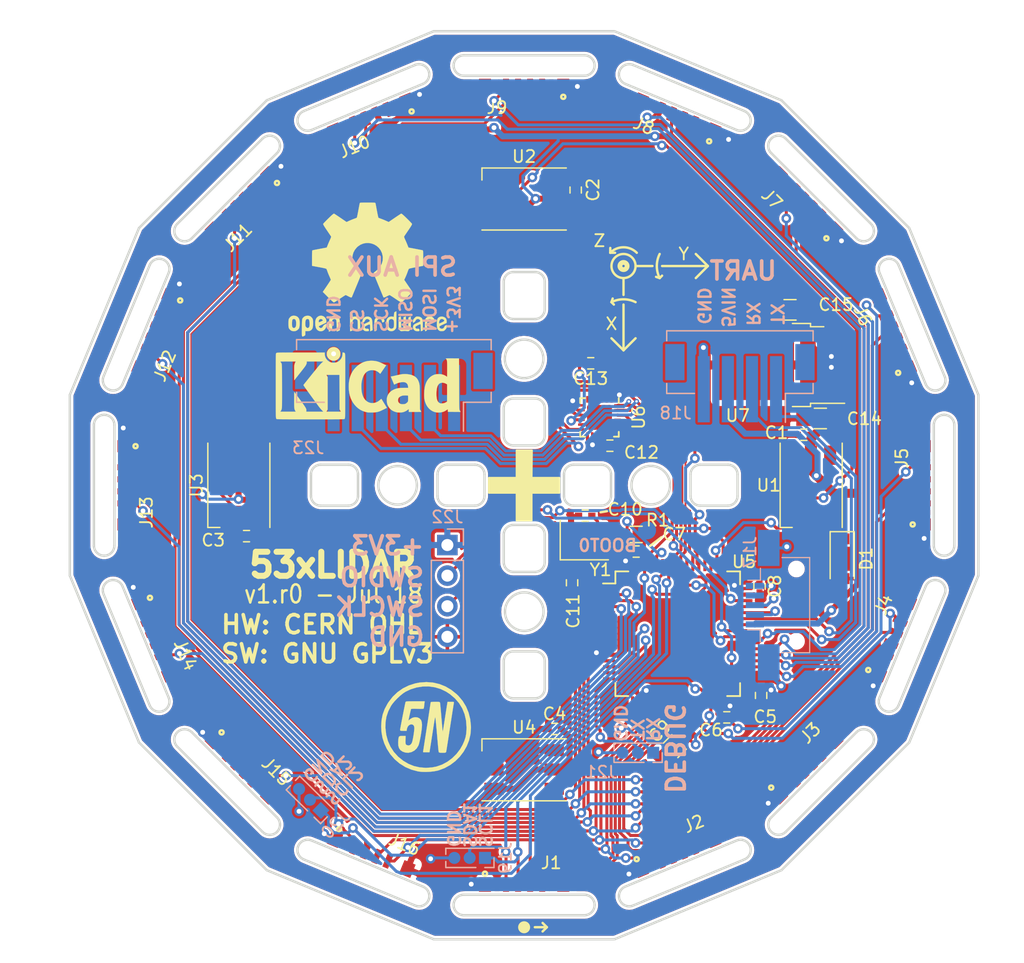
<source format=kicad_pcb>
(kicad_pcb (version 20171130) (host pcbnew "(5.0.0)")
  (layers (0 F.Cu signal) (31 B.Cu signal) (34 B.Paste user) (35 F.Paste user) (36 B.SilkS user) (37 F.SilkS user) (38 B.Mask user) (39 F.Mask user) (44 Edge.Cuts user))
  (net 0 "")
  (net 1 GND)
  (net 2 USB_VBUS)
  (net 3 +3V3)
  (net 4 "Net-(C9-Pad2)")
  (net 5 "Net-(C10-Pad1)")
  (net 6 "Net-(C11-Pad1)")
  (net 7 "Net-(C13-Pad2)")
  (net 8 "Net-(D1-Pad1)")
  (net 9 SDA1)
  (net 10 SCL1)
  (net 11 XSHUT1)
  (net 12 INT1)
  (net 13 INT5)
  (net 14 XSHUT5)
  (net 15 SDA2)
  (net 16 SCL2)
  (net 17 INT9)
  (net 18 INT13)
  (net 19 XSHUT2)
  (net 20 INT2)
  (net 21 INT6)
  (net 22 XSHUT6)
  (net 23 INT10)
  (net 24 INT14)
  (net 25 XSHUT3)
  (net 26 INT3)
  (net 27 INT7)
  (net 28 XSHUT7)
  (net 29 INT11)
  (net 30 INT15)
  (net 31 XSHUT4)
  (net 32 INT4)
  (net 33 INT8)
  (net 34 XSHUT8)
  (net 35 INT12)
  (net 36 INT16)
  (net 37 USB_D+)
  (net 38 USB_D-)
  (net 39 USART_EXT_RX)
  (net 40 USART_EXT_TX)
  (net 41 USART_DEBUG_TX)
  (net 42 USART_DEBUG_RX)
  (net 43 SWDIO_PROGRAMMING)
  (net 44 SWCLK_PROGRAMMING)
  (net 45 EXT_CS)
  (net 46 SCL_IMU)
  (net 47 SPI1_MISO)
  (net 48 SDA_IMU)
  (net 49 WS2812S_DATA)
  (net 50 "Net-(U1-Pad1)")
  (net 51 "Net-(U2-Pad1)")
  (net 52 "Net-(U3-Pad1)")
  (net 53 IMU_CS)
  (net 54 IMU_INT)
  (net 55 "Net-(BOOT0_TP1-Pad1)")
  (module custom-footprints:USB_Mini-B_AdamTech_MUSB-B5-S-VT-TSMT-1_SMD_Vertical (layer B.Cu) (at 174.25 90.25 270)
    (fp_text reference J17 (at -4.4 2 270) (layer B.SilkS) (effects (justify mirror)))
    (fp_text value USB_OTG)
    (pad 6 smd rect (at 4.75 0.45 270) (size 3 1.8) (layers B.Cu B.Paste B.Mask) (net 1 GND))
    (pad 6 smd rect (at -4.75 0.45 270) (size 3 1.8) (layers B.Cu B.Paste B.Mask) (net 1 GND))
    (pad 1 smd rect (at 1.6 1.6 270) (size 0.5 1.5) (layers B.Cu B.Paste B.Mask) (net 2 USB_VBUS))
    (pad 2 smd rect (at 0.8 1.6 270) (size 0.5 1.5) (layers B.Cu B.Paste B.Mask) (net 38 USB_D-))
    (pad 3 smd rect (at 0 1.6 270) (size 0.5 1.5) (layers B.Cu B.Paste B.Mask) (net 37 USB_D+))
    (pad 4 smd rect (at -0.8 1.6 270) (size 0.5 1.5) (layers B.Cu B.Paste B.Mask))
    (pad 5 smd rect (at -1.6 1.6 270) (size 0.5 1.5) (layers B.Cu B.Paste B.Mask) (net 1 GND))
    (pad "" np_thru_hole circle (at 3 -1.85 270) (size 1 1) (drill 1) (layers *.Cu *.Mask))
    (pad "" np_thru_hole circle (at -3 -1.85 270) (size 1 1) (drill 1) (layers *.Cu *.Mask))
  )
  (module custom-footprints:AXES (layer F.Cu) (at 159.25 59.49)
    (fp_text reference REF** hide)
    (fp_text value AXES hide)
    (fp_text user X (at 1.5 7.4) (layer F.SilkS))
    (fp_text user Y (at 7.5 1.6) (layer F.SilkS))
    (fp_text user Z (at 0.5 0.5) (layer F.SilkS))
  )
  (module Resistors_SMD:R_0603 (layer F.Cu) (at 162.8 84.38)
    (fp_text reference R1 (at 1.79 -1.18) (layer F.SilkS))
    (fp_text value 10k)
    (pad 1 smd rect (at -0.75 0) (size 0.5 0.9) (layers F.Cu F.Paste F.Mask) (net 55 "Net-(BOOT0_TP1-Pad1)"))
    (pad 2 smd rect (at 0.75 0) (size 0.5 0.9) (layers F.Cu F.Paste F.Mask) (net 1 GND))
  )
  (module Housings_QFP:LQFP-64_10x10mm_Pitch0.5mm (layer F.Cu) (at 166.25 92.625)
    (fp_text reference U5 (at 5.5 -5.975) (layer F.SilkS))
    (fp_text value STM32F411RETx)
    (pad 64 smd rect (at -3.75 -5.7 90) (size 1 0.25) (layers F.Cu F.Paste F.Mask) (net 3 +3V3))
    (pad 63 smd rect (at -3.25 -5.7 90) (size 1 0.25) (layers F.Cu F.Paste F.Mask) (net 1 GND))
    (pad 62 smd rect (at -2.75 -5.7 90) (size 1 0.25) (layers F.Cu F.Paste F.Mask) (net 24 INT14))
    (pad 61 smd rect (at -2.25 -5.7 90) (size 1 0.25) (layers F.Cu F.Paste F.Mask) (net 53 IMU_CS))
    (pad 60 smd rect (at -1.75 -5.7 90) (size 1 0.25) (layers F.Cu F.Paste F.Mask) (net 55 "Net-(BOOT0_TP1-Pad1)"))
    (pad 59 smd rect (at -1.25 -5.7 90) (size 1 0.25) (layers F.Cu F.Paste F.Mask) (net 9 SDA1))
    (pad 58 smd rect (at -0.75 -5.7 90) (size 1 0.25) (layers F.Cu F.Paste F.Mask) (net 10 SCL1))
    (pad 57 smd rect (at -0.25 -5.7 90) (size 1 0.25) (layers F.Cu F.Paste F.Mask) (net 48 SDA_IMU))
    (pad 56 smd rect (at 0.25 -5.7 90) (size 1 0.25) (layers F.Cu F.Paste F.Mask) (net 47 SPI1_MISO))
    (pad 55 smd rect (at 0.75 -5.7 90) (size 1 0.25) (layers F.Cu F.Paste F.Mask) (net 15 SDA2))
    (pad 54 smd rect (at 1.25 -5.7 90) (size 1 0.25) (layers F.Cu F.Paste F.Mask) (net 54 IMU_INT))
    (pad 53 smd rect (at 1.75 -5.7 90) (size 1 0.25) (layers F.Cu F.Paste F.Mask) (net 45 EXT_CS))
    (pad 52 smd rect (at 2.25 -5.7 90) (size 1 0.25) (layers F.Cu F.Paste F.Mask))
    (pad 51 smd rect (at 2.75 -5.7 90) (size 1 0.25) (layers F.Cu F.Paste F.Mask))
    (pad 50 smd rect (at 3.25 -5.7 90) (size 1 0.25) (layers F.Cu F.Paste F.Mask) (net 49 WS2812S_DATA))
    (pad 49 smd rect (at 3.75 -5.7 90) (size 1 0.25) (layers F.Cu F.Paste F.Mask) (net 44 SWCLK_PROGRAMMING))
    (pad 48 smd rect (at 5.7 -3.75) (size 1 0.25) (layers F.Cu F.Paste F.Mask) (net 3 +3V3))
    (pad 47 smd rect (at 5.7 -3.25) (size 1 0.25) (layers F.Cu F.Paste F.Mask) (net 1 GND))
    (pad 46 smd rect (at 5.7 -2.75) (size 1 0.25) (layers F.Cu F.Paste F.Mask) (net 43 SWDIO_PROGRAMMING))
    (pad 45 smd rect (at 5.7 -2.25) (size 1 0.25) (layers F.Cu F.Paste F.Mask) (net 37 USB_D+))
    (pad 44 smd rect (at 5.7 -1.75) (size 1 0.25) (layers F.Cu F.Paste F.Mask) (net 38 USB_D-))
    (pad 43 smd rect (at 5.7 -1.25) (size 1 0.25) (layers F.Cu F.Paste F.Mask) (net 39 USART_EXT_RX))
    (pad 42 smd rect (at 5.7 -0.75) (size 1 0.25) (layers F.Cu F.Paste F.Mask) (net 40 USART_EXT_TX))
    (pad 41 smd rect (at 5.7 -0.25) (size 1 0.25) (layers F.Cu F.Paste F.Mask) (net 46 SCL_IMU))
    (pad 40 smd rect (at 5.7 0.25) (size 1 0.25) (layers F.Cu F.Paste F.Mask) (net 48 SDA_IMU))
    (pad 39 smd rect (at 5.7 0.75) (size 1 0.25) (layers F.Cu F.Paste F.Mask) (net 23 INT10))
    (pad 38 smd rect (at 5.7 1.25) (size 1 0.25) (layers F.Cu F.Paste F.Mask) (net 17 INT9))
    (pad 37 smd rect (at 5.7 1.75) (size 1 0.25) (layers F.Cu F.Paste F.Mask) (net 33 INT8))
    (pad 36 smd rect (at 5.7 2.25) (size 1 0.25) (layers F.Cu F.Paste F.Mask) (net 27 INT7))
    (pad 35 smd rect (at 5.7 2.75) (size 1 0.25) (layers F.Cu F.Paste F.Mask) (net 21 INT6))
    (pad 34 smd rect (at 5.7 3.25) (size 1 0.25) (layers F.Cu F.Paste F.Mask))
    (pad 33 smd rect (at 5.7 3.75) (size 1 0.25) (layers F.Cu F.Paste F.Mask) (net 46 SCL_IMU))
    (pad 32 smd rect (at 3.75 5.7 90) (size 1 0.25) (layers F.Cu F.Paste F.Mask) (net 3 +3V3))
    (pad 31 smd rect (at 3.25 5.7 90) (size 1 0.25) (layers F.Cu F.Paste F.Mask) (net 1 GND))
    (pad 30 smd rect (at 2.75 5.7 90) (size 1 0.25) (layers F.Cu F.Paste F.Mask) (net 4 "Net-(C9-Pad2)"))
    (pad 29 smd rect (at 2.25 5.7 90) (size 1 0.25) (layers F.Cu F.Paste F.Mask) (net 16 SCL2))
    (pad 28 smd rect (at 1.75 5.7 90) (size 1 0.25) (layers F.Cu F.Paste F.Mask) (net 13 INT5))
    (pad 27 smd rect (at 1.25 5.7 90) (size 1 0.25) (layers F.Cu F.Paste F.Mask) (net 32 INT4))
    (pad 26 smd rect (at 0.75 5.7 90) (size 1 0.25) (layers F.Cu F.Paste F.Mask) (net 26 INT3))
    (pad 25 smd rect (at 0.25 5.7 90) (size 1 0.25) (layers F.Cu F.Paste F.Mask) (net 20 INT2))
    (pad 24 smd rect (at -0.25 5.7 90) (size 1 0.25) (layers F.Cu F.Paste F.Mask) (net 12 INT1))
    (pad 23 smd rect (at -0.75 5.7 90) (size 1 0.25) (layers F.Cu F.Paste F.Mask) (net 34 XSHUT8))
    (pad 22 smd rect (at -1.25 5.7 90) (size 1 0.25) (layers F.Cu F.Paste F.Mask) (net 28 XSHUT7))
    (pad 21 smd rect (at -1.75 5.7 90) (size 1 0.25) (layers F.Cu F.Paste F.Mask) (net 22 XSHUT6))
    (pad 20 smd rect (at -2.25 5.7 90) (size 1 0.25) (layers F.Cu F.Paste F.Mask) (net 14 XSHUT5))
    (pad 19 smd rect (at -2.75 5.7 90) (size 1 0.25) (layers F.Cu F.Paste F.Mask) (net 3 +3V3))
    (pad 18 smd rect (at -3.25 5.7 90) (size 1 0.25) (layers F.Cu F.Paste F.Mask) (net 1 GND))
    (pad 17 smd rect (at -3.75 5.7 90) (size 1 0.25) (layers F.Cu F.Paste F.Mask) (net 42 USART_DEBUG_RX))
    (pad 16 smd rect (at -5.7 3.75) (size 1 0.25) (layers F.Cu F.Paste F.Mask) (net 41 USART_DEBUG_TX))
    (pad 15 smd rect (at -5.7 3.25) (size 1 0.25) (layers F.Cu F.Paste F.Mask) (net 36 INT16))
    (pad 14 smd rect (at -5.7 2.75) (size 1 0.25) (layers F.Cu F.Paste F.Mask) (net 30 INT15))
    (pad 13 smd rect (at -5.7 2.25) (size 1 0.25) (layers F.Cu F.Paste F.Mask) (net 3 +3V3))
    (pad 12 smd rect (at -5.7 1.75) (size 1 0.25) (layers F.Cu F.Paste F.Mask) (net 1 GND))
    (pad 11 smd rect (at -5.7 1.25) (size 1 0.25) (layers F.Cu F.Paste F.Mask) (net 31 XSHUT4))
    (pad 10 smd rect (at -5.7 0.75) (size 1 0.25) (layers F.Cu F.Paste F.Mask) (net 25 XSHUT3))
    (pad 9 smd rect (at -5.7 0.25) (size 1 0.25) (layers F.Cu F.Paste F.Mask) (net 19 XSHUT2))
    (pad 8 smd rect (at -5.7 -0.25) (size 1 0.25) (layers F.Cu F.Paste F.Mask) (net 11 XSHUT1))
    (pad 7 smd rect (at -5.7 -0.75) (size 1 0.25) (layers F.Cu F.Paste F.Mask))
    (pad 6 smd rect (at -5.7 -1.25) (size 1 0.25) (layers F.Cu F.Paste F.Mask) (net 6 "Net-(C11-Pad1)"))
    (pad 5 smd rect (at -5.7 -1.75) (size 1 0.25) (layers F.Cu F.Paste F.Mask) (net 5 "Net-(C10-Pad1)"))
    (pad 4 smd rect (at -5.7 -2.25) (size 1 0.25) (layers F.Cu F.Paste F.Mask) (net 29 INT11))
    (pad 3 smd rect (at -5.7 -2.75) (size 1 0.25) (layers F.Cu F.Paste F.Mask) (net 18 INT13))
    (pad 2 smd rect (at -5.7 -3.25) (size 1 0.25) (layers F.Cu F.Paste F.Mask) (net 35 INT12))
    (pad 1 smd rect (at -5.7 -3.75) (size 1 0.25) (layers F.Cu F.Paste F.Mask))
  )
  (module Measurement_Points:Measurement_Point_Round-SMD-Pad_Small (layer B.Cu) (at 163.7 84.04)
    (fp_text reference BOOT0_TP1 hide)
    (fp_text value BOOT0)
    (pad 1 smd circle (at 0 0) (size 1.5 1.5) (layers B.Cu B.Mask) (net 55 "Net-(BOOT0_TP1-Pad1)"))
  )
  (module Capacitors_SMD:C_0805_HandSoldering (layer F.Cu) (at 166.01 101.96 45)
    (fp_text reference C9 (at 0 -1.75 45) (layer F.SilkS))
    (fp_text value 2.2u)
    (pad 2 smd rect (at 1.249999 0 45) (size 1.5 1.25) (layers F.Cu F.Paste F.Mask) (net 4 "Net-(C9-Pad2)"))
    (pad 1 smd rect (at -1.249999 0 45) (size 1.5 1.25) (layers F.Cu F.Paste F.Mask) (net 1 GND))
  )
  (module Capacitors_SMD:C_0805_HandSoldering (layer F.Cu) (at 178.09 74.75 180)
    (fp_text reference C14 (at -3.65 -0.02 180) (layer F.SilkS))
    (fp_text value 1u)
    (pad 1 smd rect (at -1.25 0 180) (size 1.5 1.25) (layers F.Cu F.Paste F.Mask) (net 2 USB_VBUS))
    (pad 2 smd rect (at 1.25 0 180) (size 1.5 1.25) (layers F.Cu F.Paste F.Mask) (net 1 GND))
  )
  (module Capacitors_SMD:C_0805_HandSoldering (layer F.Cu) (at 175.57 65.73 180)
    (fp_text reference C15 (at -3.81 0.43 180) (layer F.SilkS))
    (fp_text value 2.2u)
    (pad 2 smd rect (at 1.25 0 180) (size 1.5 1.25) (layers F.Cu F.Paste F.Mask) (net 1 GND))
    (pad 1 smd rect (at -1.25 0 180) (size 1.5 1.25) (layers F.Cu F.Paste F.Mask) (net 3 +3V3))
  )
  (module Diodes_SMD:D_SOD-123 (layer F.Cu) (at 179.9 86.4 270)
    (fp_text reference D1 (at 0 -2 270) (layer F.SilkS))
    (fp_text value USL1M)
    (pad 2 smd rect (at 1.65 0 270) (size 0.9 1.2) (layers F.Cu F.Paste F.Mask) (net 2 USB_VBUS))
    (pad 1 smd rect (at -1.65 0 270) (size 0.9 1.2) (layers F.Cu F.Paste F.Mask) (net 8 "Net-(D1-Pad1)"))
  )
  (module custom-footprints:CONN (layer F.Cu) (at 153.5 113.4)
    (fp_text reference J1 (at 2.25 -1.75) (layer F.SilkS))
    (fp_text value CONN_01X06)
    (pad 1 smd rect (at -3.25 0.05) (size 1 1.2) (layers F.Cu F.Paste F.Mask) (net 3 +3V3))
    (pad 6 smd rect (at 3.25 0.05) (size 1 1.2) (layers F.Cu F.Paste F.Mask) (net 1 GND))
    (pad 2 smd rect (at -1.5 0.05) (size 0.5 1.2) (layers F.Cu F.Paste F.Mask) (net 9 SDA1))
    (pad 3 smd rect (at -0.5 0.05) (size 0.5 1.2) (layers F.Cu F.Paste F.Mask) (net 10 SCL1))
    (pad 4 smd rect (at 0.5 0.05) (size 0.5 1.2) (layers F.Cu F.Paste F.Mask) (net 34 XSHUT8))
    (pad 5 smd rect (at 1.5 0.05) (size 0.5 1.2) (layers F.Cu F.Paste F.Mask) (net 12 INT1))
  )
  (module custom-footprints:CONN (layer F.Cu) (at 166.168926 110.885148 22.5)
    (fp_text reference J2 (at 2.25 -1.75 22.5) (layer F.SilkS))
    (fp_text value CONN_01X06)
    (pad 5 smd rect (at 1.499999 0.05 22.5) (size 0.5 1.2) (layers F.Cu F.Paste F.Mask) (net 20 INT2))
    (pad 4 smd rect (at 0.5 0.05 22.5) (size 0.5 1.2) (layers F.Cu F.Paste F.Mask) (net 28 XSHUT7))
    (pad 3 smd rect (at -0.5 0.05 22.5) (size 0.5 1.2) (layers F.Cu F.Paste F.Mask) (net 10 SCL1))
    (pad 2 smd rect (at -1.5 0.05 22.5) (size 0.5 1.2) (layers F.Cu F.Paste F.Mask) (net 9 SDA1))
    (pad 6 smd rect (at 3.25 0.05 22.5) (size 1 1.2) (layers F.Cu F.Paste F.Mask) (net 1 GND))
    (pad 1 smd rect (at -3.25 0.05 22.5) (size 1 1.2) (layers F.Cu F.Paste F.Mask) (net 3 +3V3))
  )
  (module custom-footprints:CONN (layer F.Cu) (at 176.905305 103.703984 45)
    (fp_text reference J3 (at 2.25 -1.75 45) (layer F.SilkS))
    (fp_text value CONN_01X06)
    (pad 1 smd rect (at -3.25 0.05 45) (size 1 1.2) (layers F.Cu F.Paste F.Mask) (net 3 +3V3))
    (pad 6 smd rect (at 3.25 0.05 45) (size 1 1.2) (layers F.Cu F.Paste F.Mask) (net 1 GND))
    (pad 2 smd rect (at -1.5 0.05 45) (size 0.5 1.2) (layers F.Cu F.Paste F.Mask) (net 9 SDA1))
    (pad 3 smd rect (at -0.5 0.05 45) (size 0.5 1.2) (layers F.Cu F.Paste F.Mask) (net 10 SCL1))
    (pad 4 smd rect (at 0.5 0.05 45) (size 0.5 1.2) (layers F.Cu F.Paste F.Mask) (net 22 XSHUT6))
    (pad 5 smd rect (at 1.5 0.05 45) (size 0.5 1.2) (layers F.Cu F.Paste F.Mask) (net 26 INT3))
  )
  (module custom-footprints:CONN (layer F.Cu) (at 184.09 92.96 67.5)
    (fp_text reference J4 (at 2.25 -1.75 67.5) (layer F.SilkS))
    (fp_text value CONN_01X06)
    (pad 5 smd rect (at 1.5 0.05 67.5) (size 0.5 1.2) (layers F.Cu F.Paste F.Mask) (net 32 INT4))
    (pad 4 smd rect (at 0.5 0.05 67.5) (size 0.5 1.2) (layers F.Cu F.Paste F.Mask) (net 14 XSHUT5))
    (pad 3 smd rect (at -0.5 0.05 67.5) (size 0.5 1.2) (layers F.Cu F.Paste F.Mask) (net 10 SCL1))
    (pad 2 smd rect (at -1.499999 0.05 67.5) (size 0.5 1.2) (layers F.Cu F.Paste F.Mask) (net 9 SDA1))
    (pad 6 smd rect (at 3.25 0.05 67.5) (size 1 1.2) (layers F.Cu F.Paste F.Mask) (net 1 GND))
    (pad 1 smd rect (at -3.25 0.05 67.5) (size 1 1.2) (layers F.Cu F.Paste F.Mask) (net 3 +3V3))
  )
  (module custom-footprints:CONN (layer F.Cu) (at 186.6 80.3 90)
    (fp_text reference J5 (at 2.25 -1.75 90) (layer F.SilkS))
    (fp_text value CONN_01X06)
    (pad 1 smd rect (at -3.25 0.05 90) (size 1 1.2) (layers F.Cu F.Paste F.Mask) (net 3 +3V3))
    (pad 6 smd rect (at 3.25 0.05 90) (size 1 1.2) (layers F.Cu F.Paste F.Mask) (net 1 GND))
    (pad 2 smd rect (at -1.5 0.05 90) (size 0.5 1.2) (layers F.Cu F.Paste F.Mask) (net 9 SDA1))
    (pad 3 smd rect (at -0.5 0.05 90) (size 0.5 1.2) (layers F.Cu F.Paste F.Mask) (net 10 SCL1))
    (pad 4 smd rect (at 0.5 0.05 90) (size 0.5 1.2) (layers F.Cu F.Paste F.Mask) (net 31 XSHUT4))
    (pad 5 smd rect (at 1.5 0.05 90) (size 0.5 1.2) (layers F.Cu F.Paste F.Mask) (net 13 INT5))
  )
  (module custom-footprints:CONN (layer F.Cu) (at 184.085148 67.631074 112.5)
    (fp_text reference J6 (at 2.25 -1.75 112.5) (layer F.SilkS))
    (fp_text value CONN_01X06)
    (pad 5 smd rect (at 1.499999 0.05 112.5) (size 0.5 1.2) (layers F.Cu F.Paste F.Mask) (net 21 INT6))
    (pad 4 smd rect (at 0.5 0.05 112.5) (size 0.5 1.2) (layers F.Cu F.Paste F.Mask) (net 25 XSHUT3))
    (pad 3 smd rect (at -0.5 0.05 112.5) (size 0.5 1.2) (layers F.Cu F.Paste F.Mask) (net 10 SCL1))
    (pad 2 smd rect (at -1.5 0.05 112.5) (size 0.5 1.2) (layers F.Cu F.Paste F.Mask) (net 9 SDA1))
    (pad 6 smd rect (at 3.25 0.05 112.5) (size 1 1.2) (layers F.Cu F.Paste F.Mask) (net 1 GND))
    (pad 1 smd rect (at -3.25 0.05 112.5) (size 1 1.2) (layers F.Cu F.Paste F.Mask) (net 3 +3V3))
  )
  (module custom-footprints:CONN (layer F.Cu) (at 176.891548 56.887258 135)
    (fp_text reference J7 (at 2.25 -1.75 135) (layer F.SilkS))
    (fp_text value CONN_01X06)
    (pad 1 smd rect (at -3.25 0.05 135) (size 1 1.2) (layers F.Cu F.Paste F.Mask) (net 3 +3V3))
    (pad 6 smd rect (at 3.25 0.05 135) (size 1 1.2) (layers F.Cu F.Paste F.Mask) (net 1 GND))
    (pad 2 smd rect (at -1.5 0.05 135) (size 0.5 1.2) (layers F.Cu F.Paste F.Mask) (net 9 SDA1))
    (pad 3 smd rect (at -0.5 0.05 135) (size 0.5 1.2) (layers F.Cu F.Paste F.Mask) (net 10 SCL1))
    (pad 4 smd rect (at 0.5 0.05 135) (size 0.5 1.2) (layers F.Cu F.Paste F.Mask) (net 19 XSHUT2))
    (pad 5 smd rect (at 1.5 0.05 135) (size 0.5 1.2) (layers F.Cu F.Paste F.Mask) (net 27 INT7))
  )
  (module custom-footprints:CONN (layer F.Cu) (at 166.178257 49.702473 157.5)
    (fp_text reference J8 (at 2.25 -1.75 157.5) (layer F.SilkS))
    (fp_text value CONN_01X06)
    (pad 5 smd rect (at 1.5 0.05 157.5) (size 0.5 1.2) (layers F.Cu F.Paste F.Mask) (net 33 INT8))
    (pad 4 smd rect (at 0.5 0.05 157.5) (size 0.5 1.2) (layers F.Cu F.Paste F.Mask) (net 11 XSHUT1))
    (pad 3 smd rect (at -0.5 0.05 157.5) (size 0.5 1.2) (layers F.Cu F.Paste F.Mask) (net 10 SCL1))
    (pad 2 smd rect (at -1.499999 0.05 157.5) (size 0.5 1.2) (layers F.Cu F.Paste F.Mask) (net 9 SDA1))
    (pad 6 smd rect (at 3.25 0.05 157.5) (size 1 1.2) (layers F.Cu F.Paste F.Mask) (net 1 GND))
    (pad 1 smd rect (at -3.25 0.05 157.5) (size 1 1.2) (layers F.Cu F.Paste F.Mask) (net 3 +3V3))
  )
  (module custom-footprints:CONN (layer F.Cu) (at 153.5 47.19 180)
    (fp_text reference J9 (at 2.25 -1.75 180) (layer F.SilkS))
    (fp_text value CONN_01X06)
    (pad 1 smd rect (at -3.25 0.05 180) (size 1 1.2) (layers F.Cu F.Paste F.Mask) (net 3 +3V3))
    (pad 6 smd rect (at 3.25 0.05 180) (size 1 1.2) (layers F.Cu F.Paste F.Mask) (net 1 GND))
    (pad 2 smd rect (at -1.5 0.05 180) (size 0.5 1.2) (layers F.Cu F.Paste F.Mask) (net 15 SDA2))
    (pad 3 smd rect (at -0.5 0.05 180) (size 0.5 1.2) (layers F.Cu F.Paste F.Mask) (net 16 SCL2))
    (pad 4 smd rect (at 0.5 0.05 180) (size 0.5 1.2) (layers F.Cu F.Paste F.Mask) (net 11 XSHUT1))
    (pad 5 smd rect (at 1.5 0.05 180) (size 0.5 1.2) (layers F.Cu F.Paste F.Mask) (net 17 INT9))
  )
  (module custom-footprints:CONN (layer F.Cu) (at 140.833315 49.710219 202.5)
    (fp_text reference J10 (at 2.25 -1.75 202.5) (layer F.SilkS))
    (fp_text value CONN_01X06)
    (pad 5 smd rect (at 1.499999 0.05 202.5) (size 0.5 1.2) (layers F.Cu F.Paste F.Mask) (net 23 INT10))
    (pad 4 smd rect (at 0.5 0.05 202.5) (size 0.5 1.2) (layers F.Cu F.Paste F.Mask) (net 19 XSHUT2))
    (pad 3 smd rect (at -0.5 0.05 202.5) (size 0.5 1.2) (layers F.Cu F.Paste F.Mask) (net 16 SCL2))
    (pad 2 smd rect (at -1.5 0.05 202.5) (size 0.5 1.2) (layers F.Cu F.Paste F.Mask) (net 15 SDA2))
    (pad 6 smd rect (at 3.25 0.05 202.5) (size 1 1.2) (layers F.Cu F.Paste F.Mask) (net 1 GND))
    (pad 1 smd rect (at -3.25 0.05 202.5) (size 1 1.2) (layers F.Cu F.Paste F.Mask) (net 3 +3V3))
  )
  (module custom-footprints:CONN (layer F.Cu) (at 130.09 56.89 225)
    (fp_text reference J11 (at 2.25 -1.75 225) (layer F.SilkS))
    (fp_text value CONN_01X06)
    (pad 1 smd rect (at -3.25 0.05 225) (size 1 1.2) (layers F.Cu F.Paste F.Mask) (net 3 +3V3))
    (pad 6 smd rect (at 3.25 0.05 225) (size 1 1.2) (layers F.Cu F.Paste F.Mask) (net 1 GND))
    (pad 2 smd rect (at -1.5 0.05 225) (size 0.5 1.2) (layers F.Cu F.Paste F.Mask) (net 15 SDA2))
    (pad 3 smd rect (at -0.5 0.05 225) (size 0.5 1.2) (layers F.Cu F.Paste F.Mask) (net 16 SCL2))
    (pad 4 smd rect (at 0.5 0.05 225) (size 0.5 1.2) (layers F.Cu F.Paste F.Mask) (net 25 XSHUT3))
    (pad 5 smd rect (at 1.5 0.05 225) (size 0.5 1.2) (layers F.Cu F.Paste F.Mask) (net 29 INT11))
  )
  (module custom-footprints:CONN (layer F.Cu) (at 122.925 67.625 247.5)
    (fp_text reference J12 (at 2.25 -1.75 247.5) (layer F.SilkS))
    (fp_text value CONN_01X06)
    (pad 5 smd rect (at 1.5 0.05 247.5) (size 0.5 1.2) (layers F.Cu F.Paste F.Mask) (net 35 INT12))
    (pad 4 smd rect (at 0.5 0.05 247.5) (size 0.5 1.2) (layers F.Cu F.Paste F.Mask) (net 31 XSHUT4))
    (pad 3 smd rect (at -0.5 0.05 247.5) (size 0.5 1.2) (layers F.Cu F.Paste F.Mask) (net 16 SCL2))
    (pad 2 smd rect (at -1.499999 0.05 247.5) (size 0.5 1.2) (layers F.Cu F.Paste F.Mask) (net 15 SDA2))
    (pad 6 smd rect (at 3.25 0.05 247.5) (size 1 1.2) (layers F.Cu F.Paste F.Mask) (net 1 GND))
    (pad 1 smd rect (at -3.25 0.05 247.5) (size 1 1.2) (layers F.Cu F.Paste F.Mask) (net 3 +3V3))
  )
  (module custom-footprints:CONN (layer F.Cu) (at 120.4 80.3 270)
    (fp_text reference J13 (at 2.25 -1.75 270) (layer F.SilkS))
    (fp_text value CONN_01X06)
    (pad 1 smd rect (at -3.25 0.05 270) (size 1 1.2) (layers F.Cu F.Paste F.Mask) (net 3 +3V3))
    (pad 6 smd rect (at 3.25 0.05 270) (size 1 1.2) (layers F.Cu F.Paste F.Mask) (net 1 GND))
    (pad 2 smd rect (at -1.5 0.05 270) (size 0.5 1.2) (layers F.Cu F.Paste F.Mask) (net 15 SDA2))
    (pad 3 smd rect (at -0.5 0.05 270) (size 0.5 1.2) (layers F.Cu F.Paste F.Mask) (net 16 SCL2))
    (pad 4 smd rect (at 0.5 0.05 270) (size 0.5 1.2) (layers F.Cu F.Paste F.Mask) (net 14 XSHUT5))
    (pad 5 smd rect (at 1.5 0.05 270) (size 0.5 1.2) (layers F.Cu F.Paste F.Mask) (net 18 INT13))
  )
  (module custom-footprints:CONN (layer F.Cu) (at 122.904852 92.968926 292.5)
    (fp_text reference J14 (at 2.25 -1.75 292.5) (layer F.SilkS))
    (fp_text value CONN_01X06)
    (pad 5 smd rect (at 1.499999 0.05 292.5) (size 0.5 1.2) (layers F.Cu F.Paste F.Mask) (net 24 INT14))
    (pad 4 smd rect (at 0.5 0.05 292.5) (size 0.5 1.2) (layers F.Cu F.Paste F.Mask) (net 22 XSHUT6))
    (pad 3 smd rect (at -0.5 0.05 292.5) (size 0.5 1.2) (layers F.Cu F.Paste F.Mask) (net 16 SCL2))
    (pad 2 smd rect (at -1.5 0.05 292.5) (size 0.5 1.2) (layers F.Cu F.Paste F.Mask) (net 15 SDA2))
    (pad 6 smd rect (at 3.25 0.05 292.5) (size 1 1.2) (layers F.Cu F.Paste F.Mask) (net 1 GND))
    (pad 1 smd rect (at -3.25 0.05 292.5) (size 1 1.2) (layers F.Cu F.Paste F.Mask) (net 3 +3V3))
  )
  (module custom-footprints:CONN (layer F.Cu) (at 130.087258 103.716548 315)
    (fp_text reference J15 (at 2.25 -1.75 315) (layer F.SilkS))
    (fp_text value CONN_01X06)
    (pad 1 smd rect (at -3.25 0.05 315) (size 1 1.2) (layers F.Cu F.Paste F.Mask) (net 3 +3V3))
    (pad 6 smd rect (at 3.25 0.05 315) (size 1 1.2) (layers F.Cu F.Paste F.Mask) (net 1 GND))
    (pad 2 smd rect (at -1.5 0.05 315) (size 0.5 1.2) (layers F.Cu F.Paste F.Mask) (net 15 SDA2))
    (pad 3 smd rect (at -0.5 0.05 315) (size 0.5 1.2) (layers F.Cu F.Paste F.Mask) (net 16 SCL2))
    (pad 4 smd rect (at 0.5 0.05 315) (size 0.5 1.2) (layers F.Cu F.Paste F.Mask) (net 28 XSHUT7))
    (pad 5 smd rect (at 1.5 0.05 315) (size 0.5 1.2) (layers F.Cu F.Paste F.Mask) (net 30 INT15))
  )
  (module custom-footprints:CONN (layer F.Cu) (at 140.825 110.875 337.5)
    (fp_text reference J16 (at 2.25 -1.75 337.5) (layer F.SilkS))
    (fp_text value CONN_01X06)
    (pad 5 smd rect (at 1.5 0.05 337.5) (size 0.5 1.2) (layers F.Cu F.Paste F.Mask) (net 36 INT16))
    (pad 4 smd rect (at 0.5 0.05 337.5) (size 0.5 1.2) (layers F.Cu F.Paste F.Mask) (net 34 XSHUT8))
    (pad 3 smd rect (at -0.5 0.05 337.5) (size 0.5 1.2) (layers F.Cu F.Paste F.Mask) (net 16 SCL2))
    (pad 2 smd rect (at -1.499999 0.05 337.5) (size 0.5 1.2) (layers F.Cu F.Paste F.Mask) (net 15 SDA2))
    (pad 6 smd rect (at 3.25 0.05 337.5) (size 1 1.2) (layers F.Cu F.Paste F.Mask) (net 1 GND))
    (pad 1 smd rect (at -3.25 0.05 337.5) (size 1 1.2) (layers F.Cu F.Paste F.Mask) (net 3 +3V3))
  )
  (module Connectors_JST:JST_PH_B4B-PH-SM4-TB_04x2.00mm_Straight (layer B.Cu) (at 171.41 71.195 180)
    (fp_text reference J18 (at 5.34 -3.105 180) (layer B.SilkS) (effects (justify mirror)))
    (fp_text value UART_EXT)
    (pad 1 smd rect (at -3 -1.125 180) (size 1 5.5) (layers B.Cu B.Paste B.Mask) (net 40 USART_EXT_TX))
    (pad 2 smd rect (at -1 -1.125 180) (size 1 5.5) (layers B.Cu B.Paste B.Mask) (net 39 USART_EXT_RX))
    (pad 3 smd rect (at 1 -1.125 180) (size 1 5.5) (layers B.Cu B.Paste B.Mask) (net 2 USB_VBUS))
    (pad 4 smd rect (at 3 -1.125 180) (size 1 5.5) (layers B.Cu B.Paste B.Mask) (net 1 GND))
    (pad "" smd rect (at -5.4 1.125 180) (size 1.6 3) (layers B.Cu B.Paste B.Mask))
    (pad "" smd rect (at 5.4 1.125 180) (size 1.6 3) (layers B.Cu B.Paste B.Mask))
  )
  (module Connectors_JST:JST_PH_B6B-PH-SM4-TB_06x2.00mm_Straight (layer B.Cu) (at 142.69 71.93 180)
    (fp_text reference J23 (at 7.11 -5.26 180) (layer B.SilkS) (effects (justify mirror)))
    (fp_text value SPI1_EXT)
    (pad "" smd rect (at 7.4 1.125 180) (size 1.6 3) (layers B.Cu B.Paste B.Mask))
    (pad "" smd rect (at -7.4 1.125 180) (size 1.6 3) (layers B.Cu B.Paste B.Mask))
    (pad 6 smd rect (at 5 -1.125 180) (size 1 5.5) (layers B.Cu B.Paste B.Mask) (net 1 GND))
    (pad 5 smd rect (at 3 -1.125 180) (size 1 5.5) (layers B.Cu B.Paste B.Mask) (net 45 EXT_CS))
    (pad 4 smd rect (at 1 -1.125 180) (size 1 5.5) (layers B.Cu B.Paste B.Mask) (net 46 SCL_IMU))
    (pad 3 smd rect (at -1 -1.125 180) (size 1 5.5) (layers B.Cu B.Paste B.Mask) (net 47 SPI1_MISO))
    (pad 2 smd rect (at -3 -1.125 180) (size 1 5.5) (layers B.Cu B.Paste B.Mask) (net 48 SDA_IMU))
    (pad 1 smd rect (at -5 -1.125 180) (size 1 5.5) (layers B.Cu B.Paste B.Mask) (net 3 +3V3))
  )
  (module LEDs:LED_WS2812-PLCC6 (layer F.Cu) (at 177.3 80.3 90)
    (fp_text reference U1 (at 0 -3.5 180) (layer F.SilkS))
    (fp_text value WS2812S)
    (pad 4 smd rect (at 2.5 1.6 90) (size 1.6 1) (layers F.Cu F.Paste F.Mask))
    (pad 5 smd rect (at 2.5 0 90) (size 1.6 1) (layers F.Cu F.Paste F.Mask) (net 2 USB_VBUS))
    (pad 6 smd rect (at 2.5 -1.6 90) (size 1.6 1) (layers F.Cu F.Paste F.Mask) (net 1 GND))
    (pad 3 smd rect (at -2.5 1.6 90) (size 1.6 1) (layers F.Cu F.Paste F.Mask) (net 8 "Net-(D1-Pad1)"))
    (pad 2 smd rect (at -2.5 0 90) (size 1.6 1) (layers F.Cu F.Paste F.Mask) (net 49 WS2812S_DATA))
    (pad 1 smd rect (at -2.5 -1.6 90) (size 1.6 1) (layers F.Cu F.Paste F.Mask) (net 50 "Net-(U1-Pad1)"))
  )
  (module LEDs:LED_WS2812-PLCC6 (layer F.Cu) (at 153.5 56.5)
    (fp_text reference U2 (at 0 -3.5) (layer F.SilkS))
    (fp_text value WS2812S)
    (pad 1 smd rect (at -2.5 -1.6) (size 1.6 1) (layers F.Cu F.Paste F.Mask) (net 51 "Net-(U2-Pad1)"))
    (pad 2 smd rect (at -2.5 0) (size 1.6 1) (layers F.Cu F.Paste F.Mask) (net 50 "Net-(U1-Pad1)"))
    (pad 3 smd rect (at -2.5 1.6) (size 1.6 1) (layers F.Cu F.Paste F.Mask) (net 2 USB_VBUS))
    (pad 6 smd rect (at 2.5 -1.6) (size 1.6 1) (layers F.Cu F.Paste F.Mask) (net 1 GND))
    (pad 5 smd rect (at 2.5 0) (size 1.6 1) (layers F.Cu F.Paste F.Mask) (net 2 USB_VBUS))
    (pad 4 smd rect (at 2.5 1.6) (size 1.6 1) (layers F.Cu F.Paste F.Mask))
  )
  (module LEDs:LED_WS2812-PLCC6 (layer F.Cu) (at 129.8 80.3 90)
    (fp_text reference U3 (at 0 -3.5 90) (layer F.SilkS))
    (fp_text value WS2812S)
    (pad 4 smd rect (at 2.5 1.6 90) (size 1.6 1) (layers F.Cu F.Paste F.Mask))
    (pad 5 smd rect (at 2.5 0 90) (size 1.6 1) (layers F.Cu F.Paste F.Mask) (net 2 USB_VBUS))
    (pad 6 smd rect (at 2.5 -1.6 90) (size 1.6 1) (layers F.Cu F.Paste F.Mask) (net 1 GND))
    (pad 3 smd rect (at -2.5 1.6 90) (size 1.6 1) (layers F.Cu F.Paste F.Mask) (net 2 USB_VBUS))
    (pad 2 smd rect (at -2.5 0 90) (size 1.6 1) (layers F.Cu F.Paste F.Mask) (net 51 "Net-(U2-Pad1)"))
    (pad 1 smd rect (at -2.5 -1.6 90) (size 1.6 1) (layers F.Cu F.Paste F.Mask) (net 52 "Net-(U3-Pad1)"))
  )
  (module LEDs:LED_WS2812-PLCC6 (layer F.Cu) (at 153.5 103.9)
    (fp_text reference U4 (at 0 -3.5) (layer F.SilkS))
    (fp_text value WS2812S)
    (pad 1 smd rect (at -2.5 -1.6) (size 1.6 1) (layers F.Cu F.Paste F.Mask))
    (pad 2 smd rect (at -2.5 0) (size 1.6 1) (layers F.Cu F.Paste F.Mask) (net 52 "Net-(U3-Pad1)"))
    (pad 3 smd rect (at -2.5 1.6) (size 1.6 1) (layers F.Cu F.Paste F.Mask) (net 2 USB_VBUS))
    (pad 6 smd rect (at 2.5 -1.6) (size 1.6 1) (layers F.Cu F.Paste F.Mask) (net 1 GND))
    (pad 5 smd rect (at 2.5 0) (size 1.6 1) (layers F.Cu F.Paste F.Mask) (net 2 USB_VBUS))
    (pad 4 smd rect (at 2.5 1.6) (size 1.6 1) (layers F.Cu F.Paste F.Mask))
  )
  (module TO_SOT_Packages_SMD:TO-252-2 (layer F.Cu) (at 174.8 70.31 180)
    (fp_text reference U7 (at 3.57 -4.2 180) (layer F.SilkS))
    (fp_text value KF33_DPAK)
    (pad 2 smd rect (at 0.425 1.525 180) (size 3.05 2.75) (layers F.Cu F.Paste) (net 1 GND))
    (pad 2 smd rect (at 3.775 -1.525 180) (size 3.05 2.75) (layers F.Cu F.Paste) (net 1 GND))
    (pad 2 smd rect (at 0.425 -1.525 180) (size 3.05 2.75) (layers F.Cu F.Paste) (net 1 GND))
    (pad 2 smd rect (at 3.775 1.525 180) (size 3.05 2.75) (layers F.Cu F.Paste) (net 1 GND))
    (pad 2 smd rect (at 2.1 0 180) (size 6.4 5.8) (layers F.Cu F.Mask) (net 1 GND))
    (pad 3 smd rect (at -4.2 2.28 180) (size 2.2 1.2) (layers F.Cu F.Paste F.Mask) (net 3 +3V3))
    (pad 1 smd rect (at -4.2 -2.28 180) (size 2.2 1.2) (layers F.Cu F.Paste F.Mask) (net 2 USB_VBUS))
  )
  (module Pin_Headers:Pin_Header_Straight_1x04_Pitch2.54mm (layer B.Cu) (at 147.13 85.26 180)
    (fp_text reference J22 (at 0 2.33 180) (layer B.SilkS) (effects (justify mirror)))
    (fp_text value SWD)
    (pad 1 thru_hole rect (at 0 0 180) (size 1.7 1.7) (drill 1) (layers *.Cu *.Mask) (net 3 +3V3))
    (pad 2 thru_hole oval (at 0 -2.54 180) (size 1.7 1.7) (drill 1) (layers *.Cu *.Mask) (net 43 SWDIO_PROGRAMMING))
    (pad 3 thru_hole oval (at 0 -5.08 180) (size 1.7 1.7) (drill 1) (layers *.Cu *.Mask) (net 44 SWCLK_PROGRAMMING))
    (pad 4 thru_hole oval (at 0 -7.62 180) (size 1.7 1.7) (drill 1) (layers *.Cu *.Mask) (net 1 GND) (thermal_gap 0.3))
  )
  (module Housings_DFN_QFN:QFN-24_3x3mm_Pitch0.4mm (layer F.Cu) (at 159.755 74.66 270)
    (fp_text reference U6 (at 0 -3.25 270) (layer F.SilkS))
    (fp_text value MPU-9250)
    (pad 24 smd rect (at -1 -1.5) (size 0.55 0.2) (layers F.Cu F.Paste F.Mask) (net 48 SDA_IMU))
    (pad 23 smd rect (at -0.6 -1.5) (size 0.55 0.2) (layers F.Cu F.Paste F.Mask) (net 46 SCL_IMU))
    (pad 22 smd rect (at -0.2 -1.5) (size 0.55 0.2) (layers F.Cu F.Paste F.Mask) (net 53 IMU_CS))
    (pad 21 smd rect (at 0.2 -1.5) (size 0.55 0.2) (layers F.Cu F.Paste F.Mask))
    (pad 20 smd rect (at 0.6 -1.5) (size 0.55 0.2) (layers F.Cu F.Paste F.Mask) (net 1 GND))
    (pad 19 smd rect (at 1 -1.5) (size 0.55 0.2) (layers F.Cu F.Paste F.Mask))
    (pad 18 smd rect (at 1.5 -1 270) (size 0.55 0.2) (layers F.Cu F.Paste F.Mask) (net 1 GND))
    (pad 17 smd rect (at 1.5 -0.6 270) (size 0.55 0.2) (layers F.Cu F.Paste F.Mask))
    (pad 16 smd rect (at 1.5 -0.2 270) (size 0.55 0.2) (layers F.Cu F.Paste F.Mask))
    (pad 15 smd rect (at 1.5 0.2 270) (size 0.55 0.2) (layers F.Cu F.Paste F.Mask))
    (pad 14 smd rect (at 1.5 0.6 270) (size 0.55 0.2) (layers F.Cu F.Paste F.Mask))
    (pad 13 smd rect (at 1.5 1 270) (size 0.55 0.2) (layers F.Cu F.Paste F.Mask) (net 3 +3V3))
    (pad 12 smd rect (at 1 1.5) (size 0.55 0.2) (layers F.Cu F.Paste F.Mask) (net 54 IMU_INT))
    (pad 11 smd rect (at 0.6 1.5) (size 0.55 0.2) (layers F.Cu F.Paste F.Mask) (net 1 GND))
    (pad 10 smd rect (at 0.2 1.5) (size 0.55 0.2) (layers F.Cu F.Paste F.Mask) (net 7 "Net-(C13-Pad2)"))
    (pad 9 smd rect (at -0.2 1.5) (size 0.55 0.2) (layers F.Cu F.Paste F.Mask) (net 47 SPI1_MISO))
    (pad 8 smd rect (at -0.6 1.5) (size 0.55 0.2) (layers F.Cu F.Paste F.Mask) (net 3 +3V3))
    (pad 7 smd rect (at -1 1.5) (size 0.55 0.2) (layers F.Cu F.Paste F.Mask))
    (pad 6 smd rect (at -1.5 1 270) (size 0.55 0.2) (layers F.Cu F.Paste F.Mask))
    (pad 5 smd rect (at -1.5 0.6 270) (size 0.55 0.2) (layers F.Cu F.Paste F.Mask))
    (pad 4 smd rect (at -1.5 0.2 270) (size 0.55 0.2) (layers F.Cu F.Paste F.Mask))
    (pad 3 smd rect (at -1.5 -0.2 270) (size 0.55 0.2) (layers F.Cu F.Paste F.Mask))
    (pad 2 smd rect (at -1.5 -0.6 270) (size 0.55 0.2) (layers F.Cu F.Paste F.Mask))
    (pad 1 smd rect (at -1.5 -1 270) (size 0.55 0.2) (layers F.Cu F.Paste F.Mask) (net 3 +3V3))
  )
  (module Capacitors_SMD:C_0402 (layer F.Cu) (at 176.72 76.1 180)
    (fp_text reference C1 (at 2.27 0.17 180) (layer F.SilkS))
    (fp_text value 100n)
    (pad 2 smd rect (at 0.55 0 180) (size 0.6 0.5) (layers F.Cu F.Paste F.Mask) (net 1 GND))
    (pad 1 smd rect (at -0.55 0 180) (size 0.6 0.5) (layers F.Cu F.Paste F.Mask) (net 2 USB_VBUS))
  )
  (module Capacitors_SMD:C_0402 (layer F.Cu) (at 157.78 55.78 90)
    (fp_text reference C2 (at 0.02 1.44 90) (layer F.SilkS))
    (fp_text value 100n)
    (pad 1 smd rect (at -0.55 0 90) (size 0.6 0.5) (layers F.Cu F.Paste F.Mask) (net 2 USB_VBUS))
    (pad 2 smd rect (at 0.55 0 90) (size 0.6 0.5) (layers F.Cu F.Paste F.Mask) (net 1 GND))
  )
  (module Capacitors_SMD:C_0402 (layer F.Cu) (at 130.46 84.52 180)
    (fp_text reference C3 (at 2.76 -0.34 180) (layer F.SilkS))
    (fp_text value 100n)
    (pad 2 smd rect (at 0.55 0 180) (size 0.6 0.5) (layers F.Cu F.Paste F.Mask) (net 1 GND))
    (pad 1 smd rect (at -0.55 0 180) (size 0.6 0.5) (layers F.Cu F.Paste F.Mask) (net 2 USB_VBUS))
  )
  (module Capacitors_SMD:C_0402 (layer F.Cu) (at 156.04 100.53 180)
    (fp_text reference C4 (at 0.01 1.25 180) (layer F.SilkS))
    (fp_text value 100n)
    (pad 1 smd rect (at -0.55 0 180) (size 0.6 0.5) (layers F.Cu F.Paste F.Mask) (net 2 USB_VBUS))
    (pad 2 smd rect (at 0.55 0 180) (size 0.6 0.5) (layers F.Cu F.Paste F.Mask) (net 1 GND))
  )
  (module Capacitors_SMD:C_0402 (layer F.Cu) (at 173.17 97.75 270)
    (fp_text reference C5 (at 1.77 -0.34) (layer F.SilkS))
    (fp_text value 100n)
    (pad 2 smd rect (at 0.55 0 270) (size 0.6 0.5) (layers F.Cu F.Paste F.Mask) (net 1 GND) (thermal_gap 0.1))
    (pad 1 smd rect (at -0.55 0 270) (size 0.6 0.5) (layers F.Cu F.Paste F.Mask) (net 3 +3V3))
  )
  (module Capacitors_SMD:C_0402 (layer F.Cu) (at 170.32 99.57 180)
    (fp_text reference C6 (at 1.31 -1.05 180) (layer F.SilkS))
    (fp_text value 100n)
    (pad 1 smd rect (at -0.55 0 180) (size 0.6 0.5) (layers F.Cu F.Paste F.Mask) (net 3 +3V3))
    (pad 2 smd rect (at 0.55 0 180) (size 0.6 0.5) (layers F.Cu F.Paste F.Mask) (net 1 GND))
  )
  (module Capacitors_SMD:C_0402 (layer F.Cu) (at 162.8 85.8)
    (fp_text reference C7 (at 3.16 -1.45) (layer F.SilkS))
    (fp_text value 100n)
    (pad 2 smd rect (at 0.55 0) (size 0.6 0.5) (layers F.Cu F.Paste F.Mask) (net 1 GND))
    (pad 1 smd rect (at -0.55 0) (size 0.6 0.5) (layers F.Cu F.Paste F.Mask) (net 3 +3V3))
  )
  (module Capacitors_SMD:C_0402 (layer F.Cu) (at 173.04 88.69 270)
    (fp_text reference C8 (at 0 -1.27 270) (layer F.SilkS))
    (fp_text value 100n)
    (pad 1 smd rect (at -0.55 0 270) (size 0.6 0.5) (layers F.Cu F.Paste F.Mask) (net 3 +3V3))
    (pad 2 smd rect (at 0.55 0 270) (size 0.6 0.5) (layers F.Cu F.Paste F.Mask) (net 1 GND) (thermal_gap 0.1))
  )
  (module Capacitors_SMD:C_0402 (layer F.Cu) (at 158.57 82.82 180)
    (fp_text reference C10 (at -3.32 0.52 180) (layer F.SilkS))
    (fp_text value 15p)
    (pad 2 smd rect (at 0.55 0 180) (size 0.6 0.5) (layers F.Cu F.Paste F.Mask) (net 1 GND) (thermal_gap 0.1))
    (pad 1 smd rect (at -0.55 0 180) (size 0.6 0.5) (layers F.Cu F.Paste F.Mask) (net 5 "Net-(C10-Pad1)"))
  )
  (module Capacitors_SMD:C_0402 (layer F.Cu) (at 157.48 88.392 270)
    (fp_text reference C11 (at 2.358 -0.09 270) (layer F.SilkS))
    (fp_text value 15p)
    (pad 1 smd rect (at -0.55 0 270) (size 0.6 0.5) (layers F.Cu F.Paste F.Mask) (net 6 "Net-(C11-Pad1)"))
    (pad 2 smd rect (at 0.55 0 270) (size 0.6 0.5) (layers F.Cu F.Paste F.Mask) (net 1 GND) (thermal_gap 0.1))
  )
  (module Capacitors_SMD:C_0402 (layer F.Cu) (at 160.62 77.01 180)
    (fp_text reference C12 (at -2.62 -0.56 180) (layer F.SilkS))
    (fp_text value 100n)
    (pad 1 smd rect (at -0.55 0 180) (size 0.6 0.5) (layers F.Cu F.Paste F.Mask) (net 1 GND) (thermal_gap 0.1))
    (pad 2 smd rect (at 0.55 0 180) (size 0.6 0.5) (layers F.Cu F.Paste F.Mask) (net 3 +3V3))
  )
  (module Capacitors_SMD:C_0402 (layer F.Cu) (at 159.03 70.17 180)
    (fp_text reference C13 (at 0 -1.27 180) (layer F.SilkS))
    (fp_text value 100n)
    (pad 2 smd rect (at 0.55 0 180) (size 0.6 0.5) (layers F.Cu F.Paste F.Mask) (net 7 "Net-(C13-Pad2)"))
    (pad 1 smd rect (at -0.55 0 180) (size 0.6 0.5) (layers F.Cu F.Paste F.Mask) (net 1 GND))
  )
  (module Crystals:Crystal_SMD_3225-4pin_3.2x2.5mm (layer F.Cu) (at 158.496 84.836)
    (fp_text reference Y1 (at 1.354 2.484) (layer F.SilkS))
    (fp_text value "24MHz SR PASSIVES 3225-24M-SR")
    (pad 4 smd rect (at -1.1 -0.85) (size 1.4 1.2) (layers F.Cu F.Paste F.Mask) (net 1 GND))
    (pad 3 smd rect (at 1.1 -0.85) (size 1.4 1.2) (layers F.Cu F.Paste F.Mask) (net 5 "Net-(C10-Pad1)"))
    (pad 2 smd rect (at 1.1 0.85) (size 1.4 1.2) (layers F.Cu F.Paste F.Mask) (net 1 GND))
    (pad 1 smd rect (at -1.1 0.85) (size 1.4 1.2) (layers F.Cu F.Paste F.Mask) (net 6 "Net-(C11-Pad1)"))
  )
  (module custom-footprints:Pad_test_SMD_1x03_Pitch1.27mm (layer B.Cu) (at 150.25 111.24 90)
    (fp_text reference J19 (at 0 1.695 90) (layer B.SilkS) (effects (justify mirror)))
    (fp_text value I2C1_DEBUG hide)
    (pad 3 smd oval (at 0 -2.54 90) (size 1 1) (layers B.Cu B.Paste B.Mask) (net 1 GND))
    (pad 2 smd oval (at 0 -1.27 90) (size 1 1) (layers B.Cu B.Paste B.Mask) (net 9 SDA1))
    (pad 1 smd rect (at 0 0 90) (size 1 1) (layers B.Cu B.Paste B.Mask) (net 10 SCL1))
  )
  (module custom-footprints:Pad_test_SMD_1x03_Pitch1.27mm (layer B.Cu) (at 136.632967 107.298708 45.5)
    (fp_text reference J20 (at 0 1.695 45.5) (layer B.SilkS) (effects (justify mirror)))
    (fp_text value I2C2_DEBUG hide)
    (pad 1 smd rect (at 0 0 45.5) (size 1 1) (layers B.Cu B.Paste B.Mask) (net 16 SCL2))
    (pad 2 smd oval (at 0 -1.27 45.5) (size 1 1) (layers B.Cu B.Paste B.Mask) (net 15 SDA2))
    (pad 3 smd oval (at 0 -2.54 45.5) (size 1 1) (layers B.Cu B.Paste B.Mask) (net 1 GND))
  )
  (module custom-footprints:Pad_test_SMD_1x03_Pitch1.27mm (layer B.Cu) (at 164.21 102.51 90)
    (fp_text reference J21 (at -1.62 -4.3 180) (layer B.SilkS) (effects (justify mirror)))
    (fp_text value UART_DEBUG hide)
    (pad 3 smd oval (at 0 -2.54 90) (size 1 1) (layers B.Cu B.Paste B.Mask) (net 1 GND))
    (pad 2 smd oval (at 0 -1.27 90) (size 1 1) (layers B.Cu B.Paste B.Mask) (net 41 USART_DEBUG_TX))
    (pad 1 smd rect (at 0 0 90) (size 1 1) (layers B.Cu B.Paste B.Mask) (net 42 USART_DEBUG_RX))
  )
  (module Symbols:KiCad-Logo_6mm_SilkScreen (layer F.Cu) (at 140.55 71.8)
    (fp_text reference REF*** hide)
    (fp_text value KiCad-Logo_6mm_SilkScreen hide)
  )
  (module Symbols:OSHW-Logo2_14.6x12mm_SilkScreen (layer F.Cu) (at 140.51 62.37)
    (fp_text reference REF*** hide)
    (fp_text value OSHW-Logo2_14.6x12mm_SilkScreen hide)
  )
  (module logo:LOGO (layer F.Cu) (at 145.66 100.52)
    (fp_text reference G*** hide)
    (fp_text value LOGO hide)
  )
  (gr_text BOOT0 (at 160.43 85.3) (layer B.SilkS) (effects (font (size 1 1) (thickness 0.2)) (justify mirror)))
  (gr_text "HW: CERN OHL\nSW: GNU GPLv3" (at 128.2 93.07) (layer F.SilkS) (effects (font (size 1.5 1.5) (thickness 0.3)) (justify left)))
  (gr_text "v1.r0 - Jul 18" (at 137.67 89.34) (layer F.SilkS) (effects (font (size 1.5 1.3) (thickness 0.2))))
  (gr_text 53xLIDAR (at 137.62 86.92) (layer F.SilkS) (effects (font (size 2 2) (thickness 0.5))))
  (gr_line (start 160.37 82.45) (end 159.85 82.54) (layer F.SilkS) (width 0.2))
  (gr_line (start 164.9 84.61) (end 163.96 85.33) (layer F.SilkS) (width 0.2))
  (gr_text DEBUG (at 165.97 102.14 270) (layer B.SilkS) (effects (font (size 1.5 1.5) (thickness 0.3)) (justify mirror)))
  (gr_text RX (at 164.16 100.56 270) (layer B.SilkS) (effects (font (size 1 1) (thickness 0.2)) (justify mirror)))
  (gr_text TX (at 162.87 100.56 270) (layer B.SilkS) (effects (font (size 1 1) (thickness 0.2)) (justify mirror)))
  (gr_text GND (at 161.48 100.06 270) (layer B.SilkS) (effects (font (size 1 1) (thickness 0.2)) (justify mirror)))
  (gr_text SCL2 (at 138.573746 105.238155 225.5) (layer B.SilkS) (effects (font (size 1 1) (thickness 0.2)) (justify mirror)))
  (gr_text SDA2 (at 137.653653 104.333981 225.5) (layer B.SilkS) (effects (font (size 1 1) (thickness 0.2)) (justify mirror)))
  (gr_text GND (at 136.473606 103.623004 225.5) (layer B.SilkS) (effects (font (size 1 1) (thickness 0.2)) (justify mirror)))
  (gr_text GND (at 147.64 108.81 270) (layer B.SilkS) (effects (font (size 1 1) (thickness 0.2)) (justify mirror)))
  (gr_text SCL1 (at 150.27 108.49 270) (layer B.SilkS) (effects (font (size 1 1) (thickness 0.2)) (justify mirror)))
  (gr_text SDA1 (at 148.98 108.49 270) (layer B.SilkS) (effects (font (size 1 1) (thickness 0.2)) (justify mirror)))
  (gr_text UART (at 171.68 62.49) (layer B.SilkS) (effects (font (size 1.5 1.5) (thickness 0.3)) (justify mirror)))
  (gr_text RX (at 172.49 66.07 270) (layer B.SilkS) (effects (font (size 1 1) (thickness 0.2)) (justify mirror)))
  (gr_text 5VIN (at 170.42 65.5 270) (layer B.SilkS) (effects (font (size 1 1) (thickness 0.2)) (justify mirror)))
  (gr_text GND (at 168.42 65.4 270) (layer B.SilkS) (effects (font (size 1 1) (thickness 0.2)) (justify mirror)))
  (gr_text TX (at 174.49 66.07 270) (layer B.SilkS) (effects (font (size 1 1) (thickness 0.2)) (justify mirror)))
  (gr_text +3V3 (at 147.6 65.72 270) (layer B.SilkS) (effects (font (size 1 1) (thickness 0.2)) (justify mirror)))
  (gr_text MOSI (at 145.6 65.72 270) (layer B.SilkS) (effects (font (size 1 1) (thickness 0.2)) (justify mirror)))
  (gr_text MISO (at 143.6 65.72 270) (layer B.SilkS) (effects (font (size 1 1) (thickness 0.2)) (justify mirror)))
  (gr_text SCK (at 141.58 66.09 270) (layer B.SilkS) (effects (font (size 1 1) (thickness 0.2)) (justify mirror)))
  (gr_text CS (at 139.59 66.64 270) (layer B.SilkS) (effects (font (size 1 1) (thickness 0.2)) (justify mirror)))
  (gr_text GND (at 137.63 66.07 270) (layer B.SilkS) (effects (font (size 1 1) (thickness 0.2)) (justify mirror)))
  (gr_text "SPI AUX" (at 143.36 62.16) (layer B.SilkS) (effects (font (size 1.5 1.5) (thickness 0.3)) (justify mirror)))
  (gr_text GND (at 142.9 92.89) (layer B.SilkS) (effects (font (size 1.5 1.5) (thickness 0.3)) (justify mirror)))
  (gr_text +3V3 (at 142.16 85.31) (layer B.SilkS) (effects (font (size 1.5 1.5) (thickness 0.3)) (justify mirror)))
  (gr_text "SWCLK\n" (at 141.51 90.4) (layer B.SilkS) (effects (font (size 1.5 1.5) (thickness 0.3)) (justify mirror)))
  (gr_text SWDIO (at 141.7 87.95) (layer B.SilkS) (effects (font (size 1.5 1.5) (thickness 0.3)) (justify mirror)))
  (gr_circle (center 153.5 69.8) (end 155.1 69.8) (layer Edge.Cuts) (width 0.2))
  (gr_circle (center 143 80.3) (end 144.6 80.3) (layer Edge.Cuts) (width 0.2))
  (gr_line (start 155.211518 94.890118) (end 155.211518 97.190118) (layer Edge.Cuts) (width 0.2))
  (gr_arc (start 152.611518 86.690118) (end 151.811518 86.690118) (angle -90) (layer Edge.Cuts) (width 0.2))
  (gr_arc (start 154.411518 97.190118) (end 154.411518 97.990118) (angle -90) (layer Edge.Cuts) (width 0.2))
  (gr_arc (start 136.611518 79.390118) (end 136.611518 78.590118) (angle -90) (layer Edge.Cuts) (width 0.2))
  (gr_line (start 151.811518 84.390118) (end 151.811518 86.690118) (layer Edge.Cuts) (width 0.2))
  (gr_arc (start 154.411518 84.390118) (end 155.211518 84.390118) (angle -90) (layer Edge.Cuts) (width 0.2))
  (gr_line (start 154.411518 97.990118) (end 152.611518 97.990118) (layer Edge.Cuts) (width 0.2))
  (gr_arc (start 152.611518 94.890118) (end 152.611518 94.090118) (angle -90) (layer Edge.Cuts) (width 0.2))
  (gr_line (start 152.611518 94.090118) (end 154.411518 94.090118) (layer Edge.Cuts) (width 0.2))
  (gr_arc (start 154.411518 86.690118) (end 154.411518 87.490118) (angle -90) (layer Edge.Cuts) (width 0.2))
  (gr_line (start 155.211518 86.690118) (end 155.211518 84.390118) (layer Edge.Cuts) (width 0.2))
  (gr_arc (start 152.611518 84.390118) (end 152.611518 83.590118) (angle -90) (layer Edge.Cuts) (width 0.2))
  (gr_arc (start 138.911518 79.390118) (end 139.711518 79.390118) (angle -90) (layer Edge.Cuts) (width 0.2))
  (gr_line (start 135.811518 81.190118) (end 135.811518 79.390118) (layer Edge.Cuts) (width 0.2))
  (gr_line (start 152.611518 87.490118) (end 154.411518 87.490118) (layer Edge.Cuts) (width 0.2))
  (gr_arc (start 152.611518 97.190118) (end 151.811518 97.190118) (angle -90) (layer Edge.Cuts) (width 0.2))
  (gr_line (start 136.611518 78.590118) (end 138.911518 78.590118) (layer Edge.Cuts) (width 0.2))
  (gr_arc (start 154.411518 94.890118) (end 155.211518 94.890118) (angle -90) (layer Edge.Cuts) (width 0.2))
  (gr_line (start 154.411518 83.590118) (end 152.611518 83.590118) (layer Edge.Cuts) (width 0.2))
  (gr_line (start 151.811518 97.190118) (end 151.811518 94.890118) (layer Edge.Cuts) (width 0.2))
  (gr_line (start 155.211518 76.190118) (end 155.211518 73.890118) (layer Edge.Cuts) (width 0.2))
  (gr_line (start 155.211518 63.390118) (end 155.211518 65.690118) (layer Edge.Cuts) (width 0.2))
  (gr_arc (start 152.611518 63.390118) (end 152.611518 62.590118) (angle -90) (layer Edge.Cuts) (width 0.2))
  (gr_arc (start 152.611518 76.190118) (end 151.811518 76.190118) (angle -90) (layer Edge.Cuts) (width 0.2))
  (gr_line (start 151.811518 73.890118) (end 151.811518 76.190118) (layer Edge.Cuts) (width 0.2))
  (gr_arc (start 168.111518 81.190118) (end 167.311518 81.190118) (angle -90) (layer Edge.Cuts) (width 0.2))
  (gr_line (start 170.411518 81.990118) (end 168.111518 81.990118) (layer Edge.Cuts) (width 0.2))
  (gr_arc (start 152.611518 73.890118) (end 152.611518 73.090118) (angle -90) (layer Edge.Cuts) (width 0.2))
  (gr_circle (center 153.511518 90.790118) (end 155.111518 90.790118) (layer Edge.Cuts) (width 0.2))
  (gr_line (start 171.211518 79.390118) (end 171.211518 81.190118) (layer Edge.Cuts) (width 0.2))
  (gr_arc (start 170.411518 81.190118) (end 170.411518 81.990118) (angle -90) (layer Edge.Cuts) (width 0.2))
  (gr_line (start 156.811518 79.390118) (end 156.811518 81.190118) (layer Edge.Cuts) (width 0.2))
  (gr_arc (start 168.111518 79.390118) (end 168.111518 78.590118) (angle -90) (layer Edge.Cuts) (width 0.2))
  (gr_arc (start 159.911518 81.190118) (end 159.911518 81.990118) (angle -90) (layer Edge.Cuts) (width 0.2))
  (gr_line (start 146.311518 79.390118) (end 146.311518 81.190118) (layer Edge.Cuts) (width 0.2))
  (gr_line (start 154.411518 66.490118) (end 152.611518 66.490118) (layer Edge.Cuts) (width 0.2))
  (gr_line (start 168.111518 78.590118) (end 170.411518 78.590118) (layer Edge.Cuts) (width 0.2))
  (gr_line (start 152.611518 62.590118) (end 154.411518 62.590118) (layer Edge.Cuts) (width 0.2))
  (gr_arc (start 152.611518 65.690118) (end 151.811518 65.690118) (angle -90) (layer Edge.Cuts) (width 0.2))
  (gr_arc (start 157.611518 79.390118) (end 157.611518 78.590118) (angle -90) (layer Edge.Cuts) (width 0.2))
  (gr_line (start 139.711518 79.390118) (end 139.711518 81.190118) (layer Edge.Cuts) (width 0.2))
  (gr_line (start 152.611518 76.990118) (end 154.411518 76.990118) (layer Edge.Cuts) (width 0.2))
  (gr_line (start 160.711518 81.190118) (end 160.711518 79.390118) (layer Edge.Cuts) (width 0.2))
  (gr_line (start 154.411518 73.090118) (end 152.611518 73.090118) (layer Edge.Cuts) (width 0.2))
  (gr_arc (start 159.911518 79.390118) (end 160.711518 79.390118) (angle -90) (layer Edge.Cuts) (width 0.2))
  (gr_line (start 149.411518 78.590118) (end 147.111518 78.590118) (layer Edge.Cuts) (width 0.2))
  (gr_arc (start 154.411518 63.390118) (end 155.211518 63.390118) (angle -90) (layer Edge.Cuts) (width 0.2))
  (gr_arc (start 136.611518 81.190118) (end 135.811518 81.190118) (angle -90) (layer Edge.Cuts) (width 0.2))
  (gr_line (start 138.911518 81.990118) (end 136.611518 81.990118) (layer Edge.Cuts) (width 0.2))
  (gr_arc (start 138.911518 81.190118) (end 138.911518 81.990118) (angle -90) (layer Edge.Cuts) (width 0.2))
  (gr_line (start 159.911518 78.590118) (end 157.611518 78.590118) (layer Edge.Cuts) (width 0.2))
  (gr_line (start 157.611518 81.990118) (end 159.911518 81.990118) (layer Edge.Cuts) (width 0.2))
  (gr_arc (start 157.611518 81.190118) (end 156.811518 81.190118) (angle -90) (layer Edge.Cuts) (width 0.2))
  (gr_arc (start 149.411518 81.190118) (end 149.411518 81.990118) (angle -90) (layer Edge.Cuts) (width 0.2))
  (gr_line (start 151.811518 65.690118) (end 151.811518 63.390118) (layer Edge.Cuts) (width 0.2))
  (gr_arc (start 147.111518 79.390118) (end 147.111518 78.590118) (angle -90) (layer Edge.Cuts) (width 0.2))
  (gr_arc (start 154.411518 73.890118) (end 155.211518 73.890118) (angle -90) (layer Edge.Cuts) (width 0.2))
  (gr_arc (start 149.411518 79.390118) (end 150.211518 79.390118) (angle -90) (layer Edge.Cuts) (width 0.2))
  (gr_line (start 150.211518 81.190118) (end 150.211518 79.390118) (layer Edge.Cuts) (width 0.2))
  (gr_arc (start 170.411518 79.390118) (end 171.211518 79.390118) (angle -90) (layer Edge.Cuts) (width 0.2))
  (gr_line (start 147.111518 81.990118) (end 149.411518 81.990118) (layer Edge.Cuts) (width 0.2))
  (gr_circle (center 164.011518 80.290118) (end 165.611518 80.290118) (layer Edge.Cuts) (width 0.2))
  (gr_arc (start 147.111518 81.190118) (end 146.311518 81.190118) (angle -90) (layer Edge.Cuts) (width 0.2))
  (gr_arc (start 154.411518 65.690118) (end 154.411518 66.490118) (angle -90) (layer Edge.Cuts) (width 0.2))
  (gr_arc (start 154.411518 76.190118) (end 154.411518 76.990118) (angle -90) (layer Edge.Cuts) (width 0.2))
  (gr_line (start 167.311518 81.190118) (end 167.311518 79.390118) (layer Edge.Cuts) (width 0.2))
  (gr_poly (pts (xy 152.875 77.4) (xy 152.875 79.675) (xy 150.575 79.675) (xy 150.575 80.925) (xy 152.875 80.925) (xy 152.875 83.225) (xy 154.125 83.225) (xy 154.125 80.925) (xy 156.425 80.925) (xy 156.425 79.675) (xy 154.125 79.675) (xy 154.15 77.4)) (layer F.SilkS) (width 0.15))
  (gr_line (start 122.426256 62.011826) (end 118.599422 71.250622) (layer Edge.Cuts) (width 0.2))
  (gr_arc (start 123.211554 62.337107) (end 123.996851 62.662388) (angle -180) (layer Edge.Cuts) (width 0.2))
  (gr_arc (start 119.384719 71.575903) (end 119.059438 72.3612) (angle -90) (layer Edge.Cuts) (width 0.2))
  (gr_line (start 120.170017 71.901184) (end 123.996851 62.662388) (layer Edge.Cuts) (width 0.2))
  (gr_arc (start 119.384719 71.575903) (end 118.599422 71.250622) (angle -90) (layer Edge.Cuts) (width 0.2))
  (gr_arc (start 125.318227 59.184248) (end 124.717186 58.583207) (angle -90) (layer Edge.Cuts) (width 0.2))
  (gr_line (start 131.788254 51.51214) (end 124.717186 58.583207) (layer Edge.Cuts) (width 0.2))
  (gr_arc (start 125.318227 59.184248) (end 124.717186 59.785289) (angle -90) (layer Edge.Cuts) (width 0.2))
  (gr_line (start 125.919268 59.785289) (end 132.990335 52.714221) (layer Edge.Cuts) (width 0.2))
  (gr_arc (start 132.389295 52.11318) (end 132.990335 52.714221) (angle -180) (layer Edge.Cuts) (width 0.2))
  (gr_arc (start 187.615281 71.575903) (end 186.829984 71.901184) (angle -180) (layer Edge.Cuts) (width 0.2))
  (gr_line (start 183.003149 62.662388) (end 186.829984 71.901184) (layer Edge.Cuts) (width 0.2))
  (gr_arc (start 183.788447 62.337107) (end 183.463166 61.55181) (angle -90) (layer Edge.Cuts) (width 0.2))
  (gr_arc (start 183.788447 62.337107) (end 184.573744 62.011826) (angle -90) (layer Edge.Cuts) (width 0.2))
  (gr_line (start 188.400579 71.250622) (end 184.573744 62.011826) (layer Edge.Cuts) (width 0.2))
  (gr_arc (start 187.615281 89.014005) (end 187.940562 88.228707) (angle -90) (layer Edge.Cuts) (width 0.2))
  (gr_arc (start 187.615281 89.014005) (end 188.400579 89.339286) (angle -90) (layer Edge.Cuts) (width 0.2))
  (gr_line (start 186.829984 88.688724) (end 183.003149 97.927519) (layer Edge.Cuts) (width 0.2))
  (gr_line (start 184.573744 98.578081) (end 188.400579 89.339286) (layer Edge.Cuts) (width 0.2))
  (gr_arc (start 183.788447 98.2528) (end 183.003149 97.927519) (angle -180) (layer Edge.Cuts) (width 0.2))
  (gr_arc (start 181.681774 59.184248) (end 181.080733 59.785289) (angle -180) (layer Edge.Cuts) (width 0.2))
  (gr_arc (start 174.610706 52.11318) (end 175.211747 51.51214) (angle -90) (layer Edge.Cuts) (width 0.2))
  (gr_line (start 174.009665 52.714221) (end 181.080733 59.785289) (layer Edge.Cuts) (width 0.2))
  (gr_line (start 182.282814 58.583207) (end 175.211747 51.51214) (layer Edge.Cuts) (width 0.2))
  (gr_line (start 132.990335 107.875686) (end 125.919268 100.804619) (layer Edge.Cuts) (width 0.2))
  (gr_arc (start 132.389295 108.476727) (end 132.990335 109.077768) (angle -90) (layer Edge.Cuts) (width 0.2))
  (gr_arc (start 125.318227 101.405659) (end 125.919268 100.804619) (angle -180) (layer Edge.Cuts) (width 0.2))
  (gr_line (start 124.717186 102.0067) (end 131.788254 109.077768) (layer Edge.Cuts) (width 0.2))
  (gr_arc (start 132.389295 108.476727) (end 131.788254 109.077768) (angle -90) (layer Edge.Cuts) (width 0.2))
  (gr_arc (start 118.644954 75.294954) (end 119.494954 75.294954) (angle -180) (layer Edge.Cuts) (width 0.2))
  (gr_arc (start 118.644954 85.294954) (end 118.644954 86.144954) (angle -90) (layer Edge.Cuts) (width 0.2))
  (gr_arc (start 123.211554 98.2528) (end 123.536835 99.038098) (angle -90) (layer Edge.Cuts) (width 0.2))
  (gr_arc (start 123.211554 98.2528) (end 122.426256 98.578081) (angle -90) (layer Edge.Cuts) (width 0.2))
  (gr_arc (start 118.644954 85.294954) (end 117.794954 85.294954) (angle -90) (layer Edge.Cuts) (width 0.2))
  (gr_line (start 119.494954 85.294954) (end 119.494954 75.294954) (layer Edge.Cuts) (width 0.2))
  (gr_line (start 123.996851 97.927519) (end 120.170017 88.688724) (layer Edge.Cuts) (width 0.2))
  (gr_line (start 118.599422 89.339286) (end 122.426256 98.578081) (layer Edge.Cuts) (width 0.2))
  (gr_line (start 117.794954 75.294954) (end 117.794954 85.294954) (layer Edge.Cuts) (width 0.2))
  (gr_arc (start 119.384719 89.014005) (end 120.170017 88.688724) (angle -180) (layer Edge.Cuts) (width 0.2))
  (gr_line (start 145.10623 113.624937) (end 135.867435 109.798103) (layer Edge.Cuts) (width 0.2))
  (gr_arc (start 135.542154 110.5834) (end 135.867435 109.798103) (angle -180) (layer Edge.Cuts) (width 0.2))
  (gr_line (start 155.388482 116.994836) (end 155.034928 116.641283) (layer F.SilkS) (width 0.2))
  (gr_arc (start 144.780949 114.410235) (end 145.566247 114.735516) (angle -90) (layer Edge.Cuts) (width 0.2))
  (gr_arc (start 144.780949 114.410235) (end 144.455668 115.195532) (angle -90) (layer Edge.Cuts) (width 0.2))
  (gr_circle (center 153.5 117) (end 153.75 117) (layer F.SilkS) (width 0.5))
  (gr_line (start 155.388482 116.994836) (end 155.034928 117.34839) (layer F.SilkS) (width 0.2))
  (gr_line (start 135.216873 111.368698) (end 144.455668 115.195532) (layer Edge.Cuts) (width 0.2))
  (gr_line (start 154.388482 116.994836) (end 155.388482 116.994836) (layer F.SilkS) (width 0.2))
  (gr_line (start 161 42.589908) (end 146 42.589908) (layer Edge.Cuts) (width 0.2))
  (gr_line (start 174.858193 48.330159) (end 161 42.589908) (layer Edge.Cuts) (width 0.2))
  (gr_line (start 191.205046 87.794954) (end 191.205046 72.794954) (layer Edge.Cuts) (width 0.2))
  (gr_line (start 121.535206 58.936761) (end 115.794954 72.794954) (layer Edge.Cuts) (width 0.2))
  (gr_line (start 146 42.589908) (end 132.141807 48.330159) (layer Edge.Cuts) (width 0.2))
  (gr_line (start 185.464795 58.936761) (end 174.858193 48.330159) (layer Edge.Cuts) (width 0.2))
  (gr_line (start 132.141807 48.330159) (end 121.535206 58.936761) (layer Edge.Cuts) (width 0.2))
  (gr_line (start 191.205046 72.794954) (end 185.464795 58.936761) (layer Edge.Cuts) (width 0.2))
  (gr_line (start 185.464795 101.653147) (end 191.205046 87.794954) (layer Edge.Cuts) (width 0.2))
  (gr_line (start 115.794954 72.794954) (end 115.794954 87.794954) (layer Edge.Cuts) (width 0.2))
  (gr_line (start 174.858193 112.259748) (end 185.464795 101.653147) (layer Edge.Cuts) (width 0.2))
  (gr_arc (start 181.681774 101.405659) (end 182.282814 102.0067) (angle -90) (layer Edge.Cuts) (width 0.2))
  (gr_arc (start 174.610706 108.476727) (end 174.009665 107.875686) (angle -180) (layer Edge.Cuts) (width 0.2))
  (gr_line (start 175.211747 109.077768) (end 182.282814 102.0067) (layer Edge.Cuts) (width 0.2))
  (gr_arc (start 135.542154 50.006507) (end 135.216873 49.221209) (angle -90) (layer Edge.Cuts) (width 0.2))
  (gr_arc (start 144.780949 46.179673) (end 145.10623 46.96497) (angle -180) (layer Edge.Cuts) (width 0.2))
  (gr_line (start 144.455668 45.394375) (end 135.216873 49.221209) (layer Edge.Cuts) (width 0.2))
  (gr_line (start 135.867435 50.791805) (end 145.10623 46.96497) (layer Edge.Cuts) (width 0.2))
  (gr_arc (start 135.542154 50.006507) (end 134.756856 50.331788) (angle -90) (layer Edge.Cuts) (width 0.2))
  (gr_arc (start 162.219051 114.410235) (end 161.89377 113.624937) (angle -180) (layer Edge.Cuts) (width 0.2))
  (gr_arc (start 171.457847 110.5834) (end 171.783128 111.368698) (angle -90) (layer Edge.Cuts) (width 0.2))
  (gr_line (start 171.132566 109.798103) (end 161.89377 113.624937) (layer Edge.Cuts) (width 0.2))
  (gr_line (start 162.544332 115.195532) (end 171.783128 111.368698) (layer Edge.Cuts) (width 0.2))
  (gr_arc (start 171.457847 110.5834) (end 172.243144 110.258119) (angle -90) (layer Edge.Cuts) (width 0.2))
  (gr_arc (start 148.5 45.439908) (end 147.65 45.439908) (angle -90) (layer Edge.Cuts) (width 0.2))
  (gr_line (start 158.5 44.589908) (end 148.5 44.589908) (layer Edge.Cuts) (width 0.2))
  (gr_arc (start 158.5 45.439908) (end 158.5 46.289908) (angle -180) (layer Edge.Cuts) (width 0.2))
  (gr_arc (start 148.5 45.439908) (end 148.5 44.589908) (angle -90) (layer Edge.Cuts) (width 0.2))
  (gr_line (start 148.5 46.289908) (end 158.5 46.289908) (layer Edge.Cuts) (width 0.2))
  (gr_line (start 187.505046 75.294954) (end 187.505046 85.294954) (layer Edge.Cuts) (width 0.2))
  (gr_arc (start 188.355046 75.294954) (end 189.205046 75.294954) (angle -90) (layer Edge.Cuts) (width 0.2))
  (gr_arc (start 188.355046 75.294954) (end 188.355046 74.444954) (angle -90) (layer Edge.Cuts) (width 0.2))
  (gr_line (start 189.205046 85.294954) (end 189.205046 75.294954) (layer Edge.Cuts) (width 0.2))
  (gr_arc (start 188.355046 85.294954) (end 187.505046 85.294954) (angle -180) (layer Edge.Cuts) (width 0.2))
  (gr_arc (start 174.610706 52.11318) (end 174.009665 51.51214) (angle -90) (layer Edge.Cuts) (width 0.2))
  (gr_arc (start 162.219051 46.179673) (end 161.433754 45.854392) (angle -90) (layer Edge.Cuts) (width 0.2))
  (gr_arc (start 162.219051 46.179673) (end 162.544332 45.394375) (angle -90) (layer Edge.Cuts) (width 0.2))
  (gr_arc (start 171.457847 50.006507) (end 171.132566 50.791805) (angle -180) (layer Edge.Cuts) (width 0.2))
  (gr_line (start 161.89377 46.96497) (end 171.132566 50.791805) (layer Edge.Cuts) (width 0.2))
  (gr_line (start 171.783128 49.221209) (end 162.544332 45.394375) (layer Edge.Cuts) (width 0.2))
  (gr_line (start 181.080733 100.804619) (end 174.009665 107.875686) (layer Edge.Cuts) (width 0.2))
  (gr_arc (start 181.681774 101.405659) (end 182.282814 100.804619) (angle -90) (layer Edge.Cuts) (width 0.2))
  (gr_line (start 115.794954 87.794954) (end 121.535206 101.653147) (layer Edge.Cuts) (width 0.2))
  (gr_arc (start 158.5 115.15) (end 158.5 116) (angle -90) (layer Edge.Cuts) (width 0.2))
  (gr_arc (start 148.5 115.15) (end 148.5 114.3) (angle -180) (layer Edge.Cuts) (width 0.2))
  (gr_line (start 121.535206 101.653147) (end 132.141807 112.259748) (layer Edge.Cuts) (width 0.2))
  (gr_arc (start 158.5 115.15) (end 159.35 115.15) (angle -90) (layer Edge.Cuts) (width 0.2))
  (gr_line (start 132.141807 112.259748) (end 146 118) (layer Edge.Cuts) (width 0.2))
  (gr_line (start 158.5 114.3) (end 148.5 114.3) (layer Edge.Cuts) (width 0.2))
  (gr_line (start 146 118) (end 161 118) (layer Edge.Cuts) (width 0.2))
  (gr_line (start 148.5 116) (end 158.5 116) (layer Edge.Cuts) (width 0.2))
  (gr_line (start 161 118) (end 174.858193 112.259748) (layer Edge.Cuts) (width 0.2))
  (segment (start 172.7 70.31) (end 172.7 73.96) (width 0.75) (layer F.Cu) (net 1))
  (segment (start 172.7 70.31) (end 168.25 70.31) (width 0.75) (layer F.Cu) (net 1))
  (segment (start 172.7 70.31) (end 176.65 70.31) (width 0.75) (layer F.Cu) (net 1))
  (segment (start 172.7 70.31) (end 172.7 66.66) (width 0.75) (layer F.Cu) (net 1))
  (via (at 175.3 85.4) (size 0.8) (drill 0.4) (layers F.Cu B.Cu) (net 1))
  (segment (start 173.8 85.5) (end 175.2 85.5) (width 0.25) (layer B.Cu) (net 1))
  (segment (start 175.2 85.5) (end 175.3 85.4) (width 0.25) (layer B.Cu) (net 1))
  (via (at 174 88.65) (size 0.8) (drill 0.4) (layers F.Cu B.Cu) (net 1))
  (segment (start 172.65 88.65) (end 174 88.65) (width 0.25) (layer B.Cu) (net 1))
  (segment (start 161.255 75.26) (end 162.01 75.26) (width 0.25) (layer F.Cu) (net 1))
  (via (at 168.38 68.86) (size 0.8) (drill 0.4) (layers F.Cu B.Cu) (net 1))
  (segment (start 168.41 72.32) (end 168.38 72.29) (width 0.75) (layer B.Cu) (net 1))
  (segment (start 168.38 69.425685) (end 168.38 68.86) (width 0.75) (layer B.Cu) (net 1))
  (segment (start 168.38 72.29) (end 168.38 69.425685) (width 0.75) (layer B.Cu) (net 1))
  (segment (start 161.030001 75.26) (end 161.255 75.26) (width 0.15) (layer F.Cu) (net 1))
  (via (at 137.69 69.38) (size 0.8) (drill 0.4) (layers F.Cu B.Cu) (net 1))
  (segment (start 137.69 73.055) (end 137.69 69.38) (width 0.25) (layer B.Cu) (net 1))
  (via (at 159.68 102.44) (size 0.8) (drill 0.4) (layers F.Cu B.Cu) (net 1))
  (segment (start 161.67 102.51) (end 159.75 102.51) (width 0.25) (layer B.Cu) (net 1))
  (segment (start 159.75 102.51) (end 159.68 102.44) (width 0.25) (layer B.Cu) (net 1))
  (via (at 174.83 96.96) (size 0.8) (drill 0.4) (layers F.Cu B.Cu) (net 1))
  (segment (start 173.8 95.93) (end 174.83 96.96) (width 0.25) (layer B.Cu) (net 1))
  (segment (start 173.8 95) (end 173.8 95.93) (width 0.25) (layer B.Cu) (net 1))
  (segment (start 169.5 99.3) (end 169.5 98.325) (width 0.25) (layer F.Cu) (net 1))
  (segment (start 169.77 99.57) (end 169.5 99.3) (width 0.25) (layer F.Cu) (net 1))
  (segment (start 163 86.15) (end 163 86.925) (width 0.25) (layer F.Cu) (net 1))
  (segment (start 163.35 85.8) (end 163 86.15) (width 0.25) (layer F.Cu) (net 1))
  (segment (start 172.905 89.375) (end 173.04 89.24) (width 0.25) (layer F.Cu) (net 1))
  (segment (start 171.95 89.375) (end 172.905 89.375) (width 0.25) (layer F.Cu) (net 1))
  (segment (start 160.755 75.779998) (end 160.755 76.16) (width 0.25) (layer F.Cu) (net 1))
  (segment (start 160.505002 75.53) (end 160.755 75.779998) (width 0.25) (layer F.Cu) (net 1))
  (segment (start 158.905002 75.53) (end 160.505002 75.53) (width 0.25) (layer F.Cu) (net 1))
  (segment (start 158.635002 75.26) (end 158.905002 75.53) (width 0.25) (layer F.Cu) (net 1))
  (segment (start 158.255 75.26) (end 158.635002 75.26) (width 0.25) (layer F.Cu) (net 1))
  (segment (start 157.396 83.224) (end 157.396 83.986) (width 0.25) (layer F.Cu) (net 1))
  (segment (start 158.02 82.82) (end 157.8 82.82) (width 0.25) (layer F.Cu) (net 1))
  (segment (start 157.8 82.82) (end 157.396 83.224) (width 0.25) (layer F.Cu) (net 1))
  (via (at 134.82 107.37) (size 0.8) (drill 0.4) (layers F.Cu B.Cu) (net 1))
  (segment (start 134.821311 105.518398) (end 134.821311 107.368689) (width 0.25) (layer B.Cu) (net 1))
  (segment (start 134.821311 107.368689) (end 134.82 107.37) (width 0.25) (layer B.Cu) (net 1))
  (via (at 145.74 111.31) (size 0.8) (drill 0.4) (layers F.Cu B.Cu) (net 1))
  (segment (start 147.71 111.24) (end 145.81 111.24) (width 0.25) (layer B.Cu) (net 1))
  (segment (start 145.81 111.24) (end 145.74 111.31) (width 0.25) (layer B.Cu) (net 1))
  (segment (start 131.4 82.5) (end 131.4 82.8) (width 0.5) (layer F.Cu) (net 2))
  (segment (start 130.4 81.5) (end 131.4 82.5) (width 0.5) (layer F.Cu) (net 2))
  (segment (start 151 105.5) (end 152.9 105.5) (width 0.5) (layer F.Cu) (net 2))
  (segment (start 152.9 105.5) (end 154.5 103.9) (width 0.5) (layer F.Cu) (net 2))
  (segment (start 129.8 81.45) (end 129.85 81.5) (width 0.5) (layer F.Cu) (net 2))
  (segment (start 129.8 77.8) (end 129.8 81.45) (width 0.5) (layer F.Cu) (net 2))
  (segment (start 129.85 81.5) (end 130.4 81.5) (width 0.5) (layer F.Cu) (net 2))
  (segment (start 151 105.6) (end 149.9 106.7) (width 0.5) (layer F.Cu) (net 2))
  (segment (start 149.9 106.7) (end 141.846714 106.7) (width 0.5) (layer F.Cu) (net 2))
  (segment (start 141.846714 106.7) (end 126.4 91.253286) (width 0.5) (layer F.Cu) (net 2))
  (segment (start 151 105.5) (end 151 105.6) (width 0.5) (layer F.Cu) (net 2))
  (via (at 126.8 81.05) (size 0.8) (drill 0.4) (layers F.Cu B.Cu) (net 2))
  (segment (start 126.6 80.85) (end 126.8 81.05) (width 0.25) (layer F.Cu) (net 2))
  (segment (start 126.4 80.85) (end 126.6 80.85) (width 0.25) (layer F.Cu) (net 2))
  (segment (start 126.4 91.253286) (end 126.4 80.85) (width 0.5) (layer F.Cu) (net 2))
  (via (at 129.8 81.45) (size 0.8) (drill 0.4) (layers F.Cu B.Cu) (net 2))
  (segment (start 126.8 81.05) (end 127.2 81.45) (width 0.25) (layer B.Cu) (net 2))
  (segment (start 127.2 81.45) (end 129.8 81.45) (width 0.25) (layer B.Cu) (net 2))
  (segment (start 154.7 56.5) (end 156 56.5) (width 0.5) (layer F.Cu) (net 2))
  (segment (start 154.45 56.5) (end 154.7 56.5) (width 0.5) (layer F.Cu) (net 2))
  (segment (start 151 58.1) (end 152.85 58.1) (width 0.5) (layer F.Cu) (net 2))
  (segment (start 152.85 58.1) (end 154.45 56.5) (width 0.5) (layer F.Cu) (net 2))
  (via (at 151 50.6) (size 0.8) (drill 0.4) (layers F.Cu B.Cu) (net 2))
  (segment (start 126.4 80.85) (end 126.4 67.95) (width 0.5) (layer F.Cu) (net 2))
  (segment (start 126.4 67.95) (end 143.6 50.75) (width 0.5) (layer F.Cu) (net 2))
  (segment (start 150.85 50.75) (end 151 50.6) (width 0.5) (layer F.Cu) (net 2))
  (segment (start 143.6 50.75) (end 150.85 50.75) (width 0.5) (layer F.Cu) (net 2))
  (via (at 154.45 56.5) (size 0.8) (drill 0.4) (layers F.Cu B.Cu) (net 2))
  (segment (start 181.15 88.05) (end 181.2 88) (width 0.3) (layer F.Cu) (net 2))
  (segment (start 179.9 88.05) (end 181.15 88.05) (width 0.3) (layer F.Cu) (net 2))
  (segment (start 181.2 82.55) (end 181.2 88) (width 0.5) (layer F.Cu) (net 2))
  (segment (start 177.3 76.43) (end 178.75 74.98) (width 0.75) (layer F.Cu) (net 2))
  (segment (start 177.3 77.8) (end 177.3 76.43) (width 0.75) (layer F.Cu) (net 2))
  (segment (start 177.3 79.1) (end 177.3 77.8) (width 0.5) (layer F.Cu) (net 2))
  (segment (start 156.17 56.33) (end 156 56.5) (width 0.25) (layer F.Cu) (net 2))
  (segment (start 157.78 56.33) (end 156.17 56.33) (width 0.25) (layer F.Cu) (net 2))
  (segment (start 154.5 103.9) (end 156 103.9) (width 0.5) (layer F.Cu) (net 2))
  (segment (start 156.33 51.25) (end 156.6 51.25) (width 0.25) (layer B.Cu) (net 2))
  (segment (start 156.33 51.7) (end 156.33 51.25) (width 0.25) (layer B.Cu) (net 2))
  (segment (start 153.4 54.63) (end 156.33 51.7) (width 0.25) (layer B.Cu) (net 2))
  (segment (start 154.45 56.5) (end 153.4 55.45) (width 0.25) (layer B.Cu) (net 2))
  (segment (start 153.4 55.45) (end 153.4 54.63) (width 0.25) (layer B.Cu) (net 2))
  (segment (start 181.2 67.274315) (end 165.240675 51.31499) (width 0.5) (layer F.Cu) (net 2))
  (segment (start 165.240675 51.31499) (end 164.915685 51.31499) (width 0.5) (layer F.Cu) (net 2))
  (segment (start 164.915685 51.31499) (end 164.35 51.31499) (width 0.5) (layer F.Cu) (net 2))
  (segment (start 181.2 82.55) (end 181.2 67.274315) (width 0.5) (layer F.Cu) (net 2))
  (segment (start 163.784315 51.31499) (end 164.35 51.31499) (width 0.5) (layer B.Cu) (net 2))
  (segment (start 151.71499 51.31499) (end 163.784315 51.31499) (width 0.5) (layer B.Cu) (net 2))
  (segment (start 151 50.6) (end 151.71499 51.31499) (width 0.5) (layer B.Cu) (net 2))
  (via (at 164.35 51.31499) (size 0.8) (drill 0.4) (layers F.Cu B.Cu) (net 2))
  (segment (start 179 74.41) (end 179.34 74.75) (width 0.75) (layer F.Cu) (net 2))
  (segment (start 179 72.59) (end 179 74.41) (width 0.75) (layer F.Cu) (net 2))
  (segment (start 177.3 79.044998) (end 177.3 77.8) (width 0.75) (layer F.Cu) (net 2))
  (segment (start 181.1 80.96) (end 179.215002 80.96) (width 0.75) (layer F.Cu) (net 2))
  (segment (start 131.01 83.19) (end 131.4 82.8) (width 0.5) (layer F.Cu) (net 2))
  (segment (start 131.01 84.52) (end 131.01 83.19) (width 0.5) (layer F.Cu) (net 2))
  (segment (start 156.53 103.9) (end 156 103.9) (width 0.5) (layer F.Cu) (net 2))
  (segment (start 157.27 103.16) (end 156.53 103.9) (width 0.5) (layer F.Cu) (net 2))
  (segment (start 156.59 100.53) (end 157.27 101.21) (width 0.5) (layer F.Cu) (net 2))
  (segment (start 157.27 101.21) (end 157.27 103.16) (width 0.5) (layer F.Cu) (net 2))
  (segment (start 181.2 88.48) (end 179.399999 90.280001) (width 0.5) (layer F.Cu) (net 2))
  (segment (start 179.399999 90.280001) (end 179 90.68) (width 0.5) (layer F.Cu) (net 2))
  (via (at 179 90.68) (size 0.8) (drill 0.4) (layers F.Cu B.Cu) (net 2))
  (segment (start 181.2 88) (end 181.2 88.48) (width 0.5) (layer F.Cu) (net 2))
  (via (at 177.755002 79.5) (size 0.8) (drill 0.4) (layers F.Cu B.Cu) (net 2))
  (segment (start 179.215002 80.96) (end 177.755002 79.5) (width 0.75) (layer F.Cu) (net 2))
  (segment (start 177.755002 79.5) (end 177.3 79.044998) (width 0.75) (layer F.Cu) (net 2))
  (segment (start 177.904858 91.775142) (end 178.600001 91.079999) (width 0.5) (layer B.Cu) (net 2))
  (segment (start 178.600001 91.079999) (end 179 90.68) (width 0.5) (layer B.Cu) (net 2))
  (segment (start 172.65 91.85) (end 172.724858 91.775142) (width 0.5) (layer B.Cu) (net 2))
  (segment (start 172.724858 91.775142) (end 177.904858 91.775142) (width 0.5) (layer B.Cu) (net 2))
  (segment (start 177.85 79.405002) (end 177.755002 79.5) (width 0.5) (layer B.Cu) (net 2))
  (segment (start 177.85 77.69) (end 177.85 79.405002) (width 0.5) (layer B.Cu) (net 2))
  (segment (start 176.17 76.01) (end 177.85 77.69) (width 0.5) (layer B.Cu) (net 2))
  (segment (start 171.85 76.01) (end 176.17 76.01) (width 0.5) (layer B.Cu) (net 2))
  (segment (start 170.41 72.32) (end 170.41 74.57) (width 0.5) (layer B.Cu) (net 2))
  (segment (start 170.41 74.57) (end 171.85 76.01) (width 0.5) (layer B.Cu) (net 2))
  (via (at 159.17389 76.935001) (size 0.8) (drill 0.4) (layers F.Cu B.Cu) (net 3))
  (segment (start 158.755 76.685) (end 159.005001 76.935001) (width 0.25) (layer F.Cu) (net 3))
  (segment (start 159.005001 76.935001) (end 159.17389 76.935001) (width 0.25) (layer F.Cu) (net 3))
  (segment (start 158.755 76.16) (end 158.755 76.685) (width 0.25) (layer F.Cu) (net 3))
  (segment (start 176.82 65.85) (end 179 68.03) (width 1) (layer F.Cu) (net 3))
  (segment (start 176.82 65.73) (end 176.82 65.85) (width 1) (layer F.Cu) (net 3))
  (via (at 179 70.5) (size 0.8) (drill 0.4) (layers F.Cu B.Cu) (net 3))
  (segment (start 179 68.03) (end 179 69.6) (width 1) (layer F.Cu) (net 3))
  (segment (start 179 69.6) (end 179 70.5) (width 1) (layer F.Cu) (net 3))
  (via (at 179 69.6) (size 0.8) (drill 0.4) (layers F.Cu B.Cu) (net 3))
  (via (at 159.5 94.2) (size 0.8) (drill 0.4) (layers F.Cu B.Cu) (net 3))
  (segment (start 159.5 94.575) (end 159.5 94.2) (width 0.25) (layer F.Cu) (net 3))
  (segment (start 160.55 94.875) (end 159.8 94.875) (width 0.25) (layer F.Cu) (net 3))
  (segment (start 163.5 97.473878) (end 163.636939 97.336939) (width 0.25) (layer F.Cu) (net 3))
  (segment (start 163.5 98.325) (end 163.5 97.473878) (width 0.25) (layer F.Cu) (net 3))
  (via (at 163.636939 97.336939) (size 0.8) (drill 0.4) (layers F.Cu B.Cu) (net 3))
  (segment (start 158.255 74.06) (end 157.943995 74.06) (width 0.25) (layer F.Cu) (net 3))
  (segment (start 157.531944 73.647949) (end 157.531944 73.281935) (width 0.25) (layer F.Cu) (net 3))
  (segment (start 157.943995 74.06) (end 157.531944 73.647949) (width 0.25) (layer F.Cu) (net 3))
  (via (at 157.531944 73.281935) (size 0.8) (drill 0.4) (layers F.Cu B.Cu) (net 3))
  (via (at 182.47 96.95) (size 0.8) (drill 0.4) (layers F.Cu B.Cu) (net 3))
  (segment (start 182.892473 95.981743) (end 182.892473 96.527527) (width 0.25) (layer F.Cu) (net 3))
  (segment (start 182.892473 96.527527) (end 182.47 96.95) (width 0.25) (layer F.Cu) (net 3))
  (via (at 186.7 84.71) (size 0.8) (drill 0.4) (layers F.Cu B.Cu) (net 3))
  (segment (start 186.65 83.55) (end 186.65 84.66) (width 0.25) (layer F.Cu) (net 3))
  (segment (start 186.65 84.66) (end 186.7 84.71) (width 0.25) (layer F.Cu) (net 3))
  (via (at 162.2 112.58) (size 0.8) (drill 0.4) (layers F.Cu B.Cu) (net 3))
  (segment (start 163.185452 112.175063) (end 162.604937 112.175063) (width 0.25) (layer F.Cu) (net 3))
  (segment (start 162.604937 112.175063) (end 162.2 112.58) (width 0.25) (layer F.Cu) (net 3))
  (via (at 149.11 113.42) (size 0.8) (drill 0.4) (layers F.Cu B.Cu) (net 3))
  (segment (start 150.25 113.45) (end 149.14 113.45) (width 0.25) (layer F.Cu) (net 3))
  (segment (start 149.14 113.45) (end 149.11 113.42) (width 0.25) (layer F.Cu) (net 3))
  (via (at 136.91 109.23) (size 0.8) (drill 0.4) (layers F.Cu B.Cu) (net 3))
  (segment (start 137.803257 109.677473) (end 137.357473 109.677473) (width 0.25) (layer F.Cu) (net 3))
  (segment (start 137.357473 109.677473) (end 136.91 109.23) (width 0.25) (layer F.Cu) (net 3))
  (via (at 126.82 100.81) (size 0.8) (drill 0.4) (layers F.Cu B.Cu) (net 3))
  (segment (start 127.753806 101.453806) (end 127.463806 101.453806) (width 0.25) (layer F.Cu) (net 3))
  (segment (start 127.463806 101.453806) (end 126.82 100.81) (width 0.25) (layer F.Cu) (net 3))
  (via (at 121.06 88.77) (size 0.8) (drill 0.4) (layers F.Cu B.Cu) (net 3))
  (segment (start 121.614937 89.985452) (end 121.614937 89.324937) (width 0.25) (layer F.Cu) (net 3))
  (segment (start 121.614937 89.324937) (end 121.06 88.77) (width 0.25) (layer F.Cu) (net 3))
  (via (at 120.23 75.54) (size 0.8) (drill 0.4) (layers F.Cu B.Cu) (net 3))
  (segment (start 120.35 77.05) (end 120.35 75.66) (width 0.25) (layer F.Cu) (net 3))
  (segment (start 120.35 75.66) (end 120.23 75.54) (width 0.25) (layer F.Cu) (net 3))
  (via (at 124.89 63.58) (size 0.8) (drill 0.4) (layers F.Cu B.Cu) (net 3))
  (segment (start 124.122527 64.603257) (end 124.122527 64.347473) (width 0.25) (layer F.Cu) (net 3))
  (segment (start 124.122527 64.347473) (end 124.89 63.58) (width 0.25) (layer F.Cu) (net 3))
  (via (at 133.32 53.81) (size 0.8) (drill 0.4) (layers F.Cu B.Cu) (net 3))
  (segment (start 132.352742 54.556548) (end 132.573452 54.556548) (width 0.25) (layer F.Cu) (net 3))
  (segment (start 132.573452 54.556548) (end 133.32 53.81) (width 0.25) (layer F.Cu) (net 3))
  (via (at 144.82 47.84) (size 0.8) (drill 0.4) (layers F.Cu B.Cu) (net 3))
  (segment (start 143.816789 48.420304) (end 144.239696 48.420304) (width 0.25) (layer F.Cu) (net 3))
  (segment (start 144.239696 48.420304) (end 144.82 47.84) (width 0.25) (layer F.Cu) (net 3))
  (via (at 157.92 47.18) (size 0.8) (drill 0.4) (layers F.Cu B.Cu) (net 3))
  (segment (start 156.75 47.14) (end 157.88 47.14) (width 0.25) (layer F.Cu) (net 3))
  (segment (start 157.88 47.14) (end 157.92 47.18) (width 0.25) (layer F.Cu) (net 3))
  (via (at 170.47 51.58) (size 0.8) (drill 0.4) (layers F.Cu B.Cu) (net 3))
  (segment (start 169.2 50.9) (end 169.79 50.9) (width 0.25) (layer F.Cu) (net 3))
  (segment (start 169.79 50.9) (end 170.47 51.58) (width 0.25) (layer F.Cu) (net 3))
  (via (at 179.84 60) (size 0.8) (drill 0.4) (layers F.Cu B.Cu) (net 3))
  (segment (start 179.225 59.15) (end 179.225 59.385) (width 0.25) (layer F.Cu) (net 3))
  (segment (start 179.225 59.385) (end 179.84 60) (width 0.25) (layer F.Cu) (net 3))
  (via (at 185.67 71.79) (size 0.8) (drill 0.4) (layers F.Cu B.Cu) (net 3))
  (segment (start 185.375063 70.614548) (end 185.375063 71.495063) (width 0.25) (layer F.Cu) (net 3))
  (segment (start 185.375063 71.495063) (end 185.67 71.79) (width 0.25) (layer F.Cu) (net 3))
  (segment (start 171.2 88.875) (end 170.952618 88.627618) (width 0.25) (layer F.Cu) (net 3))
  (segment (start 171.95 88.875) (end 171.2 88.875) (width 0.25) (layer F.Cu) (net 3))
  (segment (start 170.952618 88.627618) (end 170.952618 88.608497) (width 0.25) (layer F.Cu) (net 3))
  (via (at 170.952618 88.608497) (size 0.8) (drill 0.4) (layers F.Cu B.Cu) (net 3))
  (segment (start 159.8 94.875) (end 159.5 94.575) (width 0.25) (layer F.Cu) (net 3))
  (via (at 173.76 106.7) (size 0.8) (drill 0.4) (layers F.Cu B.Cu) (net 3))
  (segment (start 174.642563 106.037436) (end 174.422564 106.037436) (width 0.25) (layer F.Cu) (net 3))
  (segment (start 174.422564 106.037436) (end 173.76 106.7) (width 0.25) (layer F.Cu) (net 3))
  (via (at 173.996648 97.29992) (size 0.8) (drill 0.4) (layers F.Cu B.Cu) (net 3))
  (segment (start 173.17 97.2) (end 173.896728 97.2) (width 0.25) (layer F.Cu) (net 3))
  (segment (start 173.896728 97.2) (end 173.996648 97.29992) (width 0.25) (layer F.Cu) (net 3))
  (segment (start 170.87 99.195) (end 170 98.325) (width 0.25) (layer F.Cu) (net 3))
  (segment (start 170.87 99.57) (end 170.87 99.195) (width 0.25) (layer F.Cu) (net 3))
  (via (at 170.59 98.62) (size 0.8) (drill 0.4) (layers F.Cu B.Cu) (net 3))
  (segment (start 170 98.325) (end 170.375 98.325) (width 0.25) (layer F.Cu) (net 3))
  (segment (start 170.59 98.54) (end 170.59 98.62) (width 0.25) (layer F.Cu) (net 3))
  (segment (start 170.375 98.325) (end 170.59 98.54) (width 0.25) (layer F.Cu) (net 3))
  (segment (start 162.25 85.8) (end 162.25 85.73) (width 0.25) (layer F.Cu) (net 3))
  (segment (start 172.345 88.875) (end 171.95 88.875) (width 0.25) (layer F.Cu) (net 3))
  (segment (start 173.04 88.14) (end 173.04 88.18) (width 0.25) (layer F.Cu) (net 3))
  (segment (start 173.04 88.18) (end 172.345 88.875) (width 0.25) (layer F.Cu) (net 3))
  (segment (start 159.248889 77.01) (end 159.17389 76.935001) (width 0.25) (layer F.Cu) (net 3))
  (segment (start 160.07 77.01) (end 159.248889 77.01) (width 0.25) (layer F.Cu) (net 3))
  (via (at 161.92 86.58) (size 0.8) (drill 0.4) (layers F.Cu B.Cu) (net 3))
  (segment (start 162.5 86.925) (end 162.125 86.925) (width 0.25) (layer F.Cu) (net 3))
  (segment (start 161.92 86.72) (end 161.92 86.58) (width 0.25) (layer F.Cu) (net 3))
  (segment (start 162.125 86.925) (end 161.92 86.72) (width 0.25) (layer F.Cu) (net 3))
  (segment (start 161.92 86.13) (end 162.25 85.8) (width 0.25) (layer F.Cu) (net 3))
  (segment (start 161.92 86.58) (end 161.92 86.13) (width 0.25) (layer F.Cu) (net 3))
  (segment (start 161.40662 72.85838) (end 161.40662 72.791574) (width 0.25) (layer F.Cu) (net 3))
  (segment (start 160.755 73.16) (end 161.105 73.16) (width 0.25) (layer F.Cu) (net 3))
  (segment (start 161.105 73.16) (end 161.40662 72.85838) (width 0.25) (layer F.Cu) (net 3))
  (via (at 161.40662 72.791574) (size 0.8) (drill 0.4) (layers F.Cu B.Cu) (net 3))
  (via (at 167.74 101.83) (size 0.8) (drill 0.4) (layers F.Cu B.Cu) (net 4))
  (segment (start 167.647766 101.83) (end 166.893883 101.076117) (width 0.25) (layer F.Cu) (net 4))
  (segment (start 167.74 101.83) (end 167.647766 101.83) (width 0.25) (layer F.Cu) (net 4))
  (segment (start 169 99.3) (end 168.87 99.43) (width 0.25) (layer F.Cu) (net 4))
  (segment (start 169 98.325) (end 169 99.3) (width 0.25) (layer F.Cu) (net 4))
  (via (at 168.87 99.43) (size 0.8) (drill 0.4) (layers F.Cu B.Cu) (net 4))
  (segment (start 168.87 99.995685) (end 168.87 99.43) (width 0.25) (layer B.Cu) (net 4))
  (segment (start 167.73 101.135685) (end 168.87 99.995685) (width 0.25) (layer B.Cu) (net 4))
  (segment (start 167.74 101.83) (end 167.73 101.82) (width 0.25) (layer B.Cu) (net 4))
  (segment (start 167.73 101.82) (end 167.73 101.135685) (width 0.25) (layer B.Cu) (net 4))
  (segment (start 159.496 83.986) (end 159.596 83.986) (width 0.25) (layer F.Cu) (net 5))
  (segment (start 158.646 84.836) (end 159.496 83.986) (width 0.25) (layer F.Cu) (net 5))
  (segment (start 158.646 89.721) (end 158.646 84.836) (width 0.25) (layer F.Cu) (net 5))
  (segment (start 159.8 90.875) (end 158.646 89.721) (width 0.25) (layer F.Cu) (net 5))
  (segment (start 160.55 90.875) (end 159.8 90.875) (width 0.25) (layer F.Cu) (net 5))
  (segment (start 160.058 83.524) (end 159.596 83.986) (width 0.25) (layer F.Cu) (net 5))
  (segment (start 159.596 83.296) (end 159.12 82.82) (width 0.25) (layer F.Cu) (net 5))
  (segment (start 159.596 83.986) (end 159.596 83.296) (width 0.25) (layer F.Cu) (net 5))
  (segment (start 157.396 86.536) (end 157.396 85.686) (width 0.25) (layer F.Cu) (net 6))
  (segment (start 158.242 87.382) (end 157.396 86.536) (width 0.25) (layer F.Cu) (net 6))
  (segment (start 160.55 91.375) (end 159.8 91.375) (width 0.25) (layer F.Cu) (net 6))
  (segment (start 159.8 91.375) (end 158.242 89.817) (width 0.25) (layer F.Cu) (net 6))
  (segment (start 158.242 89.817) (end 158.242 87.884) (width 0.25) (layer F.Cu) (net 6))
  (segment (start 158.242 87.884) (end 158.242 87.382) (width 0.25) (layer F.Cu) (net 6))
  (segment (start 157.624 87.884) (end 158.242 87.884) (width 0.25) (layer F.Cu) (net 6))
  (segment (start 157.53 87.79) (end 157.624 87.884) (width 0.25) (layer F.Cu) (net 6))
  (segment (start 157.48 87.842) (end 157.48 87.84) (width 0.25) (layer F.Cu) (net 6))
  (segment (start 157.48 87.84) (end 157.53 87.79) (width 0.25) (layer F.Cu) (net 6))
  (via (at 157.404259 74.940256) (size 0.8) (drill 0.4) (layers F.Cu B.Cu) (net 7))
  (segment (start 157.484515 74.86) (end 157.404259 74.940256) (width 0.25) (layer F.Cu) (net 7))
  (segment (start 158.255 74.86) (end 157.484515 74.86) (width 0.25) (layer F.Cu) (net 7))
  (segment (start 158.092929 70.487071) (end 158.092929 70.499305) (width 0.25) (layer F.Cu) (net 7))
  (via (at 158.092929 71.06499) (size 0.8) (drill 0.4) (layers F.Cu B.Cu) (net 7))
  (segment (start 157.404259 74.940256) (end 158.492928 73.851587) (width 0.25) (layer B.Cu) (net 7))
  (segment (start 158.42 70.16) (end 158.092929 70.487071) (width 0.25) (layer F.Cu) (net 7))
  (segment (start 158.492928 71.464989) (end 158.092929 71.06499) (width 0.25) (layer B.Cu) (net 7))
  (segment (start 158.492928 73.851587) (end 158.492928 71.464989) (width 0.25) (layer B.Cu) (net 7))
  (segment (start 158.092929 70.499305) (end 158.092929 71.06499) (width 0.25) (layer F.Cu) (net 7))
  (segment (start 179.9 84.75) (end 179.75 84.75) (width 0.25) (layer F.Cu) (net 8))
  (segment (start 179.9 83.8) (end 178.9 82.8) (width 0.3) (layer F.Cu) (net 8))
  (segment (start 179.9 84.75) (end 179.9 83.8) (width 0.3) (layer F.Cu) (net 8))
  (segment (start 165 87.675) (end 164.561656 88.113344) (width 0.25) (layer F.Cu) (net 9))
  (via (at 164.451705 88.113344) (size 0.8) (drill 0.4) (layers F.Cu B.Cu) (net 9))
  (segment (start 164.561656 88.113344) (end 164.451705 88.113344) (width 0.25) (layer F.Cu) (net 9))
  (segment (start 165 86.925) (end 165 87.675) (width 0.25) (layer F.Cu) (net 9))
  (segment (start 152 110.76499) (end 151.98 110.74499) (width 0.25) (layer F.Cu) (net 9))
  (segment (start 164.451705 88.113344) (end 164.451705 88.356703) (width 0.25) (layer B.Cu) (net 9))
  (segment (start 151.98 107.07) (end 151.98 110.179305) (width 0.25) (layer B.Cu) (net 9))
  (segment (start 164.745001 94.304999) (end 151.98 107.07) (width 0.25) (layer B.Cu) (net 9))
  (via (at 151.98 110.74499) (size 0.8) (drill 0.4) (layers F.Cu B.Cu) (net 9))
  (segment (start 164.745001 88.649999) (end 164.745001 94.304999) (width 0.25) (layer B.Cu) (net 9))
  (segment (start 152 113.45) (end 152 110.76499) (width 0.25) (layer F.Cu) (net 9))
  (segment (start 151.98 110.179305) (end 151.98 110.74499) (width 0.25) (layer B.Cu) (net 9))
  (segment (start 164.451705 88.356703) (end 164.745001 88.649999) (width 0.25) (layer B.Cu) (net 9))
  (segment (start 148.98 110.532894) (end 148.98 111.24) (width 0.25) (layer B.Cu) (net 9))
  (segment (start 149.167903 110.344991) (end 148.98 110.532894) (width 0.25) (layer B.Cu) (net 9))
  (segment (start 151.580001 110.344991) (end 149.167903 110.344991) (width 0.25) (layer B.Cu) (net 9))
  (segment (start 151.98 110.74499) (end 151.580001 110.344991) (width 0.25) (layer B.Cu) (net 9))
  (via (at 165.323047 88.412299) (size 0.8) (drill 0.4) (layers F.Cu B.Cu) (net 10))
  (segment (start 165.5 86.925) (end 165.5 88.235346) (width 0.25) (layer F.Cu) (net 10))
  (segment (start 165.5 88.235346) (end 165.323047 88.412299) (width 0.25) (layer F.Cu) (net 10))
  (segment (start 165.323047 94.246953) (end 152.97 106.6) (width 0.25) (layer B.Cu) (net 10))
  (segment (start 152.97 106.6) (end 152.97 110.179305) (width 0.25) (layer B.Cu) (net 10))
  (segment (start 165.323047 88.412299) (end 165.323047 94.246953) (width 0.25) (layer B.Cu) (net 10))
  (segment (start 153 110.77499) (end 152.97 110.74499) (width 0.25) (layer F.Cu) (net 10))
  (segment (start 152.97 110.179305) (end 152.97 110.74499) (width 0.25) (layer B.Cu) (net 10))
  (segment (start 153 113.45) (end 153 110.77499) (width 0.25) (layer F.Cu) (net 10))
  (via (at 152.97 110.74499) (size 0.8) (drill 0.4) (layers F.Cu B.Cu) (net 10))
  (segment (start 151 111.24) (end 150.25 111.24) (width 0.25) (layer B.Cu) (net 10))
  (segment (start 151.33 111.57) (end 151 111.24) (width 0.25) (layer B.Cu) (net 10))
  (segment (start 152.710675 111.57) (end 151.33 111.57) (width 0.25) (layer B.Cu) (net 10))
  (segment (start 152.97 110.74499) (end 152.97 111.310675) (width 0.25) (layer B.Cu) (net 10))
  (segment (start 152.97 111.310675) (end 152.710675 111.57) (width 0.25) (layer B.Cu) (net 10))
  (segment (start 157.700011 105.571361) (end 157.300012 105.97136) (width 0.25) (layer F.Cu) (net 11))
  (segment (start 156.046372 107.225) (end 156.900013 106.371359) (width 0.25) (layer F.Cu) (net 11))
  (segment (start 125.924989 91.450041) (end 141.69995 107.225) (width 0.25) (layer F.Cu) (net 11))
  (segment (start 157.76 105.511372) (end 157.700011 105.571361) (width 0.25) (layer F.Cu) (net 11))
  (segment (start 156.900013 106.371359) (end 157.300012 105.97136) (width 0.25) (layer F.Cu) (net 11))
  (segment (start 157.76 93.34) (end 157.76 105.511372) (width 0.25) (layer F.Cu) (net 11))
  (segment (start 141.69995 107.225) (end 156.046372 107.225) (width 0.25) (layer F.Cu) (net 11))
  (segment (start 143.403245 50.274989) (end 125.924989 67.753245) (width 0.25) (layer F.Cu) (net 11))
  (via (at 157.300012 105.97136) (size 0.8) (drill 0.4) (layers F.Cu B.Cu) (net 11))
  (segment (start 160.55 92.375) (end 158.725 92.375) (width 0.25) (layer F.Cu) (net 11))
  (segment (start 158.725 92.375) (end 157.76 93.34) (width 0.25) (layer F.Cu) (net 11))
  (segment (start 153 47.49) (end 150.215011 50.274989) (width 0.25) (layer F.Cu) (net 11))
  (segment (start 153 47.14) (end 153 47.49) (width 0.25) (layer F.Cu) (net 11))
  (segment (start 125.924989 67.753245) (end 125.924989 91.450041) (width 0.25) (layer F.Cu) (net 11))
  (segment (start 150.215011 50.274989) (end 143.403245 50.274989) (width 0.25) (layer F.Cu) (net 11))
  (segment (start 157.300012 105.97136) (end 158.521372 104.75) (width 0.25) (layer B.Cu) (net 11))
  (segment (start 158.521372 104.75) (end 162.184315 104.75) (width 0.25) (layer B.Cu) (net 11))
  (segment (start 162.184315 104.75) (end 162.75 104.75) (width 0.25) (layer B.Cu) (net 11))
  (via (at 162.75 104.75) (size 0.8) (drill 0.4) (layers F.Cu B.Cu) (net 11))
  (segment (start 163.315685 104.75) (end 162.75 104.75) (width 0.25) (layer F.Cu) (net 11))
  (segment (start 164.815685 106.25) (end 163.315685 104.75) (width 0.25) (layer F.Cu) (net 11))
  (segment (start 167.449994 106.25) (end 164.815685 106.25) (width 0.25) (layer F.Cu) (net 11))
  (segment (start 181.7 91.999994) (end 167.449994 106.25) (width 0.25) (layer F.Cu) (net 11))
  (segment (start 181.7 67.1) (end 181.7 91.999994) (width 0.25) (layer F.Cu) (net 11))
  (segment (start 165.735451 49.464937) (end 165.735451 51.135451) (width 0.25) (layer F.Cu) (net 11))
  (segment (start 165.735451 51.135451) (end 181.7 67.1) (width 0.25) (layer F.Cu) (net 11))
  (segment (start 161.225011 111.194981) (end 160.551714 111.868278) (width 0.25) (layer F.Cu) (net 12))
  (segment (start 155 113.1) (end 155 113.45) (width 0.25) (layer F.Cu) (net 12))
  (segment (start 161.066981 104.008019) (end 161.066981 109.233472) (width 0.25) (layer F.Cu) (net 12))
  (segment (start 166 99.075) (end 161.066981 104.008019) (width 0.25) (layer F.Cu) (net 12))
  (segment (start 160.551714 111.868278) (end 156.231722 111.868278) (width 0.25) (layer F.Cu) (net 12))
  (segment (start 161.225011 109.391502) (end 161.225011 111.194981) (width 0.25) (layer F.Cu) (net 12))
  (segment (start 166 98.325) (end 166 99.075) (width 0.25) (layer F.Cu) (net 12))
  (segment (start 156.231722 111.868278) (end 155 113.1) (width 0.25) (layer F.Cu) (net 12))
  (segment (start 161.066981 109.233472) (end 161.225011 109.391502) (width 0.25) (layer F.Cu) (net 12))
  (via (at 185.18 79.18) (size 0.8) (drill 0.4) (layers F.Cu B.Cu) (net 13))
  (segment (start 186.630001 78.780001) (end 186.65 78.8) (width 0.25) (layer F.Cu) (net 13))
  (segment (start 185.18 79.18) (end 185.579999 78.780001) (width 0.25) (layer F.Cu) (net 13))
  (segment (start 185.579999 78.780001) (end 186.630001 78.780001) (width 0.25) (layer F.Cu) (net 13))
  (via (at 171.25 100.51) (size 0.8) (drill 0.4) (layers F.Cu B.Cu) (net 13))
  (segment (start 168 98.325) (end 168 99.615004) (width 0.25) (layer F.Cu) (net 13))
  (segment (start 183.120064 81.239936) (end 183.120064 92.559888) (width 0.25) (layer B.Cu) (net 13))
  (segment (start 175.169952 100.51) (end 171.815685 100.51) (width 0.25) (layer B.Cu) (net 13))
  (segment (start 170.850001 100.110001) (end 171.25 100.51) (width 0.25) (layer F.Cu) (net 13))
  (segment (start 170.840001 100.100001) (end 170.850001 100.110001) (width 0.25) (layer F.Cu) (net 13))
  (segment (start 168.484997 100.100001) (end 170.840001 100.100001) (width 0.25) (layer F.Cu) (net 13))
  (segment (start 185.18 79.18) (end 183.120064 81.239936) (width 0.25) (layer B.Cu) (net 13))
  (segment (start 168 99.615004) (end 168.484997 100.100001) (width 0.25) (layer F.Cu) (net 13))
  (segment (start 171.815685 100.51) (end 171.25 100.51) (width 0.25) (layer B.Cu) (net 13))
  (segment (start 183.120064 92.559888) (end 175.169952 100.51) (width 0.25) (layer B.Cu) (net 13))
  (segment (start 121.2 80.8) (end 124.524948 84.124948) (width 0.25) (layer F.Cu) (net 14))
  (segment (start 120.35 80.8) (end 121.2 80.8) (width 0.25) (layer F.Cu) (net 14))
  (segment (start 164 98.325) (end 164 99.075) (width 0.25) (layer F.Cu) (net 14))
  (segment (start 158.313379 109) (end 158.684315 109) (width 0.25) (layer F.Cu) (net 14))
  (segment (start 159.47 108.78) (end 159.25 109) (width 0.25) (layer F.Cu) (net 14))
  (segment (start 124.524948 92.02996) (end 141.16999 108.675) (width 0.25) (layer F.Cu) (net 14))
  (segment (start 124.524948 84.124948) (end 124.524948 92.02996) (width 0.25) (layer F.Cu) (net 14))
  (segment (start 141.16999 108.675) (end 157.988379 108.675) (width 0.25) (layer F.Cu) (net 14))
  (segment (start 157.988379 108.675) (end 158.313379 109) (width 0.25) (layer F.Cu) (net 14))
  (segment (start 164 99.075) (end 159.47 103.605) (width 0.25) (layer F.Cu) (net 14))
  (segment (start 159.47 103.605) (end 159.47 108.78) (width 0.25) (layer F.Cu) (net 14))
  (via (at 159.25 109) (size 0.8) (drill 0.4) (layers F.Cu B.Cu) (net 14))
  (segment (start 158.684315 109) (end 159.25 109) (width 0.25) (layer F.Cu) (net 14))
  (via (at 162.75 108.749988) (size 0.8) (drill 0.4) (layers F.Cu B.Cu) (net 14))
  (segment (start 159.25 109) (end 162.499988 109) (width 0.25) (layer B.Cu) (net 14))
  (segment (start 162.499988 109) (end 162.75 108.749988) (width 0.25) (layer B.Cu) (net 14))
  (segment (start 163.149999 108.349989) (end 162.75 108.749988) (width 0.25) (layer F.Cu) (net 14))
  (segment (start 163.849947 107.650041) (end 163.149999 108.349989) (width 0.25) (layer F.Cu) (net 14))
  (segment (start 183.16276 92.517194) (end 183.100042 92.579912) (width 0.25) (layer F.Cu) (net 14))
  (segment (start 183.100042 92.579912) (end 168.029907 107.650041) (width 0.25) (layer F.Cu) (net 14))
  (segment (start 184.327536 92.517194) (end 183.16276 92.517194) (width 0.25) (layer F.Cu) (net 14))
  (segment (start 168.029907 107.650041) (end 163.849947 107.650041) (width 0.25) (layer F.Cu) (net 14))
  (via (at 164.12 88.95) (size 0.8) (drill 0.4) (layers F.Cu B.Cu) (net 15))
  (via (at 138.1 108.41) (size 0.8) (drill 0.4) (layers F.Cu B.Cu) (net 15))
  (segment (start 139.157996 109.526896) (end 138.499999 108.868899) (width 0.25) (layer F.Cu) (net 15))
  (segment (start 138.499999 108.809999) (end 138.1 108.41) (width 0.25) (layer F.Cu) (net 15))
  (segment (start 139.157996 110.085118) (end 139.157996 109.526896) (width 0.25) (layer F.Cu) (net 15))
  (segment (start 139.420047 110.347169) (end 139.157996 110.085118) (width 0.25) (layer F.Cu) (net 15))
  (segment (start 138.499999 108.868899) (end 138.499999 108.809999) (width 0.25) (layer F.Cu) (net 15))
  (segment (start 139.470001 108.010001) (end 138.499999 108.010001) (width 0.25) (layer B.Cu) (net 15))
  (segment (start 164.12 88.95) (end 164.12 89.515685) (width 0.25) (layer B.Cu) (net 15))
  (segment (start 164.12 89.515685) (end 164.24 89.635685) (width 0.25) (layer B.Cu) (net 15))
  (segment (start 164.24 89.635685) (end 164.24 94.31501) (width 0.25) (layer B.Cu) (net 15))
  (segment (start 142.475001 111.015001) (end 139.470001 108.010001) (width 0.25) (layer B.Cu) (net 15))
  (segment (start 138.499999 108.010001) (end 138.1 108.41) (width 0.25) (layer B.Cu) (net 15))
  (segment (start 167.962531 89.349999) (end 164.519999 89.349999) (width 0.25) (layer F.Cu) (net 15))
  (segment (start 167 87.675) (end 167.229999 87.904999) (width 0.25) (layer F.Cu) (net 15))
  (segment (start 168.59 88.274998) (end 168.59 88.72253) (width 0.25) (layer F.Cu) (net 15))
  (segment (start 164.519999 89.349999) (end 164.12 88.95) (width 0.25) (layer F.Cu) (net 15))
  (segment (start 168.220001 87.904999) (end 168.59 88.274998) (width 0.25) (layer F.Cu) (net 15))
  (segment (start 167.229999 87.904999) (end 168.220001 87.904999) (width 0.25) (layer F.Cu) (net 15))
  (segment (start 168.59 88.72253) (end 167.962531 89.349999) (width 0.25) (layer F.Cu) (net 15))
  (segment (start 167 86.925) (end 167 87.675) (width 0.25) (layer F.Cu) (net 15))
  (segment (start 142.475001 111.015001) (end 144.154999 111.015001) (width 0.25) (layer B.Cu) (net 15))
  (segment (start 144.154999 111.015001) (end 145.45 109.72) (width 0.25) (layer B.Cu) (net 15))
  (segment (start 148.83501 109.72) (end 164.24 94.31501) (width 0.25) (layer B.Cu) (net 15))
  (segment (start 145.45 109.72) (end 148.83501 109.72) (width 0.25) (layer B.Cu) (net 15))
  (segment (start 136.024216 106.251764) (end 135.524217 106.751763) (width 0.25) (layer B.Cu) (net 15))
  (segment (start 137.361764 106.251764) (end 136.024216 106.251764) (width 0.25) (layer B.Cu) (net 15))
  (segment (start 137.88 106.77) (end 137.361764 106.251764) (width 0.25) (layer B.Cu) (net 15))
  (segment (start 138.1 108.41) (end 137.88 108.19) (width 0.25) (layer B.Cu) (net 15))
  (segment (start 137.88 108.19) (end 137.88 106.77) (width 0.25) (layer B.Cu) (net 15))
  (via (at 167.7 97.2) (size 0.8) (drill 0.4) (layers F.Cu B.Cu) (net 16))
  (segment (start 168.125 97.2) (end 167.7 97.2) (width 0.25) (layer F.Cu) (net 16))
  (segment (start 168.5 98.325) (end 168.5 97.575) (width 0.25) (layer F.Cu) (net 16))
  (segment (start 168.5 97.575) (end 168.125 97.2) (width 0.25) (layer F.Cu) (net 16))
  (segment (start 139.69305 109.156948) (end 139.293051 108.756949) (width 0.25) (layer F.Cu) (net 16))
  (segment (start 140.343926 110.729852) (end 140.343926 109.807824) (width 0.25) (layer F.Cu) (net 16))
  (segment (start 140.343926 109.807824) (end 139.69305 109.156948) (width 0.25) (layer F.Cu) (net 16))
  (via (at 139.293051 108.756949) (size 0.8) (drill 0.4) (layers F.Cu B.Cu) (net 16))
  (segment (start 139.69305 109.156948) (end 139.293051 108.756949) (width 0.25) (layer B.Cu) (net 16))
  (segment (start 143.287968 112.52) (end 142.892148 112.356046) (width 0.25) (layer B.Cu) (net 16))
  (segment (start 167.7 97.2) (end 167.04 96.54) (width 0.25) (layer B.Cu) (net 16))
  (segment (start 163.54998 96.54) (end 154.02 106.06998) (width 0.25) (layer B.Cu) (net 16))
  (segment (start 154.02 106.06998) (end 154.02 110.94) (width 0.25) (layer B.Cu) (net 16))
  (segment (start 142.892148 112.356046) (end 139.69305 109.156948) (width 0.25) (layer B.Cu) (net 16))
  (segment (start 167.04 96.54) (end 163.54998 96.54) (width 0.25) (layer B.Cu) (net 16))
  (segment (start 154.02 110.94) (end 152.44 112.52) (width 0.25) (layer B.Cu) (net 16))
  (segment (start 152.44 112.52) (end 143.287968 112.52) (width 0.25) (layer B.Cu) (net 16))
  (segment (start 137.27 107.810227) (end 136.697544 107.237771) (width 0.25) (layer B.Cu) (net 16))
  (segment (start 137.27 108.69) (end 137.27 107.810227) (width 0.25) (layer B.Cu) (net 16))
  (segment (start 137.736948 109.156948) (end 137.27 108.69) (width 0.25) (layer B.Cu) (net 16))
  (segment (start 139.293051 108.756949) (end 138.893052 109.156948) (width 0.25) (layer B.Cu) (net 16))
  (segment (start 138.893052 109.156948) (end 137.736948 109.156948) (width 0.25) (layer B.Cu) (net 16))
  (segment (start 162.925002 50.375002) (end 162.92 50.37) (width 0.25) (layer B.Cu) (net 17))
  (via (at 151.01 48.37) (size 0.8) (drill 0.4) (layers F.Cu B.Cu) (net 17))
  (segment (start 162.925002 50.375002) (end 153.015002 50.375002) (width 0.25) (layer B.Cu) (net 17))
  (segment (start 153.015002 50.375002) (end 151.01 48.37) (width 0.25) (layer B.Cu) (net 17))
  (segment (start 151.409999 47.970001) (end 151.01 48.37) (width 0.25) (layer F.Cu) (net 17))
  (segment (start 152 47.14) (end 152 47.38) (width 0.25) (layer F.Cu) (net 17))
  (segment (start 152 47.38) (end 151.409999 47.970001) (width 0.25) (layer F.Cu) (net 17))
  (segment (start 174.324193 93.875) (end 174.713595 93.485598) (width 0.25) (layer F.Cu) (net 17))
  (segment (start 171.95 93.875) (end 174.324193 93.875) (width 0.25) (layer F.Cu) (net 17))
  (segment (start 174.713595 93.485598) (end 175.113594 93.085599) (width 0.25) (layer F.Cu) (net 17))
  (via (at 175.113594 93.085599) (size 0.8) (drill 0.4) (layers F.Cu B.Cu) (net 17))
  (segment (start 163.869996 50.375002) (end 163.905019 50.339979) (width 0.25) (layer B.Cu) (net 17))
  (segment (start 181.72002 67.265018) (end 181.72002 91.979972) (width 0.25) (layer B.Cu) (net 17))
  (segment (start 181.72002 91.979972) (end 179.400023 94.299969) (width 0.25) (layer B.Cu) (net 17))
  (segment (start 164.79498 50.339978) (end 181.72002 67.265018) (width 0.25) (layer B.Cu) (net 17))
  (segment (start 175.113594 93.350896) (end 175.113594 93.085599) (width 0.25) (layer B.Cu) (net 17))
  (segment (start 162.925002 50.375002) (end 163.869996 50.375002) (width 0.25) (layer B.Cu) (net 17))
  (segment (start 176.062667 94.299969) (end 175.113594 93.350896) (width 0.25) (layer B.Cu) (net 17))
  (segment (start 179.400023 94.299969) (end 176.062667 94.299969) (width 0.25) (layer B.Cu) (net 17))
  (segment (start 163.905019 50.339979) (end 164.79498 50.339978) (width 0.25) (layer B.Cu) (net 17))
  (via (at 162.81 90.38) (size 0.8) (drill 0.4) (layers F.Cu B.Cu) (net 18))
  (segment (start 162.264988 91.490697) (end 162.81 90.945685) (width 0.25) (layer B.Cu) (net 18))
  (segment (start 124.850011 91.859989) (end 141.290042 108.30002) (width 0.25) (layer B.Cu) (net 18))
  (segment (start 141.290042 108.30002) (end 148.27503 108.30002) (width 0.25) (layer B.Cu) (net 18))
  (segment (start 162.264988 94.310062) (end 162.264988 91.490697) (width 0.25) (layer B.Cu) (net 18))
  (segment (start 148.27503 108.30002) (end 162.264988 94.310062) (width 0.25) (layer B.Cu) (net 18))
  (segment (start 162.81 90.945685) (end 162.81 90.38) (width 0.25) (layer B.Cu) (net 18))
  (via (at 121.87 82.42) (size 0.8) (drill 0.4) (layers F.Cu B.Cu) (net 18))
  (segment (start 124.850011 91.859989) (end 124.850011 85.400011) (width 0.25) (layer B.Cu) (net 18))
  (segment (start 124.850011 85.400011) (end 121.87 82.42) (width 0.25) (layer B.Cu) (net 18))
  (segment (start 121.25 81.8) (end 121.87 82.42) (width 0.25) (layer F.Cu) (net 18))
  (segment (start 120.35 81.8) (end 121.25 81.8) (width 0.25) (layer F.Cu) (net 18))
  (segment (start 162.410001 89.980001) (end 162.81 90.38) (width 0.25) (layer F.Cu) (net 18))
  (segment (start 162.31 89.88) (end 162.410001 89.980001) (width 0.25) (layer F.Cu) (net 18))
  (segment (start 160.55 89.875) (end 160.555 89.88) (width 0.25) (layer F.Cu) (net 18))
  (segment (start 160.555 89.88) (end 162.31 89.88) (width 0.25) (layer F.Cu) (net 18))
  (segment (start 140.352241 49.547759) (end 140.15 49.75) (width 0.25) (layer F.Cu) (net 19))
  (segment (start 140.15 49.75) (end 140.246874 49.75) (width 0.25) (layer F.Cu) (net 19))
  (segment (start 160.55 92.875) (end 160.549977 92.874977) (width 0.25) (layer F.Cu) (net 19))
  (segment (start 158.725023 92.874977) (end 158.110011 93.489989) (width 0.25) (layer F.Cu) (net 19))
  (segment (start 158.110011 93.489989) (end 158.110011 106.395954) (width 0.25) (layer F.Cu) (net 19))
  (segment (start 140.352241 49.855367) (end 140.352241 52.827759) (width 0.25) (layer F.Cu) (net 19))
  (segment (start 125.574978 67.605022) (end 125.574978 91.59502) (width 0.25) (layer F.Cu) (net 19))
  (segment (start 141.579959 107.599999) (end 156.905966 107.599999) (width 0.25) (layer F.Cu) (net 19))
  (segment (start 156.905966 107.599999) (end 157.362562 107.143403) (width 0.25) (layer F.Cu) (net 19))
  (segment (start 157.362562 107.143403) (end 157.762561 106.743404) (width 0.25) (layer F.Cu) (net 19))
  (via (at 157.762561 106.743404) (size 0.8) (drill 0.4) (layers F.Cu B.Cu) (net 19))
  (segment (start 140.352241 52.827759) (end 125.574978 67.605022) (width 0.25) (layer F.Cu) (net 19))
  (segment (start 160.549977 92.874977) (end 158.725023 92.874977) (width 0.25) (layer F.Cu) (net 19))
  (segment (start 125.574978 91.59502) (end 141.579959 107.599999) (width 0.25) (layer F.Cu) (net 19))
  (segment (start 158.110011 106.395954) (end 157.762561 106.743404) (width 0.25) (layer F.Cu) (net 19))
  (segment (start 162.184315 105.75) (end 162.75 105.75) (width 0.25) (layer B.Cu) (net 19))
  (via (at 162.75 105.75) (size 0.8) (drill 0.4) (layers F.Cu B.Cu) (net 19))
  (segment (start 158.755965 105.75) (end 162.184315 105.75) (width 0.25) (layer B.Cu) (net 19))
  (segment (start 157.762561 106.743404) (end 158.755965 105.75) (width 0.25) (layer B.Cu) (net 19))
  (segment (start 182.050011 66.950011) (end 182.05001 92.144974) (width 0.25) (layer F.Cu) (net 19))
  (segment (start 163.315685 105.75) (end 162.75 105.75) (width 0.25) (layer F.Cu) (net 19))
  (segment (start 176.078376 56.993323) (end 176.078376 60.978376) (width 0.25) (layer F.Cu) (net 19))
  (segment (start 164.165696 106.600011) (end 163.315685 105.75) (width 0.25) (layer F.Cu) (net 19))
  (segment (start 182.05001 92.144974) (end 167.594973 106.600011) (width 0.25) (layer F.Cu) (net 19))
  (segment (start 167.594973 106.600011) (end 164.165696 106.600011) (width 0.25) (layer F.Cu) (net 19))
  (segment (start 176.078376 60.978376) (end 182.050011 66.950011) (width 0.25) (layer F.Cu) (net 19))
  (segment (start 176.57335 56.498349) (end 176.078376 56.993323) (width 0.25) (layer F.Cu) (net 19))
  (segment (start 167.043949 109.827387) (end 167.573879 110.357317) (width 0.25) (layer F.Cu) (net 20))
  (segment (start 163.324998 110.625002) (end 164.122613 109.827387) (width 0.25) (layer F.Cu) (net 20))
  (segment (start 166.5 99.075) (end 161.41699 104.15801) (width 0.25) (layer F.Cu) (net 20))
  (segment (start 166.5 98.325) (end 166.5 99.075) (width 0.25) (layer F.Cu) (net 20))
  (segment (start 164.122613 109.827387) (end 167.043949 109.827387) (width 0.25) (layer F.Cu) (net 20))
  (segment (start 161.41699 104.15801) (end 161.41699 109.08849) (width 0.25) (layer F.Cu) (net 20))
  (segment (start 162.44999 110.625002) (end 163.324998 110.625002) (width 0.25) (layer F.Cu) (net 20))
  (segment (start 161.41699 109.08849) (end 162.12499 109.79649) (width 0.25) (layer F.Cu) (net 20))
  (segment (start 162.12499 109.79649) (end 162.12499 110.300002) (width 0.25) (layer F.Cu) (net 20))
  (segment (start 162.12499 110.300002) (end 162.44999 110.625002) (width 0.25) (layer F.Cu) (net 20))
  (segment (start 183.557317 66.226121) (end 182.800019 66.226121) (width 0.25) (layer F.Cu) (net 21))
  (segment (start 182.800019 66.226121) (end 182.321948 65.74805) (width 0.25) (layer F.Cu) (net 21))
  (segment (start 182.321948 65.74805) (end 181.921949 65.348051) (width 0.25) (layer F.Cu) (net 21))
  (via (at 181.921949 65.348051) (size 0.8) (drill 0.4) (layers F.Cu B.Cu) (net 21))
  (via (at 175.29 96.17) (size 0.8) (drill 0.4) (layers F.Cu B.Cu) (net 21))
  (segment (start 175.08 96.17) (end 175.29 96.17) (width 0.25) (layer F.Cu) (net 21))
  (segment (start 174.285 95.375) (end 175.08 96.17) (width 0.25) (layer F.Cu) (net 21))
  (segment (start 171.95 95.375) (end 174.285 95.375) (width 0.25) (layer F.Cu) (net 21))
  (segment (start 175.855685 96.17) (end 175.29 96.17) (width 0.25) (layer B.Cu) (net 21))
  (segment (start 176.675685 95.35) (end 175.855685 96.17) (width 0.25) (layer B.Cu) (net 21))
  (segment (start 179.834962 95.35) (end 176.675685 95.35) (width 0.25) (layer B.Cu) (net 21))
  (segment (start 182.770053 92.414909) (end 179.834962 95.35) (width 0.25) (layer B.Cu) (net 21))
  (segment (start 182.770053 66.196155) (end 182.770053 92.414909) (width 0.25) (layer B.Cu) (net 21))
  (segment (start 181.921949 65.348051) (end 182.770053 66.196155) (width 0.25) (layer B.Cu) (net 21))
  (segment (start 157.853366 109.034977) (end 158.568389 109.75) (width 0.25) (layer F.Cu) (net 22))
  (segment (start 123.05 93.45) (end 125.449999 93.45) (width 0.25) (layer F.Cu) (net 22))
  (via (at 159.75 109.75) (size 0.8) (drill 0.4) (layers F.Cu B.Cu) (net 22))
  (segment (start 158.568389 109.75) (end 159.184315 109.75) (width 0.25) (layer F.Cu) (net 22))
  (segment (start 125.449999 93.45) (end 141.034977 109.034977) (width 0.25) (layer F.Cu) (net 22))
  (segment (start 141.034977 109.034977) (end 157.853366 109.034977) (width 0.25) (layer F.Cu) (net 22))
  (segment (start 159.184315 109.75) (end 159.75 109.75) (width 0.25) (layer F.Cu) (net 22))
  (segment (start 159.874948 106.774902) (end 159.875002 106.774956) (width 0.25) (layer F.Cu) (net 22))
  (segment (start 164.5 99.075) (end 159.874948 103.700052) (width 0.25) (layer F.Cu) (net 22))
  (segment (start 164.5 98.325) (end 164.5 99.075) (width 0.25) (layer F.Cu) (net 22))
  (segment (start 159.875002 109.624998) (end 159.75 109.75) (width 0.25) (layer F.Cu) (net 22))
  (segment (start 159.874948 103.700052) (end 159.874948 106.774902) (width 0.25) (layer F.Cu) (net 22))
  (segment (start 159.875002 106.774956) (end 159.875002 109.624998) (width 0.25) (layer F.Cu) (net 22))
  (segment (start 162.499992 109.75) (end 162.749992 110) (width 0.25) (layer B.Cu) (net 22))
  (segment (start 159.75 109.75) (end 162.499992 109.75) (width 0.25) (layer B.Cu) (net 22))
  (via (at 162.749992 110) (size 0.8) (drill 0.4) (layers F.Cu B.Cu) (net 22))
  (segment (start 163.4 110) (end 162.749992 110) (width 0.25) (layer F.Cu) (net 22))
  (segment (start 165.049938 108.350062) (end 163.4 110) (width 0.25) (layer F.Cu) (net 22))
  (segment (start 168.31994 108.350062) (end 165.049938 108.350062) (width 0.25) (layer F.Cu) (net 22))
  (segment (start 173.77919 102.890812) (end 168.31994 108.350062) (width 0.25) (layer F.Cu) (net 22))
  (segment (start 177.294214 103.385786) (end 176.79924 102.890812) (width 0.25) (layer F.Cu) (net 22))
  (segment (start 176.79924 102.890812) (end 173.77919 102.890812) (width 0.25) (layer F.Cu) (net 22))
  (via (at 139.44 51.87) (size 0.8) (drill 0.4) (layers F.Cu B.Cu) (net 23))
  (segment (start 139.44 51.87) (end 139.44 51.16) (width 0.25) (layer F.Cu) (net 23))
  (segment (start 139.428362 51.148362) (end 139.428362 50.23805) (width 0.25) (layer F.Cu) (net 23))
  (segment (start 139.44 51.16) (end 139.428362 51.148362) (width 0.25) (layer F.Cu) (net 23))
  (via (at 173.71 92.61) (size 0.8) (drill 0.4) (layers F.Cu B.Cu) (net 23))
  (segment (start 173.310001 93.009999) (end 173.71 92.61) (width 0.25) (layer F.Cu) (net 23))
  (segment (start 172.945 93.375) (end 173.310001 93.009999) (width 0.25) (layer F.Cu) (net 23))
  (segment (start 171.95 93.375) (end 172.945 93.375) (width 0.25) (layer F.Cu) (net 23))
  (segment (start 139.44 51.87) (end 141.35 49.96) (width 0.25) (layer B.Cu) (net 23))
  (segment (start 151.33 49.96) (end 152.1 50.73) (width 0.25) (layer B.Cu) (net 23))
  (segment (start 164.009988 50.73) (end 164.049999 50.689989) (width 0.25) (layer B.Cu) (net 23))
  (segment (start 174.435517 92.450168) (end 174.275685 92.61) (width 0.25) (layer B.Cu) (net 23))
  (segment (start 178.159958 93.94996) (end 176.660168 92.450168) (width 0.25) (layer B.Cu) (net 23))
  (segment (start 152.1 50.73) (end 164.009988 50.73) (width 0.25) (layer B.Cu) (net 23))
  (segment (start 164.049999 50.689989) (end 164.650001 50.689989) (width 0.25) (layer B.Cu) (net 23))
  (segment (start 174.275685 92.61) (end 173.71 92.61) (width 0.25) (layer B.Cu) (net 23))
  (segment (start 176.660168 92.450168) (end 174.435517 92.450168) (width 0.25) (layer B.Cu) (net 23))
  (segment (start 179.25002 93.94996) (end 178.159958 93.94996) (width 0.25) (layer B.Cu) (net 23))
  (segment (start 181.370009 91.829971) (end 179.25002 93.94996) (width 0.25) (layer B.Cu) (net 23))
  (segment (start 181.370009 67.409997) (end 181.370009 91.829971) (width 0.25) (layer B.Cu) (net 23))
  (segment (start 141.35 49.96) (end 151.33 49.96) (width 0.25) (layer B.Cu) (net 23))
  (segment (start 164.650001 50.689989) (end 181.370009 67.409997) (width 0.25) (layer B.Cu) (net 23))
  (via (at 163.48 88.01) (size 0.8) (drill 0.4) (layers F.Cu B.Cu) (net 24))
  (segment (start 163.5 86.925) (end 163.5 87.99) (width 0.25) (layer F.Cu) (net 24))
  (segment (start 163.5 87.99) (end 163.48 88.01) (width 0.25) (layer F.Cu) (net 24))
  (via (at 124.89 94.27) (size 0.8) (drill 0.4) (layers F.Cu B.Cu) (net 24))
  (segment (start 124.886121 94.373879) (end 123.432683 94.373879) (width 0.25) (layer F.Cu) (net 24))
  (segment (start 124.9 94.36) (end 124.886121 94.373879) (width 0.25) (layer F.Cu) (net 24))
  (segment (start 124.89 94.27) (end 124.9 94.28) (width 0.25) (layer F.Cu) (net 24))
  (segment (start 124.9 94.28) (end 124.9 94.36) (width 0.25) (layer F.Cu) (net 24))
  (segment (start 163.48 88.01) (end 163.48 90.864996) (width 0.25) (layer B.Cu) (net 24))
  (segment (start 162.614997 94.455043) (end 148.400071 108.669969) (width 0.25) (layer B.Cu) (net 24))
  (segment (start 163.48 90.864996) (end 162.614997 91.729999) (width 0.25) (layer B.Cu) (net 24))
  (segment (start 162.614997 91.729999) (end 162.614997 94.455043) (width 0.25) (layer B.Cu) (net 24))
  (segment (start 141.164999 108.669969) (end 126.76503 94.27) (width 0.25) (layer B.Cu) (net 24))
  (segment (start 148.400071 108.669969) (end 141.164999 108.669969) (width 0.25) (layer B.Cu) (net 24))
  (segment (start 125.455685 94.27) (end 124.89 94.27) (width 0.25) (layer B.Cu) (net 24))
  (segment (start 126.76503 94.27) (end 125.455685 94.27) (width 0.25) (layer B.Cu) (net 24))
  (segment (start 157.799992 107.95001) (end 157.850002 107.9) (width 0.25) (layer F.Cu) (net 25))
  (segment (start 129.701091 57.208198) (end 130.196065 57.703172) (width 0.25) (layer F.Cu) (net 25))
  (segment (start 158.460021 107.289981) (end 158.250001 107.500001) (width 0.25) (layer F.Cu) (net 25))
  (segment (start 158.875012 93.224988) (end 158.460021 93.639979) (width 0.25) (layer F.Cu) (net 25))
  (segment (start 160.094994 93.375) (end 159.944982 93.224988) (width 0.25) (layer F.Cu) (net 25))
  (segment (start 130.196065 62.483935) (end 125.224968 67.455032) (width 0.25) (layer F.Cu) (net 25))
  (segment (start 125.224968 67.455032) (end 125.224968 91.74) (width 0.25) (layer F.Cu) (net 25))
  (segment (start 158.460021 93.639979) (end 158.460021 107.289981) (width 0.25) (layer F.Cu) (net 25))
  (via (at 158.250001 107.500001) (size 0.8) (drill 0.4) (layers F.Cu B.Cu) (net 25))
  (segment (start 125.224968 91.74) (end 141.43498 107.95001) (width 0.25) (layer F.Cu) (net 25))
  (segment (start 160.55 93.375) (end 160.094994 93.375) (width 0.25) (layer F.Cu) (net 25))
  (segment (start 157.850002 107.9) (end 158.250001 107.500001) (width 0.25) (layer F.Cu) (net 25))
  (segment (start 141.43498 107.95001) (end 157.799992 107.95001) (width 0.25) (layer F.Cu) (net 25))
  (segment (start 130.196065 57.703172) (end 130.196065 62.483935) (width 0.25) (layer F.Cu) (net 25))
  (segment (start 159.944982 93.224988) (end 158.875012 93.224988) (width 0.25) (layer F.Cu) (net 25))
  (segment (start 159.000002 106.75) (end 162.184315 106.75) (width 0.25) (layer B.Cu) (net 25))
  (segment (start 162.184315 106.75) (end 162.75 106.75) (width 0.25) (layer B.Cu) (net 25))
  (segment (start 158.250001 107.500001) (end 159.000002 106.75) (width 0.25) (layer B.Cu) (net 25))
  (via (at 162.75 106.75) (size 0.8) (drill 0.4) (layers F.Cu B.Cu) (net 25))
  (segment (start 163.315685 106.75) (end 162.75 106.75) (width 0.25) (layer F.Cu) (net 25))
  (segment (start 182.400022 68.689978) (end 182.400022 92.289952) (width 0.25) (layer F.Cu) (net 25))
  (segment (start 163.515706 106.950021) (end 163.315685 106.75) (width 0.25) (layer F.Cu) (net 25))
  (segment (start 183.94 67.15) (end 182.400022 68.689978) (width 0.25) (layer F.Cu) (net 25))
  (segment (start 167.739951 106.950021) (end 163.515706 106.950021) (width 0.25) (layer F.Cu) (net 25))
  (segment (start 182.400022 92.289952) (end 167.739951 106.950021) (width 0.25) (layer F.Cu) (net 25))
  (segment (start 173.991307 102.183705) (end 177.506347 102.183705) (width 0.25) (layer F.Cu) (net 26))
  (segment (start 168.174961 108.000051) (end 173.991307 102.183705) (width 0.25) (layer F.Cu) (net 26))
  (segment (start 167 99.075) (end 161.767 104.308) (width 0.25) (layer F.Cu) (net 26))
  (segment (start 167 98.325) (end 167 99.075) (width 0.25) (layer F.Cu) (net 26))
  (segment (start 164.449949 108.000051) (end 168.174961 108.000051) (width 0.25) (layer F.Cu) (net 26))
  (segment (start 161.767 104.308) (end 161.767 108.811968) (width 0.25) (layer F.Cu) (net 26))
  (segment (start 161.767 108.811968) (end 162.330032 109.375) (width 0.25) (layer F.Cu) (net 26))
  (segment (start 162.330032 109.375) (end 163.075 109.375) (width 0.25) (layer F.Cu) (net 26))
  (segment (start 177.506347 102.183705) (end 178.001321 102.678679) (width 0.25) (layer F.Cu) (net 26))
  (segment (start 163.075 109.375) (end 164.449949 108.000051) (width 0.25) (layer F.Cu) (net 26))
  (via (at 175.26 58.14) (size 0.8) (drill 0.4) (layers F.Cu B.Cu) (net 27))
  (segment (start 175.26 58.14) (end 175.26 56.397485) (width 0.25) (layer F.Cu) (net 27))
  (segment (start 175.26 56.397485) (end 175.282872 56.374613) (width 0.25) (layer F.Cu) (net 27))
  (segment (start 175.866243 55.791242) (end 175.26 56.397485) (width 0.25) (layer F.Cu) (net 27))
  (segment (start 171.95 94.875) (end 174.811043 94.875) (width 0.25) (layer F.Cu) (net 27))
  (via (at 175.209627 95.273584) (size 0.8) (drill 0.4) (layers F.Cu B.Cu) (net 27))
  (segment (start 174.811043 94.875) (end 175.209627 95.273584) (width 0.25) (layer F.Cu) (net 27))
  (segment (start 175.775312 95.273584) (end 175.209627 95.273584) (width 0.25) (layer B.Cu) (net 27))
  (segment (start 182.420042 66.730042) (end 182.420042 92.26993) (width 0.25) (layer B.Cu) (net 27))
  (segment (start 176.048907 94.999989) (end 175.775312 95.273584) (width 0.25) (layer B.Cu) (net 27))
  (segment (start 182.420042 92.26993) (end 179.689983 94.999989) (width 0.25) (layer B.Cu) (net 27))
  (segment (start 175.26 59.57) (end 182.420042 66.730042) (width 0.25) (layer B.Cu) (net 27))
  (segment (start 175.26 58.14) (end 175.26 59.57) (width 0.25) (layer B.Cu) (net 27))
  (segment (start 179.689983 94.999989) (end 176.048907 94.999989) (width 0.25) (layer B.Cu) (net 27))
  (segment (start 159.684315 110.5) (end 160.25 110.5) (width 0.25) (layer F.Cu) (net 28))
  (via (at 160.25 110.5) (size 0.8) (drill 0.4) (layers F.Cu B.Cu) (net 28))
  (segment (start 157.708387 109.384988) (end 158.823399 110.5) (width 0.25) (layer F.Cu) (net 28))
  (segment (start 135.110483 103.610483) (end 140.884988 109.384988) (width 0.25) (layer F.Cu) (net 28))
  (segment (start 140.884988 109.384988) (end 157.708387 109.384988) (width 0.25) (layer F.Cu) (net 28))
  (segment (start 158.823399 110.5) (end 159.684315 110.5) (width 0.25) (layer F.Cu) (net 28))
  (segment (start 130.405456 104.105457) (end 130.90043 103.610483) (width 0.25) (layer F.Cu) (net 28))
  (segment (start 130.90043 103.610483) (end 135.110483 103.610483) (width 0.25) (layer F.Cu) (net 28))
  (segment (start 165 98.325) (end 165 99.075) (width 0.25) (layer F.Cu) (net 28))
  (segment (start 160.366961 103.708039) (end 160.366961 109.523432) (width 0.25) (layer F.Cu) (net 28))
  (segment (start 165 99.075) (end 160.366961 103.708039) (width 0.25) (layer F.Cu) (net 28))
  (segment (start 160.375001 110.374999) (end 160.25 110.5) (width 0.25) (layer F.Cu) (net 28))
  (segment (start 160.375001 109.531472) (end 160.375001 110.374999) (width 0.25) (layer F.Cu) (net 28))
  (segment (start 160.366961 109.523432) (end 160.375001 109.531472) (width 0.25) (layer F.Cu) (net 28))
  (segment (start 161.000022 111.250022) (end 161.371109 111.250022) (width 0.25) (layer B.Cu) (net 28))
  (segment (start 160.25 110.5) (end 161.000022 111.250022) (width 0.25) (layer B.Cu) (net 28))
  (segment (start 161.371109 111.250022) (end 161.936794 111.250022) (width 0.25) (layer B.Cu) (net 28))
  (via (at 161.936794 111.250022) (size 0.8) (drill 0.4) (layers F.Cu B.Cu) (net 28))
  (segment (start 166.12007 110.21007) (end 164.518824 110.21007) (width 0.25) (layer F.Cu) (net 28))
  (segment (start 166.65 110.74) (end 166.12007 110.21007) (width 0.25) (layer F.Cu) (net 28))
  (segment (start 164.518824 110.21007) (end 163.753881 110.975013) (width 0.25) (layer F.Cu) (net 28))
  (segment (start 162.502479 111.250022) (end 161.936794 111.250022) (width 0.25) (layer F.Cu) (net 28))
  (segment (start 163.753881 110.975013) (end 162.777488 110.975013) (width 0.25) (layer F.Cu) (net 28))
  (segment (start 162.777488 110.975013) (end 162.502479 111.250022) (width 0.25) (layer F.Cu) (net 28))
  (segment (start 160.55 90.375) (end 161.385547 90.375) (width 0.25) (layer F.Cu) (net 29))
  (segment (start 161.385547 90.375) (end 161.559989 90.549442) (width 0.25) (layer F.Cu) (net 29))
  (via (at 161.559989 90.549442) (size 0.8) (drill 0.4) (layers F.Cu B.Cu) (net 29))
  (segment (start 147.97 107.6) (end 141.58 107.6) (width 0.25) (layer B.Cu) (net 29))
  (segment (start 161.559989 94.010011) (end 147.97 107.6) (width 0.25) (layer B.Cu) (net 29))
  (segment (start 125.58 91.6) (end 125.58 67.61) (width 0.25) (layer B.Cu) (net 29))
  (segment (start 141.58 107.6) (end 125.58 91.6) (width 0.25) (layer B.Cu) (net 29))
  (segment (start 161.559989 90.549442) (end 161.559989 94.010011) (width 0.25) (layer B.Cu) (net 29))
  (via (at 129.47 59.8) (size 0.8) (drill 0.4) (layers F.Cu B.Cu) (net 29))
  (segment (start 125.58 67.61) (end 129.47 63.72) (width 0.25) (layer B.Cu) (net 29))
  (segment (start 129.47 63.72) (end 129.47 59.8) (width 0.25) (layer B.Cu) (net 29))
  (segment (start 129.47 59.8) (end 129.47 59.234315) (width 0.25) (layer F.Cu) (net 29))
  (segment (start 128.993984 57.993984) (end 128.993984 57.915305) (width 0.25) (layer F.Cu) (net 29))
  (segment (start 129.47 59.234315) (end 129.47 58.47) (width 0.25) (layer F.Cu) (net 29))
  (segment (start 129.47 58.47) (end 128.993984 57.993984) (width 0.25) (layer F.Cu) (net 29))
  (segment (start 161.3 95.375) (end 162.839999 93.835001) (width 0.25) (layer F.Cu) (net 30))
  (segment (start 162.839999 92.860001) (end 163.100001 92.599999) (width 0.25) (layer F.Cu) (net 30))
  (segment (start 163.100001 92.599999) (end 163.5 92.2) (width 0.25) (layer F.Cu) (net 30))
  (segment (start 160.55 95.375) (end 161.3 95.375) (width 0.25) (layer F.Cu) (net 30))
  (segment (start 162.839999 93.835001) (end 162.839999 92.860001) (width 0.25) (layer F.Cu) (net 30))
  (via (at 163.5 92.2) (size 0.8) (drill 0.4) (layers F.Cu B.Cu) (net 30))
  (via (at 133.74 104.41) (size 0.8) (drill 0.4) (layers F.Cu B.Cu) (net 30))
  (segment (start 131.545127 104.38) (end 131.112563 104.812564) (width 0.25) (layer F.Cu) (net 30))
  (segment (start 131.72 104.38) (end 131.545127 104.38) (width 0.25) (layer F.Cu) (net 30))
  (segment (start 133.74 104.41) (end 131.75 104.41) (width 0.25) (layer F.Cu) (net 30))
  (segment (start 131.75 104.41) (end 131.72 104.38) (width 0.25) (layer F.Cu) (net 30))
  (segment (start 162.965008 94.600022) (end 148.545052 109.019978) (width 0.25) (layer B.Cu) (net 30))
  (segment (start 163.5 92.2) (end 162.965008 92.734992) (width 0.25) (layer B.Cu) (net 30))
  (segment (start 134.305685 104.41) (end 133.74 104.41) (width 0.25) (layer B.Cu) (net 30))
  (segment (start 136.39501 104.41) (end 134.305685 104.41) (width 0.25) (layer B.Cu) (net 30))
  (segment (start 141.004988 109.019978) (end 136.39501 104.41) (width 0.25) (layer B.Cu) (net 30))
  (segment (start 148.545052 109.019978) (end 141.004988 109.019978) (width 0.25) (layer B.Cu) (net 30))
  (segment (start 162.965008 92.734992) (end 162.965008 94.600022) (width 0.25) (layer B.Cu) (net 30))
  (segment (start 124.874958 91.88498) (end 141.290001 108.300021) (width 0.25) (layer F.Cu) (net 31))
  (segment (start 124.874958 70.2553) (end 124.874958 91.88498) (width 0.25) (layer F.Cu) (net 31))
  (segment (start 122.687464 68.067806) (end 124.874958 70.2553) (width 0.25) (layer F.Cu) (net 31))
  (via (at 158.75 108.25) (size 0.8) (drill 0.4) (layers F.Cu B.Cu) (net 31))
  (segment (start 158.134294 108.300021) (end 158.184315 108.25) (width 0.25) (layer F.Cu) (net 31))
  (segment (start 141.290001 108.300021) (end 158.134294 108.300021) (width 0.25) (layer F.Cu) (net 31))
  (segment (start 158.184315 108.25) (end 158.75 108.25) (width 0.25) (layer F.Cu) (net 31))
  (segment (start 162.184315 107.75) (end 162.75 107.75) (width 0.25) (layer B.Cu) (net 31))
  (segment (start 158.75 108.25) (end 159.25 107.75) (width 0.25) (layer B.Cu) (net 31))
  (segment (start 159.25 107.75) (end 162.184315 107.75) (width 0.25) (layer B.Cu) (net 31))
  (via (at 162.75 107.75) (size 0.8) (drill 0.4) (layers F.Cu B.Cu) (net 31))
  (segment (start 163.149999 107.350001) (end 162.75 107.75) (width 0.25) (layer F.Cu) (net 31))
  (segment (start 186.65 79.8) (end 186.3 79.8) (width 0.25) (layer F.Cu) (net 31))
  (segment (start 167.884929 107.300031) (end 163.199969 107.300031) (width 0.25) (layer F.Cu) (net 31))
  (segment (start 182.750032 92.434932) (end 167.884929 107.300031) (width 0.25) (layer F.Cu) (net 31))
  (segment (start 163.199969 107.300031) (end 163.149999 107.350001) (width 0.25) (layer F.Cu) (net 31))
  (segment (start 182.750033 83.349967) (end 182.750032 92.434932) (width 0.25) (layer F.Cu) (net 31))
  (segment (start 186.3 79.8) (end 182.750033 83.349967) (width 0.25) (layer F.Cu) (net 31))
  (segment (start 159 108) (end 158.75 108.25) (width 0.25) (layer F.Cu) (net 31))
  (segment (start 159 107.327019) (end 159 108) (width 0.25) (layer F.Cu) (net 31))
  (segment (start 160.100004 93.875) (end 159.800002 93.574998) (width 0.25) (layer F.Cu) (net 31))
  (segment (start 160.55 93.875) (end 160.100004 93.875) (width 0.25) (layer F.Cu) (net 31))
  (segment (start 159.800002 93.574998) (end 159.025002 93.574998) (width 0.25) (layer F.Cu) (net 31))
  (segment (start 159.025002 93.574998) (end 158.81499 93.78501) (width 0.25) (layer F.Cu) (net 31))
  (segment (start 158.81499 93.78501) (end 158.81499 107.142009) (width 0.25) (layer F.Cu) (net 31))
  (segment (start 158.81499 107.142009) (end 159 107.327019) (width 0.25) (layer F.Cu) (net 31))
  (via (at 183.88 90.94) (size 0.8) (drill 0.4) (layers F.Cu B.Cu) (net 32))
  (segment (start 184.710219 91.593315) (end 184.056904 90.94) (width 0.25) (layer F.Cu) (net 32))
  (segment (start 184.056904 90.94) (end 183.88 90.94) (width 0.25) (layer F.Cu) (net 32))
  (via (at 170.442631 100.907713) (size 0.8) (drill 0.4) (layers F.Cu B.Cu) (net 32))
  (segment (start 167.5 99.609994) (end 168.797719 100.907713) (width 0.25) (layer F.Cu) (net 32))
  (segment (start 168.797719 100.907713) (end 169.876946 100.907713) (width 0.25) (layer F.Cu) (net 32))
  (segment (start 183.88 90.94) (end 183.88 92.36) (width 0.25) (layer B.Cu) (net 32))
  (segment (start 169.876946 100.907713) (end 170.442631 100.907713) (width 0.25) (layer F.Cu) (net 32))
  (segment (start 174.932288 101.307712) (end 170.84263 101.307712) (width 0.25) (layer B.Cu) (net 32))
  (segment (start 183.88 92.36) (end 174.932288 101.307712) (width 0.25) (layer B.Cu) (net 32))
  (segment (start 167.5 98.325) (end 167.5 99.609994) (width 0.25) (layer F.Cu) (net 32))
  (segment (start 170.84263 101.307712) (end 170.442631 100.907713) (width 0.25) (layer B.Cu) (net 32))
  (via (at 163.717995 49.743607) (size 0.8) (drill 0.4) (layers F.Cu B.Cu) (net 33))
  (segment (start 164.150219 49.743607) (end 164.811572 49.082254) (width 0.25) (layer F.Cu) (net 33))
  (segment (start 163.717995 49.743607) (end 164.150219 49.743607) (width 0.25) (layer F.Cu) (net 33))
  (via (at 175.221379 94.373648) (size 0.8) (drill 0.4) (layers F.Cu B.Cu) (net 33))
  (segment (start 175.220027 94.375) (end 175.221379 94.373648) (width 0.25) (layer F.Cu) (net 33))
  (segment (start 171.95 94.375) (end 175.220027 94.375) (width 0.25) (layer F.Cu) (net 33))
  (segment (start 163.717995 49.743607) (end 164.838617 49.743607) (width 0.25) (layer B.Cu) (net 33))
  (segment (start 175.497711 94.64998) (end 175.221379 94.373648) (width 0.25) (layer B.Cu) (net 33))
  (segment (start 182.070031 92.124951) (end 179.545002 94.64998) (width 0.25) (layer B.Cu) (net 33))
  (segment (start 182.070031 66.975021) (end 182.070031 92.124951) (width 0.25) (layer B.Cu) (net 33))
  (segment (start 164.838617 49.743607) (end 182.070031 66.975021) (width 0.25) (layer B.Cu) (net 33))
  (segment (start 179.545002 94.64998) (end 175.497711 94.64998) (width 0.25) (layer B.Cu) (net 33))
  (segment (start 154 112.6) (end 154 109.75) (width 0.25) (layer F.Cu) (net 34))
  (segment (start 154 113.45) (end 154 112.6) (width 0.25) (layer F.Cu) (net 34))
  (segment (start 142.645344 109.734998) (end 153.984998 109.734998) (width 0.25) (layer F.Cu) (net 34))
  (segment (start 153.984998 109.734998) (end 154 109.75) (width 0.25) (layer F.Cu) (net 34))
  (segment (start 141.267806 111.112536) (end 142.645344 109.734998) (width 0.25) (layer F.Cu) (net 34))
  (segment (start 157.4 109.75) (end 154 109.75) (width 0.25) (layer F.Cu) (net 34))
  (segment (start 159.168267 111.518267) (end 157.4 109.75) (width 0.25) (layer F.Cu) (net 34))
  (segment (start 160.406735 111.518267) (end 159.168267 111.518267) (width 0.25) (layer F.Cu) (net 34))
  (segment (start 165.5 98.325) (end 165.5 99.075) (width 0.25) (layer F.Cu) (net 34))
  (segment (start 160.716971 103.858029) (end 160.716971 109.378452) (width 0.25) (layer F.Cu) (net 34))
  (segment (start 160.716971 109.378452) (end 160.875 109.536481) (width 0.25) (layer F.Cu) (net 34))
  (segment (start 165.5 99.075) (end 160.716971 103.858029) (width 0.25) (layer F.Cu) (net 34))
  (segment (start 160.875 109.536481) (end 160.875 111.050002) (width 0.25) (layer F.Cu) (net 34))
  (segment (start 160.875 111.050002) (end 160.406735 111.518267) (width 0.25) (layer F.Cu) (net 34))
  (via (at 123.49 70.22) (size 0.8) (drill 0.4) (layers F.Cu B.Cu) (net 35))
  (segment (start 123.49 70.22) (end 122.901959 69.631959) (width 0.25) (layer F.Cu) (net 35))
  (segment (start 122.901959 69.588863) (end 122.901959 69.631959) (width 0.25) (layer F.Cu) (net 35))
  (segment (start 122.304781 68.991685) (end 122.901959 69.588863) (width 0.25) (layer F.Cu) (net 35))
  (segment (start 141.43502 107.95001) (end 148.114979 107.950011) (width 0.25) (layer B.Cu) (net 35))
  (segment (start 148.114979 107.950011) (end 161.914977 94.150013) (width 0.25) (layer B.Cu) (net 35))
  (segment (start 161.914977 94.150013) (end 161.914977 91.240045) (width 0.25) (layer B.Cu) (net 35))
  (segment (start 161.914977 91.240045) (end 162.184999 90.970023) (width 0.25) (layer B.Cu) (net 35))
  (segment (start 162 89.820675) (end 162 89.25499) (width 0.25) (layer B.Cu) (net 35))
  (segment (start 125.229989 91.744979) (end 141.43502 107.95001) (width 0.25) (layer B.Cu) (net 35))
  (segment (start 125.229989 71.959989) (end 125.229989 91.744979) (width 0.25) (layer B.Cu) (net 35))
  (segment (start 123.49 70.22) (end 125.229989 71.959989) (width 0.25) (layer B.Cu) (net 35))
  (segment (start 161.87999 89.375) (end 162 89.25499) (width 0.25) (layer F.Cu) (net 35))
  (segment (start 160.55 89.375) (end 161.87999 89.375) (width 0.25) (layer F.Cu) (net 35))
  (segment (start 162.184999 90.005674) (end 162 89.820675) (width 0.25) (layer B.Cu) (net 35))
  (via (at 162 89.25499) (size 0.8) (drill 0.4) (layers F.Cu B.Cu) (net 35))
  (segment (start 162.184999 90.970023) (end 162.184999 90.005674) (width 0.25) (layer B.Cu) (net 35))
  (via (at 163.590018 93.17) (size 0.8) (drill 0.4) (layers F.Cu B.Cu) (net 36))
  (segment (start 161.3 95.875) (end 163.590018 93.584982) (width 0.25) (layer F.Cu) (net 36))
  (segment (start 163.590018 93.584982) (end 163.590018 93.17) (width 0.25) (layer F.Cu) (net 36))
  (segment (start 160.55 95.875) (end 161.3 95.875) (width 0.25) (layer F.Cu) (net 36))
  (via (at 143.85 110.37) (size 0.8) (drill 0.4) (layers F.Cu B.Cu) (net 36))
  (segment (start 142.724781 111.495219) (end 143.85 110.37) (width 0.25) (layer F.Cu) (net 36))
  (segment (start 142.191685 111.495219) (end 142.724781 111.495219) (width 0.25) (layer F.Cu) (net 36))
  (segment (start 163.590018 93.17) (end 163.590018 94.470002) (width 0.25) (layer B.Cu) (net 36))
  (segment (start 163.590018 94.470002) (end 148.690031 109.369989) (width 0.25) (layer B.Cu) (net 36))
  (segment (start 148.690031 109.369989) (end 144.850011 109.369989) (width 0.25) (layer B.Cu) (net 36))
  (segment (start 144.850011 109.369989) (end 144.249999 109.970001) (width 0.25) (layer B.Cu) (net 36))
  (segment (start 144.249999 109.970001) (end 143.85 110.37) (width 0.25) (layer B.Cu) (net 36))
  (via (at 174.218423 89.705933) (size 0.8) (drill 0.4) (layers F.Cu B.Cu) (net 37))
  (segment (start 171.95 90.375) (end 173.549356 90.375) (width 0.25) (layer F.Cu) (net 37))
  (segment (start 173.818424 90.105932) (end 174.218423 89.705933) (width 0.25) (layer F.Cu) (net 37))
  (segment (start 173.674356 90.25) (end 173.818424 90.105932) (width 0.25) (layer B.Cu) (net 37))
  (segment (start 173.549356 90.375) (end 173.818424 90.105932) (width 0.25) (layer F.Cu) (net 37))
  (segment (start 172.65 90.25) (end 173.674356 90.25) (width 0.25) (layer B.Cu) (net 37))
  (segment (start 173.818424 90.105932) (end 174.218423 89.705933) (width 0.25) (layer B.Cu) (net 37))
  (via (at 174.33 90.75) (size 0.8) (drill 0.4) (layers F.Cu B.Cu) (net 38))
  (segment (start 171.95 90.875) (end 174.205 90.875) (width 0.25) (layer F.Cu) (net 38))
  (segment (start 172.65 91.05) (end 174.03 91.05) (width 0.25) (layer B.Cu) (net 38))
  (segment (start 174.205 90.875) (end 174.33 90.75) (width 0.25) (layer F.Cu) (net 38))
  (segment (start 174.03 91.05) (end 174.33 90.75) (width 0.25) (layer B.Cu) (net 38))
  (segment (start 171.95 91.375) (end 177.740769 91.375) (width 0.25) (layer F.Cu) (net 39))
  (segment (start 177.740769 91.375) (end 178.408464 92.042695) (width 0.25) (layer F.Cu) (net 39))
  (segment (start 178.408464 92.042695) (end 178.808463 92.442694) (width 0.25) (layer F.Cu) (net 39))
  (via (at 178.808463 92.442694) (size 0.8) (drill 0.4) (layers F.Cu B.Cu) (net 39))
  (segment (start 173.635 75.52) (end 176.45 75.52) (width 0.25) (layer B.Cu) (net 39))
  (segment (start 176.45 75.52) (end 180.66 79.73) (width 0.25) (layer B.Cu) (net 39))
  (segment (start 172.71 74.595) (end 173.635 75.52) (width 0.25) (layer B.Cu) (net 39))
  (segment (start 180.66 79.73) (end 180.66 91.51) (width 0.25) (layer B.Cu) (net 39))
  (segment (start 178.915769 92.55) (end 178.808463 92.442694) (width 0.25) (layer B.Cu) (net 39))
  (segment (start 180.66 91.51) (end 179.62 92.55) (width 0.25) (layer B.Cu) (net 39))
  (segment (start 179.62 92.55) (end 178.915769 92.55) (width 0.25) (layer B.Cu) (net 39))
  (segment (start 177.79695 92.703052) (end 178.196949 93.103051) (width 0.25) (layer F.Cu) (net 40))
  (via (at 178.196949 93.103051) (size 0.8) (drill 0.4) (layers F.Cu B.Cu) (net 40))
  (segment (start 181.02 91.68499) (end 179.601939 93.103051) (width 0.25) (layer B.Cu) (net 40))
  (segment (start 178.762634 93.103051) (end 178.196949 93.103051) (width 0.25) (layer B.Cu) (net 40))
  (segment (start 174.71 74.595) (end 176.065 74.595) (width 0.25) (layer B.Cu) (net 40))
  (segment (start 176.065 74.595) (end 181.02 79.55) (width 0.25) (layer B.Cu) (net 40))
  (segment (start 179.601939 93.103051) (end 178.762634 93.103051) (width 0.25) (layer B.Cu) (net 40))
  (segment (start 171.95 91.875) (end 176.968898 91.875) (width 0.25) (layer F.Cu) (net 40))
  (segment (start 181.02 79.55) (end 181.02 91.68499) (width 0.25) (layer B.Cu) (net 40))
  (segment (start 176.968898 91.875) (end 177.79695 92.703052) (width 0.25) (layer F.Cu) (net 40))
  (via (at 159.82 101.21) (size 0.8) (drill 0.4) (layers F.Cu B.Cu) (net 41))
  (segment (start 159.47 97.455) (end 159.47 100.294315) (width 0.25) (layer F.Cu) (net 41))
  (segment (start 160.55 96.375) (end 159.47 97.455) (width 0.25) (layer F.Cu) (net 41))
  (segment (start 159.47 100.294315) (end 159.82 100.644315) (width 0.25) (layer F.Cu) (net 41))
  (segment (start 159.82 100.644315) (end 159.82 101.21) (width 0.25) (layer F.Cu) (net 41))
  (segment (start 162.94 102.13) (end 162.94 102.51) (width 0.25) (layer B.Cu) (net 41))
  (segment (start 162.36 101.55) (end 162.94 102.13) (width 0.25) (layer B.Cu) (net 41))
  (segment (start 159.82 101.21) (end 160.16 101.55) (width 0.25) (layer B.Cu) (net 41))
  (segment (start 160.16 101.55) (end 162.36 101.55) (width 0.25) (layer B.Cu) (net 41))
  (segment (start 161.57 100.46) (end 162.11 100.46) (width 0.25) (layer B.Cu) (net 42))
  (via (at 161.57 100.46) (size 0.8) (drill 0.4) (layers F.Cu B.Cu) (net 42))
  (segment (start 162.5 98.325) (end 162.5 99.53) (width 0.25) (layer F.Cu) (net 42))
  (segment (start 162.5 99.53) (end 161.969999 100.060001) (width 0.25) (layer F.Cu) (net 42))
  (segment (start 161.969999 100.060001) (end 161.57 100.46) (width 0.25) (layer F.Cu) (net 42))
  (segment (start 164.16 102.51) (end 164.21 102.51) (width 0.25) (layer B.Cu) (net 42))
  (segment (start 162.11 100.46) (end 164.16 102.51) (width 0.25) (layer B.Cu) (net 42))
  (via (at 170.65 89.72) (size 0.8) (drill 0.4) (layers F.Cu B.Cu) (net 43))
  (segment (start 170.805 89.875) (end 170.65 89.72) (width 0.25) (layer F.Cu) (net 43))
  (segment (start 171.95 89.875) (end 170.805 89.875) (width 0.25) (layer F.Cu) (net 43))
  (via (at 155.44 82.34) (size 0.8) (drill 0.4) (layers F.Cu B.Cu) (net 43))
  (segment (start 152.16501 82.34) (end 154.874315 82.34) (width 0.25) (layer F.Cu) (net 43))
  (segment (start 170.250001 88.784999) (end 164.13 82.664998) (width 0.25) (layer B.Cu) (net 43))
  (segment (start 161.739998 82.664998) (end 161.379994 83.025002) (width 0.25) (layer B.Cu) (net 43))
  (segment (start 147.979999 86.525011) (end 152.16501 82.34) (width 0.25) (layer F.Cu) (net 43))
  (segment (start 147.13 87.8) (end 147.979999 86.950001) (width 0.25) (layer F.Cu) (net 43))
  (segment (start 164.13 82.664998) (end 161.739998 82.664998) (width 0.25) (layer B.Cu) (net 43))
  (segment (start 161.379994 83.025002) (end 156.125002 83.025002) (width 0.25) (layer B.Cu) (net 43))
  (segment (start 155.839999 82.739999) (end 155.44 82.34) (width 0.25) (layer B.Cu) (net 43))
  (segment (start 170.250001 89.320001) (end 170.250001 88.784999) (width 0.25) (layer B.Cu) (net 43))
  (segment (start 170.65 89.72) (end 170.250001 89.320001) (width 0.25) (layer B.Cu) (net 43))
  (segment (start 154.874315 82.34) (end 155.44 82.34) (width 0.25) (layer F.Cu) (net 43))
  (segment (start 147.979999 86.950001) (end 147.979999 86.525011) (width 0.25) (layer F.Cu) (net 43))
  (segment (start 156.125002 83.025002) (end 155.839999 82.739999) (width 0.25) (layer B.Cu) (net 43))
  (via (at 168.41 83.88) (size 0.8) (drill 0.4) (layers F.Cu B.Cu) (net 44))
  (segment (start 170.02 84.924315) (end 168.975685 83.88) (width 0.25) (layer F.Cu) (net 44))
  (segment (start 168.975685 83.88) (end 168.41 83.88) (width 0.25) (layer F.Cu) (net 44))
  (segment (start 170.02 86.53) (end 170.02 84.924315) (width 0.25) (layer F.Cu) (net 44))
  (segment (start 170 86.55) (end 170.02 86.53) (width 0.25) (layer F.Cu) (net 44))
  (segment (start 170 86.925) (end 170 86.55) (width 0.25) (layer F.Cu) (net 44))
  (segment (start 161.595018 82.314988) (end 161.510006 82.4) (width 0.25) (layer B.Cu) (net 44))
  (via (at 156.47 82.4) (size 0.8) (drill 0.4) (layers F.Cu B.Cu) (net 44))
  (segment (start 157.035685 82.4) (end 156.47 82.4) (width 0.25) (layer B.Cu) (net 44))
  (segment (start 147.13 90.34) (end 148.47 89) (width 0.25) (layer F.Cu) (net 44))
  (segment (start 148.47 89) (end 148.47 86.53) (width 0.25) (layer F.Cu) (net 44))
  (segment (start 148.47 86.53) (end 152.024999 82.975001) (width 0.25) (layer F.Cu) (net 44))
  (segment (start 156.070001 82.799999) (end 156.47 82.4) (width 0.25) (layer F.Cu) (net 44))
  (segment (start 155.894999 82.975001) (end 156.070001 82.799999) (width 0.25) (layer F.Cu) (net 44))
  (segment (start 165.88 83.88) (end 164.314987 82.314987) (width 0.25) (layer B.Cu) (net 44))
  (segment (start 161.510006 82.4) (end 157.035685 82.4) (width 0.25) (layer B.Cu) (net 44))
  (segment (start 164.314987 82.314987) (end 161.595018 82.314988) (width 0.25) (layer B.Cu) (net 44))
  (segment (start 152.024999 82.975001) (end 155.894999 82.975001) (width 0.25) (layer F.Cu) (net 44))
  (segment (start 168.41 83.88) (end 165.88 83.88) (width 0.25) (layer B.Cu) (net 44))
  (via (at 168.06 82.73) (size 0.8) (drill 0.4) (layers F.Cu B.Cu) (net 45))
  (segment (start 168.06 82.73) (end 166.9 81.57) (width 0.25) (layer B.Cu) (net 45))
  (via (at 167.674382 78.065486) (size 0.8) (drill 0.4) (layers F.Cu B.Cu) (net 45))
  (segment (start 166.9 81.57) (end 166.9 78.839868) (width 0.25) (layer B.Cu) (net 45))
  (segment (start 166.9 78.839868) (end 167.674382 78.065486) (width 0.25) (layer B.Cu) (net 45))
  (segment (start 167.7 83.09) (end 168.06 82.73) (width 0.25) (layer F.Cu) (net 45))
  (segment (start 167.7 85.765012) (end 167.7 83.09) (width 0.25) (layer F.Cu) (net 45))
  (segment (start 167.85001 85.915022) (end 167.7 85.765012) (width 0.25) (layer F.Cu) (net 45))
  (segment (start 168 86.925) (end 167.85001 86.77501) (width 0.25) (layer F.Cu) (net 45))
  (segment (start 167.85001 86.77501) (end 167.85001 85.915022) (width 0.25) (layer F.Cu) (net 45))
  (via (at 158.01 77.07) (size 0.8) (drill 0.4) (layers F.Cu B.Cu) (net 45))
  (segment (start 157.73 76.79) (end 158.01 77.07) (width 0.25) (layer B.Cu) (net 45))
  (segment (start 157.04 76.79) (end 157.73 76.79) (width 0.25) (layer B.Cu) (net 45))
  (segment (start 155.34 78.49) (end 157.04 76.79) (width 0.25) (layer B.Cu) (net 45))
  (segment (start 151.54 78.49) (end 155.34 78.49) (width 0.25) (layer B.Cu) (net 45))
  (segment (start 139.69 73.055) (end 139.69 75.305) (width 0.25) (layer B.Cu) (net 45))
  (segment (start 139.69 75.305) (end 141.625 77.24) (width 0.25) (layer B.Cu) (net 45))
  (segment (start 150.29 77.24) (end 151.54 78.49) (width 0.25) (layer B.Cu) (net 45))
  (segment (start 141.625 77.24) (end 150.29 77.24) (width 0.25) (layer B.Cu) (net 45))
  (segment (start 157.25 71.69) (end 156.17 72.77) (width 0.25) (layer F.Cu) (net 45))
  (segment (start 162.08896 71.464966) (end 160.818236 71.464966) (width 0.25) (layer F.Cu) (net 45))
  (segment (start 160.593202 71.69) (end 157.25 71.69) (width 0.25) (layer F.Cu) (net 45))
  (segment (start 167.674382 77.050388) (end 162.08896 71.464966) (width 0.25) (layer F.Cu) (net 45))
  (segment (start 156.17 72.77) (end 156.17 75.23) (width 0.25) (layer F.Cu) (net 45))
  (segment (start 156.17 75.23) (end 157.610001 76.670001) (width 0.25) (layer F.Cu) (net 45))
  (segment (start 167.674382 78.065486) (end 167.674382 77.050388) (width 0.25) (layer F.Cu) (net 45))
  (segment (start 157.610001 76.670001) (end 158.01 77.07) (width 0.25) (layer F.Cu) (net 45))
  (segment (start 160.818236 71.464966) (end 160.593202 71.69) (width 0.25) (layer F.Cu) (net 45))
  (segment (start 165.95 78.36) (end 165.95 77.6) (width 0.15) (layer F.Cu) (net 46))
  (segment (start 166.139967 78.549967) (end 165.95 78.36) (width 0.15) (layer F.Cu) (net 46))
  (segment (start 166.139967 82.539967) (end 166.139967 78.549967) (width 0.15) (layer F.Cu) (net 46))
  (segment (start 166.15 82.55) (end 166.139967 82.539967) (width 0.15) (layer F.Cu) (net 46))
  (segment (start 165.95 77.6) (end 165.9 77.55) (width 0.15) (layer F.Cu) (net 46))
  (via (at 169.88501 92.058051) (size 0.8) (drill 0.4) (layers F.Cu B.Cu) (net 46))
  (segment (start 170.201959 92.375) (end 169.88501 92.058051) (width 0.25) (layer F.Cu) (net 46))
  (segment (start 171.95 92.375) (end 170.201959 92.375) (width 0.25) (layer F.Cu) (net 46))
  (via (at 170.72 94.62) (size 0.8) (drill 0.4) (layers F.Cu B.Cu) (net 46))
  (segment (start 170.72 92.893041) (end 170.72 94.054315) (width 0.25) (layer B.Cu) (net 46))
  (segment (start 170.72 94.054315) (end 170.72 94.62) (width 0.25) (layer B.Cu) (net 46))
  (segment (start 169.88501 92.058051) (end 170.72 92.893041) (width 0.25) (layer B.Cu) (net 46))
  (segment (start 170.72 95.185685) (end 170.72 94.62) (width 0.25) (layer F.Cu) (net 46))
  (segment (start 170.72 95.72) (end 170.72 95.185685) (width 0.25) (layer F.Cu) (net 46))
  (segment (start 171.95 96.375) (end 171.375 96.375) (width 0.25) (layer F.Cu) (net 46))
  (segment (start 171.375 96.375) (end 170.72 95.72) (width 0.25) (layer F.Cu) (net 46))
  (via (at 165.89 85.32) (size 0.8) (drill 0.4) (layers F.Cu B.Cu) (net 46))
  (segment (start 169.88501 89.31501) (end 166.289999 85.719999) (width 0.25) (layer B.Cu) (net 46))
  (segment (start 169.88501 92.058051) (end 169.88501 89.31501) (width 0.25) (layer B.Cu) (net 46))
  (segment (start 166.289999 85.719999) (end 165.89 85.32) (width 0.25) (layer B.Cu) (net 46))
  (segment (start 165.89 84.754315) (end 165.89 85.32) (width 0.25) (layer F.Cu) (net 46))
  (segment (start 166.15 84.494315) (end 165.89 84.754315) (width 0.25) (layer F.Cu) (net 46))
  (segment (start 166.15 82.55) (end 166.15 84.494315) (width 0.25) (layer F.Cu) (net 46))
  (via (at 162.57 74.26) (size 0.4) (drill 0.2) (layers F.Cu B.Cu) (net 46))
  (segment (start 161.265 74.07) (end 161.255 74.06) (width 0.25) (layer F.Cu) (net 46))
  (segment (start 165.9 77.55) (end 162.42 74.07) (width 0.25) (layer F.Cu) (net 46))
  (segment (start 162.42 74.07) (end 161.265 74.07) (width 0.25) (layer F.Cu) (net 46))
  (segment (start 162.370001 74.459999) (end 162.57 74.26) (width 0.25) (layer B.Cu) (net 46))
  (segment (start 155.195021 78.139989) (end 156.895021 76.439989) (width 0.25) (layer B.Cu) (net 46))
  (segment (start 151.684979 78.139989) (end 155.195021 78.139989) (width 0.25) (layer B.Cu) (net 46))
  (segment (start 150.43498 76.88999) (end 151.684979 78.139989) (width 0.25) (layer B.Cu) (net 46))
  (segment (start 143.274989 76.889989) (end 150.43498 76.88999) (width 0.25) (layer B.Cu) (net 46))
  (segment (start 160.32 74.46) (end 162.370001 74.459999) (width 0.25) (layer B.Cu) (net 46))
  (segment (start 141.69 73.055) (end 141.69 75.305) (width 0.25) (layer B.Cu) (net 46))
  (segment (start 141.69 75.305) (end 143.274989 76.889989) (width 0.25) (layer B.Cu) (net 46))
  (segment (start 156.895021 76.439989) (end 158.340011 76.439989) (width 0.25) (layer B.Cu) (net 46))
  (segment (start 158.340011 76.439989) (end 160.32 74.46) (width 0.25) (layer B.Cu) (net 46))
  (segment (start 166.5 86.19) (end 166.5 86.925) (width 0.25) (layer F.Cu) (net 47))
  (segment (start 166.87 85.82) (end 166.5 86.19) (width 0.25) (layer F.Cu) (net 47))
  (segment (start 166.87 84.33002) (end 166.87 85.82) (width 0.25) (layer F.Cu) (net 47))
  (segment (start 166.87001 83.02) (end 166.87001 84.33001) (width 0.25) (layer F.Cu) (net 47))
  (segment (start 166.87001 84.33001) (end 166.87 84.33002) (width 0.25) (layer F.Cu) (net 47))
  (segment (start 166.87001 83.02) (end 166.87001 82.57) (width 0.25) (layer F.Cu) (net 47))
  (segment (start 166.64 82.235722) (end 166.87001 82.465732) (width 0.15) (layer F.Cu) (net 47))
  (segment (start 166.64 78.23) (end 166.64 82.235722) (width 0.15) (layer F.Cu) (net 47))
  (segment (start 166.87001 82.465732) (end 166.87001 82.57) (width 0.15) (layer F.Cu) (net 47))
  (segment (start 143.69 73.055) (end 143.69 75.305) (width 0.25) (layer B.Cu) (net 47))
  (segment (start 157.529968 72.400012) (end 160.87317 72.400012) (width 0.25) (layer F.Cu) (net 47))
  (segment (start 150.57996 76.53998) (end 151.829958 77.789978) (width 0.25) (layer B.Cu) (net 47))
  (segment (start 161.108194 72.164988) (end 161.664988 72.164988) (width 0.25) (layer F.Cu) (net 47))
  (segment (start 160.87317 72.400012) (end 161.108194 72.164988) (width 0.25) (layer F.Cu) (net 47))
  (segment (start 166.64 77.14) (end 163.029999 73.529999) (width 0.25) (layer F.Cu) (net 47))
  (segment (start 156.904999 73.024981) (end 157.529968 72.400012) (width 0.25) (layer F.Cu) (net 47))
  (segment (start 163.029999 73.529999) (end 162.83 73.33) (width 0.25) (layer F.Cu) (net 47))
  (segment (start 143.69 75.305) (end 144.924979 76.539979) (width 0.25) (layer B.Cu) (net 47))
  (segment (start 144.924979 76.539979) (end 150.57996 76.53998) (width 0.25) (layer B.Cu) (net 47))
  (segment (start 162.05001 74.10999) (end 162.630001 73.529999) (width 0.25) (layer B.Cu) (net 47))
  (segment (start 156.904999 73.580003) (end 156.904999 73.024981) (width 0.25) (layer F.Cu) (net 47))
  (segment (start 162.630001 73.529999) (end 162.83 73.33) (width 0.25) (layer B.Cu) (net 47))
  (segment (start 160.175022 74.10999) (end 162.05001 74.10999) (width 0.25) (layer B.Cu) (net 47))
  (segment (start 166.64 78.23) (end 166.64 77.14) (width 0.25) (layer F.Cu) (net 47))
  (segment (start 158.195033 76.089977) (end 160.175022 74.10999) (width 0.25) (layer B.Cu) (net 47))
  (segment (start 161.664988 72.164988) (end 162.630001 73.130001) (width 0.25) (layer F.Cu) (net 47))
  (segment (start 156.750042 76.089978) (end 158.195033 76.089977) (width 0.25) (layer B.Cu) (net 47))
  (via (at 162.83 73.33) (size 0.4) (drill 0.2) (layers F.Cu B.Cu) (net 47))
  (segment (start 155.050043 77.789977) (end 156.750042 76.089978) (width 0.25) (layer B.Cu) (net 47))
  (segment (start 157.70426 74.315255) (end 157.640251 74.315255) (width 0.25) (layer F.Cu) (net 47))
  (segment (start 157.849005 74.46) (end 157.70426 74.315255) (width 0.25) (layer F.Cu) (net 47))
  (segment (start 158.255 74.46) (end 157.849005 74.46) (width 0.25) (layer F.Cu) (net 47))
  (segment (start 162.630001 73.130001) (end 162.83 73.33) (width 0.25) (layer F.Cu) (net 47))
  (segment (start 151.829958 77.789978) (end 155.050043 77.789977) (width 0.25) (layer B.Cu) (net 47))
  (segment (start 157.640251 74.315255) (end 156.904999 73.580003) (width 0.25) (layer F.Cu) (net 47))
  (via (at 169.8 93.2) (size 0.8) (drill 0.4) (layers F.Cu B.Cu) (net 48))
  (segment (start 170.125 92.875) (end 171.95 92.875) (width 0.25) (layer F.Cu) (net 48))
  (segment (start 169.8 93.2) (end 170.125 92.875) (width 0.25) (layer F.Cu) (net 48))
  (segment (start 166.52 84.064988) (end 166.52 82.96) (width 0.25) (layer F.Cu) (net 48))
  (segment (start 166.52 85.66) (end 166.52 84.064988) (width 0.25) (layer F.Cu) (net 48))
  (segment (start 166 86.925) (end 166 86.18) (width 0.25) (layer F.Cu) (net 48))
  (segment (start 166 86.18) (end 166.52 85.66) (width 0.25) (layer F.Cu) (net 48))
  (segment (start 166.52 82.96) (end 166.52 82.54) (width 0.25) (layer F.Cu) (net 48))
  (segment (start 166.25 78.21) (end 166.25 78.264278) (width 0.15) (layer F.Cu) (net 48))
  (segment (start 166.25 78.264278) (end 166.389978 78.404256) (width 0.15) (layer F.Cu) (net 48))
  (segment (start 166.52 82.46929) (end 166.52 82.54) (width 0.15) (layer F.Cu) (net 48))
  (segment (start 166.389978 82.339268) (end 166.52 82.46929) (width 0.15) (layer F.Cu) (net 48))
  (segment (start 166.389978 78.404256) (end 166.389978 82.339268) (width 0.15) (layer F.Cu) (net 48))
  (segment (start 166 87.675) (end 166.915461 88.590461) (width 0.25) (layer F.Cu) (net 48))
  (segment (start 166 86.925) (end 166 87.675) (width 0.25) (layer F.Cu) (net 48))
  (segment (start 167.206961 88.590461) (end 167.772646 88.590461) (width 0.25) (layer F.Cu) (net 48))
  (via (at 167.772646 88.590461) (size 0.8) (drill 0.4) (layers F.Cu B.Cu) (net 48))
  (segment (start 166.915461 88.590461) (end 167.206961 88.590461) (width 0.25) (layer F.Cu) (net 48))
  (segment (start 168.550461 88.590461) (end 167.772646 88.590461) (width 0.25) (layer B.Cu) (net 48))
  (segment (start 169.26 89.3) (end 168.550461 88.590461) (width 0.25) (layer B.Cu) (net 48))
  (segment (start 169.8 93.2) (end 169.26 92.66) (width 0.25) (layer B.Cu) (net 48))
  (segment (start 169.26 92.66) (end 169.26 89.3) (width 0.25) (layer B.Cu) (net 48))
  (via (at 162.19 73.34) (size 0.4) (drill 0.2) (layers F.Cu B.Cu) (net 48))
  (segment (start 162.19 73.34) (end 162.19 73.66) (width 0.25) (layer F.Cu) (net 48))
  (segment (start 161.255 73.66) (end 162.19 73.66) (width 0.25) (layer F.Cu) (net 48))
  (segment (start 162.723866 73.853924) (end 162.802928 73.853924) (width 0.25) (layer F.Cu) (net 48))
  (segment (start 166.25 77.300996) (end 166.25 78.21) (width 0.25) (layer F.Cu) (net 48))
  (segment (start 162.802928 73.853924) (end 166.25 77.300996) (width 0.25) (layer F.Cu) (net 48))
  (segment (start 162.529942 73.66) (end 162.723866 73.853924) (width 0.25) (layer F.Cu) (net 48))
  (segment (start 162.19 73.66) (end 162.529942 73.66) (width 0.25) (layer F.Cu) (net 48))
  (segment (start 145.69 73.055) (end 145.69 75.305) (width 0.25) (layer B.Cu) (net 48))
  (segment (start 150.72494 76.18997) (end 151.974937 77.439967) (width 0.25) (layer B.Cu) (net 48))
  (segment (start 151.974937 77.439967) (end 154.905063 77.439967) (width 0.25) (layer B.Cu) (net 48))
  (segment (start 156.605063 75.739967) (end 158.050053 75.739967) (width 0.25) (layer B.Cu) (net 48))
  (segment (start 158.050053 75.739967) (end 160.030043 73.759979) (width 0.25) (layer B.Cu) (net 48))
  (segment (start 161.770021 73.759979) (end 161.990001 73.539999) (width 0.25) (layer B.Cu) (net 48))
  (segment (start 160.030043 73.759979) (end 161.770021 73.759979) (width 0.25) (layer B.Cu) (net 48))
  (segment (start 146.574969 76.189969) (end 150.72494 76.18997) (width 0.25) (layer B.Cu) (net 48))
  (segment (start 145.69 75.305) (end 146.574969 76.189969) (width 0.25) (layer B.Cu) (net 48))
  (segment (start 161.990001 73.539999) (end 162.19 73.34) (width 0.25) (layer B.Cu) (net 48))
  (segment (start 154.905063 77.439967) (end 156.605063 75.739967) (width 0.25) (layer B.Cu) (net 48))
  (via (at 174 83.4) (size 0.8) (drill 0.4) (layers F.Cu B.Cu) (net 49))
  (segment (start 174.45 83.85) (end 174.399999 83.799999) (width 0.25) (layer F.Cu) (net 49))
  (segment (start 176.55 83.85) (end 174.45 83.85) (width 0.25) (layer F.Cu) (net 49))
  (segment (start 177.3 83.1) (end 176.55 83.85) (width 0.25) (layer F.Cu) (net 49))
  (segment (start 177.3 82.8) (end 177.3 83.1) (width 0.25) (layer F.Cu) (net 49))
  (segment (start 174.399999 83.799999) (end 174 83.4) (width 0.25) (layer F.Cu) (net 49))
  (segment (start 169.5 85.81501) (end 169.39499 85.71) (width 0.25) (layer F.Cu) (net 49))
  (segment (start 174 83.4) (end 171.70499 83.4) (width 0.25) (layer B.Cu) (net 49))
  (segment (start 169.5 86.925) (end 169.5 85.81501) (width 0.25) (layer F.Cu) (net 49))
  (segment (start 171.70499 83.4) (end 169.794989 85.310001) (width 0.25) (layer B.Cu) (net 49))
  (segment (start 169.794989 85.310001) (end 169.39499 85.71) (width 0.25) (layer B.Cu) (net 49))
  (via (at 169.39499 85.71) (size 0.8) (drill 0.4) (layers F.Cu B.Cu) (net 49))
  (segment (start 176.85 81.35) (end 175.7 82.5) (width 0.25) (layer F.Cu) (net 50))
  (segment (start 175.7 82.5) (end 175.7 82.8) (width 0.25) (layer F.Cu) (net 50))
  (via (at 164.930297 52.075287) (size 0.8) (drill 0.4) (layers F.Cu B.Cu) (net 50))
  (segment (start 178.35 81.35) (end 176.85 81.35) (width 0.25) (layer F.Cu) (net 50))
  (segment (start 151 56.5) (end 152.413898 56.5) (width 0.25) (layer F.Cu) (net 50))
  (segment (start 153.78195 55.131948) (end 154.181949 54.731949) (width 0.25) (layer F.Cu) (net 50))
  (segment (start 152.413898 56.5) (end 153.78195 55.131948) (width 0.25) (layer F.Cu) (net 50))
  (via (at 154.181949 54.731949) (size 0.8) (drill 0.4) (layers F.Cu B.Cu) (net 50))
  (segment (start 154.581948 54.078052) (end 154.581948 54.33195) (width 0.25) (layer B.Cu) (net 50))
  (segment (start 156.72 51.94) (end 154.581948 54.078052) (width 0.25) (layer B.Cu) (net 50))
  (segment (start 154.581948 54.33195) (end 154.181949 54.731949) (width 0.25) (layer B.Cu) (net 50))
  (segment (start 164.930297 52.075287) (end 164.79501 51.94) (width 0.25) (layer B.Cu) (net 50))
  (segment (start 164.79501 51.94) (end 156.72 51.94) (width 0.25) (layer B.Cu) (net 50))
  (via (at 178.35 81.35) (size 0.8) (drill 0.4) (layers F.Cu B.Cu) (net 50))
  (via (at 179.73 79.93) (size 0.8) (drill 0.4) (layers F.Cu B.Cu) (net 50))
  (segment (start 178.35 81.35) (end 178.35 81.31) (width 0.25) (layer B.Cu) (net 50))
  (segment (start 178.35 81.31) (end 179.73 79.93) (width 0.25) (layer B.Cu) (net 50))
  (segment (start 165.275287 52.075287) (end 164.930297 52.075287) (width 0.25) (layer F.Cu) (net 50))
  (segment (start 180.7 67.5) (end 165.275287 52.075287) (width 0.25) (layer F.Cu) (net 50))
  (segment (start 180.7 78.97) (end 180.7 67.5) (width 0.25) (layer F.Cu) (net 50))
  (segment (start 180.139999 79.530001) (end 180.7 78.97) (width 0.25) (layer F.Cu) (net 50))
  (segment (start 179.73 79.93) (end 180.129999 79.530001) (width 0.25) (layer F.Cu) (net 50))
  (segment (start 180.129999 79.530001) (end 180.139999 79.530001) (width 0.25) (layer F.Cu) (net 50))
  (segment (start 151 52.85) (end 151 54.9) (width 0.25) (layer F.Cu) (net 51))
  (segment (start 129.8 82.8) (end 129.8 82.5) (width 0.25) (layer F.Cu) (net 51))
  (segment (start 126.87501 79.57501) (end 126.87501 68.146754) (width 0.25) (layer F.Cu) (net 51))
  (segment (start 126.87501 68.146754) (end 143.796754 51.22501) (width 0.25) (layer F.Cu) (net 51))
  (segment (start 129.8 82.5) (end 126.87501 79.57501) (width 0.25) (layer F.Cu) (net 51))
  (segment (start 143.796754 51.22501) (end 149.37501 51.22501) (width 0.25) (layer F.Cu) (net 51))
  (segment (start 149.37501 51.22501) (end 151 52.85) (width 0.25) (layer F.Cu) (net 51))
  (segment (start 126.9 84.1) (end 128.2 82.8) (width 0.25) (layer F.Cu) (net 52))
  (segment (start 126.9 91.081522) (end 126.9 84.1) (width 0.25) (layer F.Cu) (net 52))
  (segment (start 142.018478 106.2) (end 126.9 91.081522) (width 0.25) (layer F.Cu) (net 52))
  (segment (start 148.4 106.2) (end 142.018478 106.2) (width 0.25) (layer F.Cu) (net 52))
  (segment (start 151 103.9) (end 150.7 103.9) (width 0.25) (layer F.Cu) (net 52))
  (segment (start 150.7 103.9) (end 148.4 106.2) (width 0.25) (layer F.Cu) (net 52))
  (segment (start 165.79 82.5) (end 165.889956 82.400044) (width 0.15) (layer F.Cu) (net 53))
  (segment (start 165.889956 82.400044) (end 165.889956 78.653524) (width 0.15) (layer F.Cu) (net 53))
  (segment (start 165.65 78.413568) (end 165.65 78.24) (width 0.15) (layer F.Cu) (net 53))
  (segment (start 165.889956 78.653524) (end 165.65 78.413568) (width 0.15) (layer F.Cu) (net 53))
  (segment (start 165.78 84.14) (end 165.78 82.52) (width 0.25) (layer F.Cu) (net 53))
  (segment (start 164 86.925) (end 164 85.92) (width 0.25) (layer F.Cu) (net 53))
  (segment (start 164 85.92) (end 165.78 84.14) (width 0.25) (layer F.Cu) (net 53))
  (segment (start 161.255 74.46) (end 161.2807 74.4857) (width 0.25) (layer F.Cu) (net 53))
  (segment (start 161.8957 74.4857) (end 165.65 78.24) (width 0.25) (layer F.Cu) (net 53))
  (segment (start 161.2807 74.4857) (end 161.8957 74.4857) (width 0.25) (layer F.Cu) (net 53))
  (segment (start 167.23 85.79) (end 167.23 83.04998) (width 0.25) (layer F.Cu) (net 54))
  (segment (start 167.5 86.925) (end 167.5 86.06) (width 0.25) (layer F.Cu) (net 54))
  (segment (start 167.5 86.06) (end 167.23 85.79) (width 0.25) (layer F.Cu) (net 54))
  (segment (start 167.23 83.04998) (end 167.23 82.43) (width 0.25) (layer F.Cu) (net 54))
  (segment (start 166.89 82.09) (end 167.23 82.43) (width 0.15) (layer F.Cu) (net 54))
  (segment (start 166.89 78.404278) (end 166.89 82.09) (width 0.15) (layer F.Cu) (net 54))
  (segment (start 166.94001 78.354268) (end 166.89 78.404278) (width 0.15) (layer F.Cu) (net 54))
  (segment (start 166.94001 77.83999) (end 166.94001 78.354268) (width 0.15) (layer F.Cu) (net 54))
  (segment (start 167.01 77.77) (end 166.94001 77.83999) (width 0.15) (layer F.Cu) (net 54))
  (segment (start 156.554988 74.974884) (end 156.554989 72.880001) (width 0.25) (layer F.Cu) (net 54))
  (segment (start 156.554989 72.880001) (end 157.384989 72.050001) (width 0.25) (layer F.Cu) (net 54))
  (segment (start 161.943981 71.814977) (end 167.01 76.880996) (width 0.25) (layer F.Cu) (net 54))
  (segment (start 157.384989 72.050001) (end 160.728191 72.050001) (width 0.25) (layer F.Cu) (net 54))
  (segment (start 158.255 75.66) (end 157.240104 75.66) (width 0.25) (layer F.Cu) (net 54))
  (segment (start 167.01 76.880996) (end 167.01 77.77) (width 0.25) (layer F.Cu) (net 54))
  (segment (start 157.240104 75.66) (end 156.554988 74.974884) (width 0.25) (layer F.Cu) (net 54))
  (segment (start 160.728191 72.050001) (end 160.963215 71.814977) (width 0.25) (layer F.Cu) (net 54))
  (segment (start 160.963215 71.814977) (end 161.943981 71.814977) (width 0.25) (layer F.Cu) (net 54))
  (via (at 164.916949 85.886949) (size 0.8) (drill 0.4) (layers F.Cu B.Cu) (net 55))
  (segment (start 164.788051 85.886949) (end 164.916949 85.886949) (width 0.25) (layer F.Cu) (net 55))
  (segment (start 164.5 86.175) (end 164.788051 85.886949) (width 0.25) (layer F.Cu) (net 55))
  (segment (start 164.5 86.925) (end 164.5 86.175) (width 0.25) (layer F.Cu) (net 55))
  (via (at 162.04 83.29) (size 0.8) (drill 0.4) (layers F.Cu B.Cu) (net 55))
  (segment (start 162.05 84.38) (end 162.05 83.3) (width 0.25) (layer F.Cu) (net 55))
  (segment (start 162.05 83.3) (end 162.04 83.29) (width 0.25) (layer F.Cu) (net 55))
  (segment (start 162.04 83.39) (end 162.04 83.29) (width 0.25) (layer B.Cu) (net 55))
  (segment (start 163.53 84.04) (end 163.11 84.46) (width 0.25) (layer B.Cu) (net 55))
  (segment (start 163.7 84.04) (end 163.53 84.04) (width 0.25) (layer B.Cu) (net 55))
  (segment (start 163.11 84.46) (end 162.04 83.39) (width 0.25) (layer B.Cu) (net 55))
  (segment (start 163.94 85.29) (end 163.11 84.46) (width 0.25) (layer B.Cu) (net 55))
  (segment (start 164.916949 85.886949) (end 164.536949 85.886949) (width 0.25) (layer B.Cu) (net 55))
  (segment (start 164.536949 85.886949) (end 163.94 85.29) (width 0.25) (layer B.Cu) (net 55))
  (zone (net 3) (net_name +3V3) (layer B.Cu) (connect_pads (clearance 0.2)) (min_thickness 0.254) (fill yes (arc_segments 32) (thermal_gap 0.508) (thermal_bridge_width 0.508))
    (polygon (pts (xy 110 40) (xy 110 120) (xy 195 120) (xy 195 40)))
  )
  (zone (net 1) (net_name GND) (layer F.Cu) (connect_pads (clearance 0.2)) (min_thickness 0.254) (fill yes (arc_segments 32) (thermal_gap 0.508) (thermal_bridge_width 0.508))
    (polygon (pts (xy 110 40) (xy 110 120) (xy 195 120) (xy 195 40)))
  )
)
</source>
